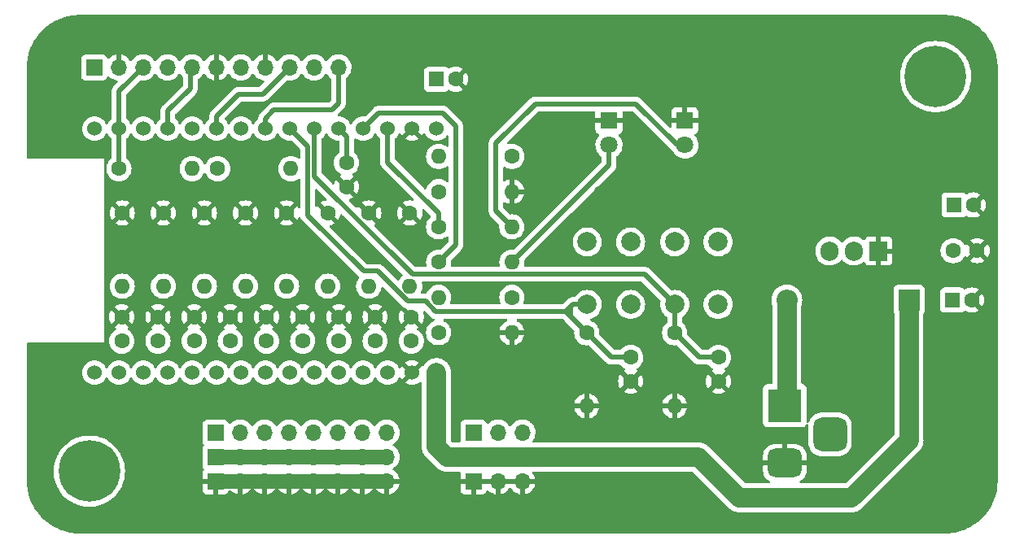
<source format=gbl>
G04 #@! TF.GenerationSoftware,KiCad,Pcbnew,6.0.4-6f826c9f35~116~ubuntu20.04.1*
G04 #@! TF.CreationDate,2022-04-25T20:45:32+02:00*
G04 #@! TF.ProjectId,Open_KIoT,4f70656e-5f4b-4496-9f54-2e6b69636164,rev?*
G04 #@! TF.SameCoordinates,Original*
G04 #@! TF.FileFunction,Copper,L2,Bot*
G04 #@! TF.FilePolarity,Positive*
%FSLAX46Y46*%
G04 Gerber Fmt 4.6, Leading zero omitted, Abs format (unit mm)*
G04 Created by KiCad (PCBNEW 6.0.4-6f826c9f35~116~ubuntu20.04.1) date 2022-04-25 20:45:32*
%MOMM*%
%LPD*%
G01*
G04 APERTURE LIST*
G04 Aperture macros list*
%AMRoundRect*
0 Rectangle with rounded corners*
0 $1 Rounding radius*
0 $2 $3 $4 $5 $6 $7 $8 $9 X,Y pos of 4 corners*
0 Add a 4 corners polygon primitive as box body*
4,1,4,$2,$3,$4,$5,$6,$7,$8,$9,$2,$3,0*
0 Add four circle primitives for the rounded corners*
1,1,$1+$1,$2,$3*
1,1,$1+$1,$4,$5*
1,1,$1+$1,$6,$7*
1,1,$1+$1,$8,$9*
0 Add four rect primitives between the rounded corners*
20,1,$1+$1,$2,$3,$4,$5,0*
20,1,$1+$1,$4,$5,$6,$7,0*
20,1,$1+$1,$6,$7,$8,$9,0*
20,1,$1+$1,$8,$9,$2,$3,0*%
G04 Aperture macros list end*
G04 #@! TA.AperFunction,ComponentPad*
%ADD10R,1.800000X1.800000*%
G04 #@! TD*
G04 #@! TA.AperFunction,ComponentPad*
%ADD11C,1.800000*%
G04 #@! TD*
G04 #@! TA.AperFunction,ComponentPad*
%ADD12C,1.524000*%
G04 #@! TD*
G04 #@! TA.AperFunction,ComponentPad*
%ADD13C,2.000000*%
G04 #@! TD*
G04 #@! TA.AperFunction,ComponentPad*
%ADD14R,3.500000X3.500000*%
G04 #@! TD*
G04 #@! TA.AperFunction,ComponentPad*
%ADD15RoundRect,0.750000X1.000000X-0.750000X1.000000X0.750000X-1.000000X0.750000X-1.000000X-0.750000X0*%
G04 #@! TD*
G04 #@! TA.AperFunction,ComponentPad*
%ADD16RoundRect,0.875000X0.875000X-0.875000X0.875000X0.875000X-0.875000X0.875000X-0.875000X-0.875000X0*%
G04 #@! TD*
G04 #@! TA.AperFunction,ComponentPad*
%ADD17C,6.400000*%
G04 #@! TD*
G04 #@! TA.AperFunction,ComponentPad*
%ADD18C,0.800000*%
G04 #@! TD*
G04 #@! TA.AperFunction,ComponentPad*
%ADD19R,1.700000X1.700000*%
G04 #@! TD*
G04 #@! TA.AperFunction,ComponentPad*
%ADD20O,1.700000X1.700000*%
G04 #@! TD*
G04 #@! TA.AperFunction,ComponentPad*
%ADD21C,1.600000*%
G04 #@! TD*
G04 #@! TA.AperFunction,ComponentPad*
%ADD22O,1.600000X1.600000*%
G04 #@! TD*
G04 #@! TA.AperFunction,ComponentPad*
%ADD23R,1.905000X2.000000*%
G04 #@! TD*
G04 #@! TA.AperFunction,ComponentPad*
%ADD24O,1.905000X2.000000*%
G04 #@! TD*
G04 #@! TA.AperFunction,ComponentPad*
%ADD25R,1.600000X1.600000*%
G04 #@! TD*
G04 #@! TA.AperFunction,ComponentPad*
%ADD26R,2.200000X2.200000*%
G04 #@! TD*
G04 #@! TA.AperFunction,ComponentPad*
%ADD27O,2.200000X2.200000*%
G04 #@! TD*
G04 #@! TA.AperFunction,ViaPad*
%ADD28C,0.800000*%
G04 #@! TD*
G04 #@! TA.AperFunction,Conductor*
%ADD29C,1.500000*%
G04 #@! TD*
G04 #@! TA.AperFunction,Conductor*
%ADD30C,0.500000*%
G04 #@! TD*
G04 #@! TA.AperFunction,Conductor*
%ADD31C,2.000000*%
G04 #@! TD*
G04 APERTURE END LIST*
D10*
X128247500Y-124545000D03*
D11*
X128247500Y-127085000D03*
D10*
X120347500Y-124545000D03*
D11*
X120347500Y-127085000D03*
D12*
X66841100Y-150768100D03*
X69381100Y-150768100D03*
X71921100Y-150768100D03*
X74461100Y-150768100D03*
X77001100Y-150768100D03*
X79541100Y-150768100D03*
X82081100Y-150768100D03*
X84621100Y-150768100D03*
X87161100Y-150768100D03*
X89701100Y-150768100D03*
X92241100Y-150768100D03*
X94781100Y-150768100D03*
X97321100Y-150768100D03*
X99861100Y-150768100D03*
X102401100Y-150768100D03*
X102401100Y-125368100D03*
X99861100Y-125368100D03*
X97321100Y-125368100D03*
X94781100Y-125368100D03*
X92241100Y-125368100D03*
X89701100Y-125368100D03*
X87161100Y-125368100D03*
X84621100Y-125368100D03*
X82081100Y-125368100D03*
X79541100Y-125368100D03*
X77001100Y-125368100D03*
X74461100Y-125368100D03*
X71921100Y-125368100D03*
X69381100Y-125368100D03*
X66841100Y-125368100D03*
D13*
X118097500Y-143670000D03*
X118097500Y-137170000D03*
X122597500Y-137170000D03*
X122597500Y-143670000D03*
X127197500Y-143670000D03*
X127197500Y-137170000D03*
X131697500Y-137170000D03*
X131697500Y-143670000D03*
D14*
X138642500Y-154200000D03*
D15*
X138642500Y-160200000D03*
D16*
X143342500Y-157200000D03*
D17*
X66300000Y-161040000D03*
D18*
X67997056Y-159342944D03*
X63900000Y-161040000D03*
X67997056Y-162737056D03*
X68700000Y-161040000D03*
X66300000Y-163440000D03*
X64602944Y-162737056D03*
X66300000Y-158640000D03*
X64602944Y-159342944D03*
D19*
X106258900Y-162096400D03*
D20*
X108798900Y-162096400D03*
X111338900Y-162096400D03*
D19*
X79433900Y-159556400D03*
D20*
X81973900Y-159556400D03*
X84513900Y-159556400D03*
X87053900Y-159556400D03*
X89593900Y-159556400D03*
X92133900Y-159556400D03*
X94673900Y-159556400D03*
X97213900Y-159556400D03*
D19*
X106258900Y-157016400D03*
D20*
X108798900Y-157016400D03*
X111338900Y-157016400D03*
D19*
X79433900Y-162096400D03*
D20*
X81973900Y-162096400D03*
X84513900Y-162096400D03*
X87053900Y-162096400D03*
X89593900Y-162096400D03*
X92133900Y-162096400D03*
X94673900Y-162096400D03*
X97213900Y-162096400D03*
X92200000Y-119000000D03*
X89660000Y-119000000D03*
X87120000Y-119000000D03*
X84580000Y-119000000D03*
X82040000Y-119000000D03*
X79500000Y-119000000D03*
X76960000Y-119000000D03*
X74420000Y-119000000D03*
X71880000Y-119000000D03*
X69340000Y-119000000D03*
D19*
X66800000Y-119000000D03*
X106258900Y-159556400D03*
D20*
X108798900Y-159556400D03*
X111338900Y-159556400D03*
D17*
X154330000Y-119960000D03*
D18*
X152632944Y-121657056D03*
X156027056Y-118262944D03*
X154330000Y-122360000D03*
X156730000Y-119960000D03*
X156027056Y-121657056D03*
X154330000Y-117560000D03*
X151930000Y-119960000D03*
X152632944Y-118262944D03*
D19*
X79433900Y-157016400D03*
D20*
X81973900Y-157016400D03*
X84513900Y-157016400D03*
X87053900Y-157016400D03*
X89593900Y-157016400D03*
X92133900Y-157016400D03*
X94673900Y-157016400D03*
X97213900Y-157016400D03*
D21*
X99637500Y-134160000D03*
D22*
X99637500Y-141780000D03*
D21*
X74000357Y-134160000D03*
D22*
X74000357Y-141780000D03*
D21*
X84732500Y-147480000D03*
X84732500Y-144980000D03*
X69377500Y-129540000D03*
D22*
X76997500Y-129540000D03*
D21*
X127180832Y-146620000D03*
D22*
X127180832Y-154240000D03*
D21*
X110247500Y-142940000D03*
D22*
X102627500Y-142940000D03*
D21*
X82546071Y-134160000D03*
D22*
X82546071Y-141780000D03*
D21*
X93057500Y-131420000D03*
X93057500Y-128920000D03*
X91091785Y-134160000D03*
D22*
X91091785Y-141780000D03*
D21*
X69677500Y-147480000D03*
X69677500Y-144980000D03*
X102627500Y-131930000D03*
D22*
X110247500Y-131930000D03*
D21*
X77205000Y-147480000D03*
X77205000Y-144980000D03*
X88496250Y-147480000D03*
X88496250Y-144980000D03*
X156147500Y-138070000D03*
X158647500Y-138070000D03*
X92260000Y-147480000D03*
X92260000Y-144980000D03*
X79647500Y-129540000D03*
D22*
X87267500Y-129540000D03*
D21*
X96023750Y-147480000D03*
X96023750Y-144980000D03*
D23*
X148380000Y-138110000D03*
D24*
X145840000Y-138110000D03*
X143300000Y-138110000D03*
D22*
X95364642Y-141780000D03*
D21*
X95364642Y-134160000D03*
D25*
X156247500Y-133320000D03*
D21*
X158247500Y-133320000D03*
X122614166Y-149180000D03*
X122614166Y-151680000D03*
D26*
X151552613Y-143220000D03*
D27*
X138852613Y-143220000D03*
D21*
X131747500Y-149180000D03*
X131747500Y-151680000D03*
X110247500Y-128260000D03*
D22*
X102627500Y-128260000D03*
D21*
X99787500Y-147480000D03*
X99787500Y-144980000D03*
X78273214Y-134160000D03*
D22*
X78273214Y-141780000D03*
D21*
X102627500Y-146610000D03*
D22*
X110247500Y-146610000D03*
D21*
X73441250Y-147480000D03*
X73441250Y-144980000D03*
D25*
X156092388Y-143220000D03*
D21*
X158092388Y-143220000D03*
X118047500Y-146620000D03*
D22*
X118047500Y-154240000D03*
D25*
X102412388Y-120220000D03*
D21*
X104412388Y-120220000D03*
X86818928Y-134160000D03*
D22*
X86818928Y-141780000D03*
D21*
X102627500Y-135600000D03*
D22*
X110247500Y-135600000D03*
D21*
X102627500Y-139270000D03*
D22*
X110247500Y-139270000D03*
D21*
X80968750Y-147480000D03*
X80968750Y-144980000D03*
X69727500Y-134160000D03*
D22*
X69727500Y-141780000D03*
D28*
X121990000Y-165540000D03*
X119190000Y-162670000D03*
X73547500Y-129020000D03*
X128547500Y-139020000D03*
X148547500Y-124020000D03*
X143547500Y-124020000D03*
X133547500Y-129020000D03*
X110717500Y-149150000D03*
X107207500Y-125770000D03*
X148547500Y-119020000D03*
X105817500Y-154010000D03*
X133547500Y-119020000D03*
X74300000Y-121400000D03*
X118547500Y-119020000D03*
X153547500Y-129020000D03*
X63547500Y-119020000D03*
X133547500Y-154020000D03*
X124500000Y-162700000D03*
X100970000Y-130340000D03*
X138547500Y-129020000D03*
X73547500Y-159020000D03*
X113547500Y-129020000D03*
X73547500Y-154020000D03*
X108547500Y-119020000D03*
X63547500Y-154020000D03*
X116987500Y-129050000D03*
X107200000Y-137200000D03*
X133547500Y-139020000D03*
X83547500Y-129020000D03*
X148547500Y-129020000D03*
X123547500Y-129020000D03*
X143547500Y-119020000D03*
X123547500Y-119020000D03*
X63547500Y-124020000D03*
X119200000Y-131800000D03*
X113547500Y-119020000D03*
X70630000Y-122510000D03*
X110667500Y-154060000D03*
X148180000Y-145690000D03*
X138547500Y-139020000D03*
X123547500Y-154020000D03*
X89840000Y-121600000D03*
X63547500Y-149020000D03*
X128547500Y-119020000D03*
X128547500Y-129020000D03*
X105867500Y-149100000D03*
X68547500Y-154020000D03*
X138547500Y-119020000D03*
D29*
X97213900Y-162096400D02*
X79433900Y-162096400D01*
D30*
X89001580Y-134402557D02*
X94819023Y-140220000D01*
X116372500Y-143895000D02*
X116362500Y-143905000D01*
X120607500Y-149180000D02*
X118047500Y-146620000D01*
X94819023Y-140220000D02*
X96310424Y-140220000D01*
X99420913Y-143330489D02*
X101250913Y-143330489D01*
X116362500Y-144935000D02*
X118047500Y-146620000D01*
X116372500Y-143895000D02*
X116597500Y-143670000D01*
X115847500Y-144420000D02*
X116362500Y-144935000D01*
X87161100Y-125368100D02*
X89001580Y-127208580D01*
X116597500Y-143670000D02*
X118097500Y-143670000D01*
X102340424Y-144420000D02*
X115847500Y-144420000D01*
X118097500Y-146570000D02*
X118047500Y-146620000D01*
X89001580Y-127208580D02*
X89001580Y-134402557D01*
X116362500Y-143905000D02*
X116362500Y-144935000D01*
X122614166Y-149180000D02*
X120607500Y-149180000D01*
X96310424Y-140220000D02*
X99420913Y-143330489D01*
X115847500Y-144420000D02*
X116372500Y-143895000D01*
X101250913Y-143330489D02*
X102340424Y-144420000D01*
X131747500Y-149180000D02*
X129740832Y-149180000D01*
X127197500Y-146603332D02*
X127180832Y-146620000D01*
X99897344Y-140530489D02*
X89701100Y-130334245D01*
X127197500Y-143670000D02*
X124057989Y-140530489D01*
X89701100Y-130334245D02*
X89701100Y-125368100D01*
X127197500Y-143670000D02*
X127197500Y-146603332D01*
X124057989Y-140530489D02*
X99897344Y-140530489D01*
X129740832Y-149180000D02*
X127180832Y-146620000D01*
D31*
X106313900Y-159556400D02*
X103463900Y-159556400D01*
X103463900Y-159556400D02*
X102401100Y-158493600D01*
X111393900Y-159556400D02*
X106313900Y-159556400D01*
X129656400Y-159556400D02*
X133900000Y-163800000D01*
X151552613Y-157847387D02*
X151552613Y-148761999D01*
X102401100Y-158493600D02*
X102401100Y-150768100D01*
X133900000Y-163800000D02*
X145600000Y-163800000D01*
X145600000Y-163800000D02*
X151552613Y-157847387D01*
X111338900Y-159556400D02*
X129656400Y-159556400D01*
X151552613Y-148761999D02*
X151552613Y-143220000D01*
D29*
X94673900Y-159556400D02*
X92133900Y-159556400D01*
X92133900Y-159556400D02*
X89593900Y-159556400D01*
X97213900Y-159566400D02*
X97203900Y-159556400D01*
X97203900Y-159556400D02*
X94673900Y-159556400D01*
X79433900Y-159556400D02*
X84513900Y-159556400D01*
X87053900Y-159556400D02*
X89593900Y-159556400D01*
X97213900Y-159556400D02*
X97213900Y-159566400D01*
X87053900Y-159556400D02*
X84513900Y-159556400D01*
D30*
X120347500Y-129170000D02*
X120347500Y-127085000D01*
X110247500Y-139270000D02*
X120347500Y-129170000D01*
X123122989Y-122795489D02*
X127412500Y-127085000D01*
X112704511Y-122795489D02*
X123122989Y-122795489D01*
X110247500Y-135600000D02*
X108597989Y-133950489D01*
X127412500Y-127085000D02*
X128247500Y-127085000D01*
X108597989Y-133950489D02*
X108597989Y-126902011D01*
X108597989Y-126902011D02*
X112704511Y-122795489D01*
D31*
X138852613Y-143220000D02*
X138852613Y-153989887D01*
D29*
X138852613Y-153989887D02*
X138642500Y-154200000D01*
D30*
X85500000Y-123430000D02*
X91530000Y-123430000D01*
X92200000Y-122760000D02*
X92200000Y-119000000D01*
X84621100Y-125368100D02*
X84621100Y-124308900D01*
X91530000Y-123430000D02*
X92200000Y-122760000D01*
X84621100Y-124308900D02*
X85500000Y-123430000D01*
X79541100Y-124058900D02*
X81800000Y-121800000D01*
X84320000Y-121800000D02*
X87120000Y-119000000D01*
X81800000Y-121800000D02*
X84320000Y-121800000D01*
X79541100Y-125368100D02*
X79541100Y-124058900D01*
X69377500Y-125371700D02*
X69381100Y-125368100D01*
X69381100Y-121498900D02*
X71880000Y-119000000D01*
X69381100Y-125368100D02*
X69381100Y-121498900D01*
X69377500Y-129540000D02*
X69377500Y-125371700D01*
X76800489Y-121199511D02*
X76800489Y-119159511D01*
X76800489Y-119159511D02*
X76960000Y-119000000D01*
X74461100Y-123538900D02*
X76800489Y-121199511D01*
X74461100Y-125368100D02*
X74461100Y-123538900D01*
X94781100Y-125368100D02*
X96392611Y-123756589D01*
X104417500Y-125105478D02*
X104417500Y-137480000D01*
X103068611Y-123756589D02*
X104417500Y-125105478D01*
X96392611Y-123756589D02*
X103068611Y-123756589D01*
X104417500Y-137480000D02*
X102627500Y-139270000D01*
X97321100Y-125368100D02*
X97321100Y-128893600D01*
X97321100Y-128893600D02*
X102627500Y-134200000D01*
X102627500Y-135600000D02*
X102627500Y-134200000D01*
X93097500Y-126224500D02*
X93087500Y-126234500D01*
X93097500Y-126224500D02*
X92241100Y-125368100D01*
X93087500Y-126234500D02*
X93087500Y-128930000D01*
G04 #@! TA.AperFunction,Conductor*
G36*
X155260018Y-113540000D02*
G01*
X155274851Y-113542310D01*
X155274855Y-113542310D01*
X155283724Y-113543691D01*
X155304664Y-113540953D01*
X155326202Y-113539997D01*
X155514026Y-113547766D01*
X155738278Y-113557041D01*
X155748656Y-113557901D01*
X156024674Y-113592307D01*
X156188702Y-113612753D01*
X156198967Y-113614465D01*
X156362054Y-113648661D01*
X156632976Y-113705467D01*
X156643072Y-113708023D01*
X157068101Y-113834561D01*
X157077938Y-113837938D01*
X157491081Y-113999147D01*
X157500581Y-114003314D01*
X157898983Y-114198081D01*
X157908141Y-114203037D01*
X158289085Y-114430030D01*
X158297804Y-114435726D01*
X158658705Y-114693405D01*
X158666923Y-114699801D01*
X159005326Y-114986413D01*
X159012987Y-114993467D01*
X159326533Y-115307013D01*
X159333587Y-115314674D01*
X159620199Y-115653077D01*
X159626595Y-115661295D01*
X159884274Y-116022196D01*
X159889970Y-116030915D01*
X160066426Y-116327046D01*
X160116963Y-116411859D01*
X160121918Y-116421015D01*
X160279053Y-116742439D01*
X160316682Y-116819411D01*
X160320853Y-116828919D01*
X160482062Y-117242062D01*
X160485439Y-117251899D01*
X160611977Y-117676928D01*
X160614533Y-117687024D01*
X160680797Y-118003051D01*
X160705534Y-118121030D01*
X160707248Y-118131302D01*
X160762099Y-118571344D01*
X160762959Y-118581722D01*
X160770305Y-118759324D01*
X160779216Y-118974771D01*
X160779694Y-118986335D01*
X160778302Y-119010920D01*
X160776309Y-119023724D01*
X160777473Y-119032626D01*
X160777473Y-119032628D01*
X160780436Y-119055283D01*
X160781500Y-119071621D01*
X160781500Y-161980633D01*
X160780000Y-162000018D01*
X160777690Y-162014851D01*
X160777690Y-162014855D01*
X160776309Y-162023724D01*
X160779047Y-162044659D01*
X160780003Y-162066202D01*
X160774983Y-162187562D01*
X160762959Y-162478278D01*
X160762099Y-162488656D01*
X160710190Y-162905099D01*
X160707248Y-162928698D01*
X160705535Y-162938967D01*
X160688952Y-163018053D01*
X160614533Y-163372976D01*
X160611977Y-163383072D01*
X160485439Y-163808101D01*
X160482062Y-163817938D01*
X160320853Y-164231081D01*
X160316686Y-164240581D01*
X160121919Y-164638983D01*
X160116964Y-164648139D01*
X160015147Y-164819011D01*
X159889970Y-165029085D01*
X159884274Y-165037804D01*
X159626595Y-165398705D01*
X159620199Y-165406923D01*
X159333587Y-165745326D01*
X159326533Y-165752987D01*
X159012987Y-166066533D01*
X159005326Y-166073587D01*
X158666923Y-166360199D01*
X158658705Y-166366595D01*
X158297804Y-166624274D01*
X158289085Y-166629970D01*
X157908141Y-166856963D01*
X157898985Y-166861918D01*
X157500581Y-167056686D01*
X157491081Y-167060853D01*
X157077938Y-167222062D01*
X157068101Y-167225439D01*
X156643072Y-167351977D01*
X156632975Y-167354533D01*
X156198967Y-167445535D01*
X156188702Y-167447247D01*
X156024674Y-167467693D01*
X155748656Y-167502099D01*
X155738278Y-167502959D01*
X155560676Y-167510305D01*
X155333661Y-167519694D01*
X155309080Y-167518302D01*
X155296276Y-167516309D01*
X155287374Y-167517473D01*
X155287372Y-167517473D01*
X155272323Y-167519441D01*
X155264714Y-167520436D01*
X155248379Y-167521500D01*
X65339367Y-167521500D01*
X65319982Y-167520000D01*
X65305149Y-167517690D01*
X65305145Y-167517690D01*
X65296276Y-167516309D01*
X65275336Y-167519047D01*
X65253798Y-167520003D01*
X65065974Y-167512234D01*
X64841722Y-167502959D01*
X64831344Y-167502099D01*
X64555326Y-167467693D01*
X64391298Y-167447247D01*
X64381033Y-167445535D01*
X63947025Y-167354533D01*
X63936928Y-167351977D01*
X63511899Y-167225439D01*
X63502062Y-167222062D01*
X63088919Y-167060853D01*
X63079419Y-167056686D01*
X62681015Y-166861918D01*
X62671859Y-166856963D01*
X62290915Y-166629970D01*
X62282196Y-166624274D01*
X61921295Y-166366595D01*
X61913077Y-166360199D01*
X61574674Y-166073587D01*
X61567013Y-166066533D01*
X61253467Y-165752987D01*
X61246413Y-165745326D01*
X60959801Y-165406923D01*
X60953405Y-165398705D01*
X60695726Y-165037804D01*
X60690030Y-165029085D01*
X60564853Y-164819011D01*
X60463036Y-164648139D01*
X60458081Y-164638983D01*
X60263314Y-164240581D01*
X60259147Y-164231081D01*
X60097938Y-163817938D01*
X60094561Y-163808101D01*
X59968023Y-163383072D01*
X59965467Y-163372976D01*
X59891048Y-163018053D01*
X59874465Y-162938967D01*
X59872752Y-162928698D01*
X59869811Y-162905099D01*
X59817901Y-162488656D01*
X59817041Y-162478278D01*
X59800462Y-162077439D01*
X59802100Y-162051329D01*
X59802769Y-162047351D01*
X59802770Y-162047345D01*
X59803576Y-162042552D01*
X59803729Y-162030000D01*
X59799773Y-162002376D01*
X59798500Y-161984514D01*
X59798500Y-161040000D01*
X62586411Y-161040000D01*
X62606754Y-161428176D01*
X62607267Y-161431416D01*
X62607268Y-161431424D01*
X62630866Y-161580412D01*
X62667562Y-161812099D01*
X62768167Y-162187562D01*
X62907468Y-162550453D01*
X62908966Y-162553393D01*
X62929184Y-162593072D01*
X63083938Y-162896794D01*
X63085734Y-162899560D01*
X63085736Y-162899563D01*
X63280873Y-163200049D01*
X63295643Y-163222793D01*
X63380133Y-163327129D01*
X63483195Y-163454399D01*
X63540266Y-163524876D01*
X63815124Y-163799734D01*
X63817682Y-163801806D01*
X63817686Y-163801809D01*
X63966166Y-163922046D01*
X64117207Y-164044357D01*
X64119970Y-164046152D01*
X64119971Y-164046152D01*
X64419379Y-164240589D01*
X64443205Y-164256062D01*
X64446139Y-164257557D01*
X64446146Y-164257561D01*
X64744317Y-164409486D01*
X64789547Y-164432532D01*
X65152438Y-164571833D01*
X65527901Y-164672438D01*
X65731793Y-164704732D01*
X65908576Y-164732732D01*
X65908584Y-164732733D01*
X65911824Y-164733246D01*
X66300000Y-164753589D01*
X66688176Y-164733246D01*
X66691416Y-164732733D01*
X66691424Y-164732732D01*
X66868207Y-164704732D01*
X67072099Y-164672438D01*
X67447562Y-164571833D01*
X67810453Y-164432532D01*
X67855683Y-164409486D01*
X68153854Y-164257561D01*
X68153861Y-164257557D01*
X68156795Y-164256062D01*
X68180622Y-164240589D01*
X68480029Y-164046152D01*
X68480030Y-164046152D01*
X68482793Y-164044357D01*
X68633835Y-163922045D01*
X68782314Y-163801809D01*
X68782318Y-163801806D01*
X68784876Y-163799734D01*
X69059734Y-163524876D01*
X69116806Y-163454399D01*
X69219867Y-163327129D01*
X69304357Y-163222793D01*
X69319127Y-163200049D01*
X69454840Y-162991069D01*
X78075901Y-162991069D01*
X78076271Y-162997890D01*
X78081795Y-163048752D01*
X78085421Y-163064004D01*
X78130576Y-163184454D01*
X78139114Y-163200049D01*
X78215615Y-163302124D01*
X78228176Y-163314685D01*
X78330251Y-163391186D01*
X78345846Y-163399724D01*
X78466294Y-163444878D01*
X78481549Y-163448505D01*
X78532414Y-163454031D01*
X78539228Y-163454400D01*
X79161785Y-163454400D01*
X79177024Y-163449925D01*
X79178229Y-163448535D01*
X79179900Y-163440852D01*
X79179900Y-163436284D01*
X79687900Y-163436284D01*
X79692375Y-163451523D01*
X79693765Y-163452728D01*
X79701448Y-163454399D01*
X80328569Y-163454399D01*
X80335390Y-163454029D01*
X80386252Y-163448505D01*
X80401504Y-163444879D01*
X80521954Y-163399724D01*
X80537549Y-163391186D01*
X80639624Y-163314685D01*
X80652185Y-163302124D01*
X80728686Y-163200049D01*
X80737225Y-163184452D01*
X80778325Y-163074818D01*
X80820966Y-163018053D01*
X80887528Y-162993353D01*
X80956877Y-163008560D01*
X80991545Y-163036550D01*
X81017119Y-163066074D01*
X81024480Y-163073283D01*
X81188334Y-163209316D01*
X81196781Y-163215231D01*
X81380656Y-163322679D01*
X81389942Y-163327129D01*
X81588901Y-163403103D01*
X81598799Y-163405979D01*
X81702150Y-163427006D01*
X81716199Y-163425810D01*
X81719900Y-163415465D01*
X81719900Y-163414917D01*
X82227900Y-163414917D01*
X82231964Y-163428759D01*
X82245378Y-163430793D01*
X82252084Y-163429934D01*
X82262162Y-163427792D01*
X82466155Y-163366591D01*
X82475742Y-163362833D01*
X82666995Y-163269139D01*
X82675845Y-163263864D01*
X82849228Y-163140192D01*
X82857100Y-163133539D01*
X83007952Y-162983212D01*
X83014630Y-162975365D01*
X83141922Y-162798219D01*
X83143047Y-162799027D01*
X83190569Y-162755276D01*
X83260507Y-162743061D01*
X83325946Y-162770597D01*
X83353770Y-162802428D01*
X83411590Y-162896783D01*
X83417677Y-162905099D01*
X83557113Y-163066067D01*
X83564480Y-163073283D01*
X83728334Y-163209316D01*
X83736781Y-163215231D01*
X83920656Y-163322679D01*
X83929942Y-163327129D01*
X84128901Y-163403103D01*
X84138799Y-163405979D01*
X84242150Y-163427006D01*
X84256199Y-163425810D01*
X84259900Y-163415465D01*
X84259900Y-163414917D01*
X84767900Y-163414917D01*
X84771964Y-163428759D01*
X84785378Y-163430793D01*
X84792084Y-163429934D01*
X84802162Y-163427792D01*
X85006155Y-163366591D01*
X85015742Y-163362833D01*
X85206995Y-163269139D01*
X85215845Y-163263864D01*
X85389228Y-163140192D01*
X85397100Y-163133539D01*
X85547952Y-162983212D01*
X85554630Y-162975365D01*
X85681922Y-162798219D01*
X85683047Y-162799027D01*
X85730569Y-162755276D01*
X85800507Y-162743061D01*
X85865946Y-162770597D01*
X85893770Y-162802428D01*
X85951590Y-162896783D01*
X85957677Y-162905099D01*
X86097113Y-163066067D01*
X86104480Y-163073283D01*
X86268334Y-163209316D01*
X86276781Y-163215231D01*
X86460656Y-163322679D01*
X86469942Y-163327129D01*
X86668901Y-163403103D01*
X86678799Y-163405979D01*
X86782150Y-163427006D01*
X86796199Y-163425810D01*
X86799900Y-163415465D01*
X86799900Y-163414917D01*
X87307900Y-163414917D01*
X87311964Y-163428759D01*
X87325378Y-163430793D01*
X87332084Y-163429934D01*
X87342162Y-163427792D01*
X87546155Y-163366591D01*
X87555742Y-163362833D01*
X87746995Y-163269139D01*
X87755845Y-163263864D01*
X87929228Y-163140192D01*
X87937100Y-163133539D01*
X88087952Y-162983212D01*
X88094630Y-162975365D01*
X88221922Y-162798219D01*
X88223047Y-162799027D01*
X88270569Y-162755276D01*
X88340507Y-162743061D01*
X88405946Y-162770597D01*
X88433770Y-162802428D01*
X88491590Y-162896783D01*
X88497677Y-162905099D01*
X88637113Y-163066067D01*
X88644480Y-163073283D01*
X88808334Y-163209316D01*
X88816781Y-163215231D01*
X89000656Y-163322679D01*
X89009942Y-163327129D01*
X89208901Y-163403103D01*
X89218799Y-163405979D01*
X89322150Y-163427006D01*
X89336199Y-163425810D01*
X89339900Y-163415465D01*
X89339900Y-163414917D01*
X89847900Y-163414917D01*
X89851964Y-163428759D01*
X89865378Y-163430793D01*
X89872084Y-163429934D01*
X89882162Y-163427792D01*
X90086155Y-163366591D01*
X90095742Y-163362833D01*
X90286995Y-163269139D01*
X90295845Y-163263864D01*
X90469228Y-163140192D01*
X90477100Y-163133539D01*
X90627952Y-162983212D01*
X90634630Y-162975365D01*
X90761922Y-162798219D01*
X90763047Y-162799027D01*
X90810569Y-162755276D01*
X90880507Y-162743061D01*
X90945946Y-162770597D01*
X90973770Y-162802428D01*
X91031590Y-162896783D01*
X91037677Y-162905099D01*
X91177113Y-163066067D01*
X91184480Y-163073283D01*
X91348334Y-163209316D01*
X91356781Y-163215231D01*
X91540656Y-163322679D01*
X91549942Y-163327129D01*
X91748901Y-163403103D01*
X91758799Y-163405979D01*
X91862150Y-163427006D01*
X91876199Y-163425810D01*
X91879900Y-163415465D01*
X91879900Y-163414917D01*
X92387900Y-163414917D01*
X92391964Y-163428759D01*
X92405378Y-163430793D01*
X92412084Y-163429934D01*
X92422162Y-163427792D01*
X92626155Y-163366591D01*
X92635742Y-163362833D01*
X92826995Y-163269139D01*
X92835845Y-163263864D01*
X93009228Y-163140192D01*
X93017100Y-163133539D01*
X93167952Y-162983212D01*
X93174630Y-162975365D01*
X93301922Y-162798219D01*
X93303047Y-162799027D01*
X93350569Y-162755276D01*
X93420507Y-162743061D01*
X93485946Y-162770597D01*
X93513770Y-162802428D01*
X93571590Y-162896783D01*
X93577677Y-162905099D01*
X93717113Y-163066067D01*
X93724480Y-163073283D01*
X93888334Y-163209316D01*
X93896781Y-163215231D01*
X94080656Y-163322679D01*
X94089942Y-163327129D01*
X94288901Y-163403103D01*
X94298799Y-163405979D01*
X94402150Y-163427006D01*
X94416199Y-163425810D01*
X94419900Y-163415465D01*
X94419900Y-163414917D01*
X94927900Y-163414917D01*
X94931964Y-163428759D01*
X94945378Y-163430793D01*
X94952084Y-163429934D01*
X94962162Y-163427792D01*
X95166155Y-163366591D01*
X95175742Y-163362833D01*
X95366995Y-163269139D01*
X95375845Y-163263864D01*
X95549228Y-163140192D01*
X95557100Y-163133539D01*
X95707952Y-162983212D01*
X95714630Y-162975365D01*
X95841922Y-162798219D01*
X95843047Y-162799027D01*
X95890569Y-162755276D01*
X95960507Y-162743061D01*
X96025946Y-162770597D01*
X96053770Y-162802428D01*
X96111590Y-162896783D01*
X96117677Y-162905099D01*
X96257113Y-163066067D01*
X96264480Y-163073283D01*
X96428334Y-163209316D01*
X96436781Y-163215231D01*
X96620656Y-163322679D01*
X96629942Y-163327129D01*
X96828901Y-163403103D01*
X96838799Y-163405979D01*
X96942150Y-163427006D01*
X96956199Y-163425810D01*
X96959900Y-163415465D01*
X96959900Y-163414917D01*
X97467900Y-163414917D01*
X97471964Y-163428759D01*
X97485378Y-163430793D01*
X97492084Y-163429934D01*
X97502162Y-163427792D01*
X97706155Y-163366591D01*
X97715742Y-163362833D01*
X97906995Y-163269139D01*
X97915845Y-163263864D01*
X98089228Y-163140192D01*
X98097100Y-163133539D01*
X98240068Y-162991069D01*
X104900901Y-162991069D01*
X104901271Y-162997890D01*
X104906795Y-163048752D01*
X104910421Y-163064004D01*
X104955576Y-163184454D01*
X104964114Y-163200049D01*
X105040615Y-163302124D01*
X105053176Y-163314685D01*
X105155251Y-163391186D01*
X105170846Y-163399724D01*
X105291294Y-163444878D01*
X105306549Y-163448505D01*
X105357414Y-163454031D01*
X105364228Y-163454400D01*
X105986785Y-163454400D01*
X106002024Y-163449925D01*
X106003229Y-163448535D01*
X106004900Y-163440852D01*
X106004900Y-163436284D01*
X106512900Y-163436284D01*
X106517375Y-163451523D01*
X106518765Y-163452728D01*
X106526448Y-163454399D01*
X107153569Y-163454399D01*
X107160390Y-163454029D01*
X107211252Y-163448505D01*
X107226504Y-163444879D01*
X107346954Y-163399724D01*
X107362549Y-163391186D01*
X107464624Y-163314685D01*
X107477185Y-163302124D01*
X107553686Y-163200049D01*
X107562225Y-163184452D01*
X107603325Y-163074818D01*
X107645966Y-163018053D01*
X107712528Y-162993353D01*
X107781877Y-163008560D01*
X107816545Y-163036550D01*
X107842119Y-163066074D01*
X107849480Y-163073283D01*
X108013334Y-163209316D01*
X108021781Y-163215231D01*
X108205656Y-163322679D01*
X108214942Y-163327129D01*
X108413901Y-163403103D01*
X108423799Y-163405979D01*
X108527150Y-163427006D01*
X108541199Y-163425810D01*
X108544900Y-163415465D01*
X108544900Y-163414917D01*
X109052900Y-163414917D01*
X109056964Y-163428759D01*
X109070378Y-163430793D01*
X109077084Y-163429934D01*
X109087162Y-163427792D01*
X109291155Y-163366591D01*
X109300742Y-163362833D01*
X109491995Y-163269139D01*
X109500845Y-163263864D01*
X109674228Y-163140192D01*
X109682100Y-163133539D01*
X109832952Y-162983212D01*
X109839630Y-162975365D01*
X109966922Y-162798219D01*
X109968047Y-162799027D01*
X110015569Y-162755276D01*
X110085507Y-162743061D01*
X110150946Y-162770597D01*
X110178770Y-162802428D01*
X110236590Y-162896783D01*
X110242677Y-162905099D01*
X110382113Y-163066067D01*
X110389480Y-163073283D01*
X110553334Y-163209316D01*
X110561781Y-163215231D01*
X110745656Y-163322679D01*
X110754942Y-163327129D01*
X110953901Y-163403103D01*
X110963799Y-163405979D01*
X111067150Y-163427006D01*
X111081199Y-163425810D01*
X111084900Y-163415465D01*
X111084900Y-163414917D01*
X111592900Y-163414917D01*
X111596964Y-163428759D01*
X111610378Y-163430793D01*
X111617084Y-163429934D01*
X111627162Y-163427792D01*
X111831155Y-163366591D01*
X111840742Y-163362833D01*
X112031995Y-163269139D01*
X112040845Y-163263864D01*
X112214228Y-163140192D01*
X112222100Y-163133539D01*
X112372952Y-162983212D01*
X112379630Y-162975365D01*
X112503903Y-162802420D01*
X112509213Y-162793583D01*
X112603570Y-162602667D01*
X112607369Y-162593072D01*
X112669277Y-162389310D01*
X112671455Y-162379237D01*
X112672886Y-162368362D01*
X112670675Y-162354178D01*
X112657517Y-162350400D01*
X111611015Y-162350400D01*
X111595776Y-162354875D01*
X111594571Y-162356265D01*
X111592900Y-162363948D01*
X111592900Y-163414917D01*
X111084900Y-163414917D01*
X111084900Y-162368515D01*
X111080425Y-162353276D01*
X111079035Y-162352071D01*
X111071352Y-162350400D01*
X109071015Y-162350400D01*
X109055776Y-162354875D01*
X109054571Y-162356265D01*
X109052900Y-162363948D01*
X109052900Y-163414917D01*
X108544900Y-163414917D01*
X108544900Y-162368515D01*
X108540425Y-162353276D01*
X108539035Y-162352071D01*
X108531352Y-162350400D01*
X106531015Y-162350400D01*
X106515776Y-162354875D01*
X106514571Y-162356265D01*
X106512900Y-162363948D01*
X106512900Y-163436284D01*
X106004900Y-163436284D01*
X106004900Y-162368515D01*
X106000425Y-162353276D01*
X105999035Y-162352071D01*
X105991352Y-162350400D01*
X104919016Y-162350400D01*
X104903777Y-162354875D01*
X104902572Y-162356265D01*
X104900901Y-162363948D01*
X104900901Y-162991069D01*
X98240068Y-162991069D01*
X98247952Y-162983212D01*
X98254630Y-162975365D01*
X98378903Y-162802420D01*
X98384213Y-162793583D01*
X98478570Y-162602667D01*
X98482369Y-162593072D01*
X98544277Y-162389310D01*
X98546455Y-162379237D01*
X98547886Y-162368362D01*
X98545675Y-162354178D01*
X98532517Y-162350400D01*
X97486015Y-162350400D01*
X97470776Y-162354875D01*
X97469571Y-162356265D01*
X97467900Y-162363948D01*
X97467900Y-163414917D01*
X96959900Y-163414917D01*
X96959900Y-162368515D01*
X96955425Y-162353276D01*
X96954035Y-162352071D01*
X96946352Y-162350400D01*
X94946015Y-162350400D01*
X94930776Y-162354875D01*
X94929571Y-162356265D01*
X94927900Y-162363948D01*
X94927900Y-163414917D01*
X94419900Y-163414917D01*
X94419900Y-162368515D01*
X94415425Y-162353276D01*
X94414035Y-162352071D01*
X94406352Y-162350400D01*
X92406015Y-162350400D01*
X92390776Y-162354875D01*
X92389571Y-162356265D01*
X92387900Y-162363948D01*
X92387900Y-163414917D01*
X91879900Y-163414917D01*
X91879900Y-162368515D01*
X91875425Y-162353276D01*
X91874035Y-162352071D01*
X91866352Y-162350400D01*
X89866015Y-162350400D01*
X89850776Y-162354875D01*
X89849571Y-162356265D01*
X89847900Y-162363948D01*
X89847900Y-163414917D01*
X89339900Y-163414917D01*
X89339900Y-162368515D01*
X89335425Y-162353276D01*
X89334035Y-162352071D01*
X89326352Y-162350400D01*
X87326015Y-162350400D01*
X87310776Y-162354875D01*
X87309571Y-162356265D01*
X87307900Y-162363948D01*
X87307900Y-163414917D01*
X86799900Y-163414917D01*
X86799900Y-162368515D01*
X86795425Y-162353276D01*
X86794035Y-162352071D01*
X86786352Y-162350400D01*
X84786015Y-162350400D01*
X84770776Y-162354875D01*
X84769571Y-162356265D01*
X84767900Y-162363948D01*
X84767900Y-163414917D01*
X84259900Y-163414917D01*
X84259900Y-162368515D01*
X84255425Y-162353276D01*
X84254035Y-162352071D01*
X84246352Y-162350400D01*
X82246015Y-162350400D01*
X82230776Y-162354875D01*
X82229571Y-162356265D01*
X82227900Y-162363948D01*
X82227900Y-163414917D01*
X81719900Y-163414917D01*
X81719900Y-162368515D01*
X81715425Y-162353276D01*
X81714035Y-162352071D01*
X81706352Y-162350400D01*
X79706015Y-162350400D01*
X79690776Y-162354875D01*
X79689571Y-162356265D01*
X79687900Y-162363948D01*
X79687900Y-163436284D01*
X79179900Y-163436284D01*
X79179900Y-162368515D01*
X79175425Y-162353276D01*
X79174035Y-162352071D01*
X79166352Y-162350400D01*
X78094016Y-162350400D01*
X78078777Y-162354875D01*
X78077572Y-162356265D01*
X78075901Y-162363948D01*
X78075901Y-162991069D01*
X69454840Y-162991069D01*
X69514264Y-162899563D01*
X69514266Y-162899560D01*
X69516062Y-162896794D01*
X69670817Y-162593072D01*
X69691034Y-162553393D01*
X69692532Y-162550453D01*
X69831833Y-162187562D01*
X69932438Y-161812099D01*
X69969134Y-161580412D01*
X69992732Y-161431424D01*
X69992733Y-161431416D01*
X69993246Y-161428176D01*
X70013589Y-161040000D01*
X69993246Y-160651824D01*
X69992118Y-160644697D01*
X69961998Y-160454534D01*
X78075400Y-160454534D01*
X78082155Y-160516716D01*
X78133285Y-160653105D01*
X78183478Y-160720077D01*
X78206842Y-160751252D01*
X78231690Y-160817758D01*
X78216637Y-160887141D01*
X78206842Y-160902382D01*
X78139114Y-160992751D01*
X78130576Y-161008346D01*
X78085422Y-161128794D01*
X78081795Y-161144049D01*
X78076269Y-161194914D01*
X78075900Y-161201728D01*
X78075900Y-161824285D01*
X78080375Y-161839524D01*
X78081765Y-161840729D01*
X78089448Y-161842400D01*
X98532244Y-161842400D01*
X98545775Y-161838427D01*
X98547080Y-161829347D01*
X98505114Y-161662275D01*
X98501794Y-161652524D01*
X98416872Y-161457214D01*
X98412005Y-161448139D01*
X98296326Y-161269326D01*
X98290036Y-161261157D01*
X98146706Y-161103640D01*
X98139173Y-161096615D01*
X97972039Y-160964622D01*
X97963456Y-160958920D01*
X97926502Y-160938520D01*
X97876531Y-160888087D01*
X97861759Y-160818645D01*
X97886875Y-160752239D01*
X97914227Y-160725632D01*
X97937697Y-160708891D01*
X98093760Y-160597573D01*
X98251996Y-160439889D01*
X98382353Y-160258477D01*
X98481330Y-160058211D01*
X98546270Y-159844469D01*
X98575429Y-159622990D01*
X98577056Y-159556400D01*
X98558752Y-159333761D01*
X98504331Y-159117102D01*
X98415254Y-158912240D01*
X98375806Y-158851262D01*
X98296722Y-158729017D01*
X98296720Y-158729014D01*
X98293914Y-158724677D01*
X98143570Y-158559451D01*
X98139519Y-158556252D01*
X98139515Y-158556248D01*
X97972314Y-158424200D01*
X97972310Y-158424198D01*
X97968259Y-158420998D01*
X97926953Y-158398196D01*
X97876984Y-158347764D01*
X97862212Y-158278321D01*
X97887328Y-158211916D01*
X97914680Y-158185309D01*
X97975848Y-158141678D01*
X98093760Y-158057573D01*
X98171012Y-157980591D01*
X98237516Y-157914318D01*
X98251996Y-157899889D01*
X98382353Y-157718477D01*
X98403220Y-157676257D01*
X98479036Y-157522853D01*
X98479037Y-157522851D01*
X98481330Y-157518211D01*
X98539551Y-157326584D01*
X98544765Y-157309423D01*
X98544765Y-157309421D01*
X98546270Y-157304469D01*
X98575429Y-157082990D01*
X98577056Y-157016400D01*
X98558752Y-156793761D01*
X98504331Y-156577102D01*
X98415254Y-156372240D01*
X98305569Y-156202693D01*
X98296722Y-156189017D01*
X98296720Y-156189014D01*
X98293914Y-156184677D01*
X98143570Y-156019451D01*
X98139519Y-156016252D01*
X98139515Y-156016248D01*
X97972314Y-155884200D01*
X97972310Y-155884198D01*
X97968259Y-155880998D01*
X97772689Y-155773038D01*
X97767820Y-155771314D01*
X97767816Y-155771312D01*
X97566987Y-155700195D01*
X97566983Y-155700194D01*
X97562112Y-155698469D01*
X97557019Y-155697562D01*
X97557016Y-155697561D01*
X97347273Y-155660200D01*
X97347267Y-155660199D01*
X97342184Y-155659294D01*
X97268352Y-155658392D01*
X97123981Y-155656628D01*
X97123979Y-155656628D01*
X97118811Y-155656565D01*
X96897991Y-155690355D01*
X96685656Y-155759757D01*
X96487507Y-155862907D01*
X96483374Y-155866010D01*
X96483371Y-155866012D01*
X96313000Y-155993930D01*
X96308865Y-155997035D01*
X96305293Y-156000773D01*
X96197629Y-156113437D01*
X96154529Y-156158538D01*
X96047101Y-156316021D01*
X95992193Y-156361021D01*
X95921668Y-156369192D01*
X95857921Y-156337938D01*
X95837224Y-156313454D01*
X95756722Y-156189017D01*
X95756720Y-156189014D01*
X95753914Y-156184677D01*
X95603570Y-156019451D01*
X95599519Y-156016252D01*
X95599515Y-156016248D01*
X95432314Y-155884200D01*
X95432310Y-155884198D01*
X95428259Y-155880998D01*
X95232689Y-155773038D01*
X95227820Y-155771314D01*
X95227816Y-155771312D01*
X95026987Y-155700195D01*
X95026983Y-155700194D01*
X95022112Y-155698469D01*
X95017019Y-155697562D01*
X95017016Y-155697561D01*
X94807273Y-155660200D01*
X94807267Y-155660199D01*
X94802184Y-155659294D01*
X94728352Y-155658392D01*
X94583981Y-155656628D01*
X94583979Y-155656628D01*
X94578811Y-155656565D01*
X94357991Y-155690355D01*
X94145656Y-155759757D01*
X93947507Y-155862907D01*
X93943374Y-155866010D01*
X93943371Y-155866012D01*
X93773000Y-155993930D01*
X93768865Y-155997035D01*
X93765293Y-156000773D01*
X93657629Y-156113437D01*
X93614529Y-156158538D01*
X93507101Y-156316021D01*
X93452193Y-156361021D01*
X93381668Y-156369192D01*
X93317921Y-156337938D01*
X93297224Y-156313454D01*
X93216722Y-156189017D01*
X93216720Y-156189014D01*
X93213914Y-156184677D01*
X93063570Y-156019451D01*
X93059519Y-156016252D01*
X93059515Y-156016248D01*
X92892314Y-155884200D01*
X92892310Y-155884198D01*
X92888259Y-155880998D01*
X92692689Y-155773038D01*
X92687820Y-155771314D01*
X92687816Y-155771312D01*
X92486987Y-155700195D01*
X92486983Y-155700194D01*
X92482112Y-155698469D01*
X92477019Y-155697562D01*
X92477016Y-155697561D01*
X92267273Y-155660200D01*
X92267267Y-155660199D01*
X92262184Y-155659294D01*
X92188352Y-155658392D01*
X92043981Y-155656628D01*
X92043979Y-155656628D01*
X92038811Y-155656565D01*
X91817991Y-155690355D01*
X91605656Y-155759757D01*
X91407507Y-155862907D01*
X91403374Y-155866010D01*
X91403371Y-155866012D01*
X91233000Y-155993930D01*
X91228865Y-155997035D01*
X91225293Y-156000773D01*
X91117629Y-156113437D01*
X91074529Y-156158538D01*
X90967101Y-156316021D01*
X90912193Y-156361021D01*
X90841668Y-156369192D01*
X90777921Y-156337938D01*
X90757224Y-156313454D01*
X90676722Y-156189017D01*
X90676720Y-156189014D01*
X90673914Y-156184677D01*
X90523570Y-156019451D01*
X90519519Y-156016252D01*
X90519515Y-156016248D01*
X90352314Y-155884200D01*
X90352310Y-155884198D01*
X90348259Y-155880998D01*
X90152689Y-155773038D01*
X90147820Y-155771314D01*
X90147816Y-155771312D01*
X89946987Y-155700195D01*
X89946983Y-155700194D01*
X89942112Y-155698469D01*
X89937019Y-155697562D01*
X89937016Y-155697561D01*
X89727273Y-155660200D01*
X89727267Y-155660199D01*
X89722184Y-155659294D01*
X89648352Y-155658392D01*
X89503981Y-155656628D01*
X89503979Y-155656628D01*
X89498811Y-155656565D01*
X89277991Y-155690355D01*
X89065656Y-155759757D01*
X88867507Y-155862907D01*
X88863374Y-155866010D01*
X88863371Y-155866012D01*
X88693000Y-155993930D01*
X88688865Y-155997035D01*
X88685293Y-156000773D01*
X88577629Y-156113437D01*
X88534529Y-156158538D01*
X88427101Y-156316021D01*
X88372193Y-156361021D01*
X88301668Y-156369192D01*
X88237921Y-156337938D01*
X88217224Y-156313454D01*
X88136722Y-156189017D01*
X88136720Y-156189014D01*
X88133914Y-156184677D01*
X87983570Y-156019451D01*
X87979519Y-156016252D01*
X87979515Y-156016248D01*
X87812314Y-155884200D01*
X87812310Y-155884198D01*
X87808259Y-155880998D01*
X87612689Y-155773038D01*
X87607820Y-155771314D01*
X87607816Y-155771312D01*
X87406987Y-155700195D01*
X87406983Y-155700194D01*
X87402112Y-155698469D01*
X87397019Y-155697562D01*
X87397016Y-155697561D01*
X87187273Y-155660200D01*
X87187267Y-155660199D01*
X87182184Y-155659294D01*
X87108352Y-155658392D01*
X86963981Y-155656628D01*
X86963979Y-155656628D01*
X86958811Y-155656565D01*
X86737991Y-155690355D01*
X86525656Y-155759757D01*
X86327507Y-155862907D01*
X86323374Y-155866010D01*
X86323371Y-155866012D01*
X86153000Y-155993930D01*
X86148865Y-155997035D01*
X86145293Y-156000773D01*
X86037629Y-156113437D01*
X85994529Y-156158538D01*
X85887101Y-156316021D01*
X85832193Y-156361021D01*
X85761668Y-156369192D01*
X85697921Y-156337938D01*
X85677224Y-156313454D01*
X85596722Y-156189017D01*
X85596720Y-156189014D01*
X85593914Y-156184677D01*
X85443570Y-156019451D01*
X85439519Y-156016252D01*
X85439515Y-156016248D01*
X85272314Y-155884200D01*
X85272310Y-155884198D01*
X85268259Y-155880998D01*
X85072689Y-155773038D01*
X85067820Y-155771314D01*
X85067816Y-155771312D01*
X84866987Y-155700195D01*
X84866983Y-155700194D01*
X84862112Y-155698469D01*
X84857019Y-155697562D01*
X84857016Y-155697561D01*
X84647273Y-155660200D01*
X84647267Y-155660199D01*
X84642184Y-155659294D01*
X84568352Y-155658392D01*
X84423981Y-155656628D01*
X84423979Y-155656628D01*
X84418811Y-155656565D01*
X84197991Y-155690355D01*
X83985656Y-155759757D01*
X83787507Y-155862907D01*
X83783374Y-155866010D01*
X83783371Y-155866012D01*
X83613000Y-155993930D01*
X83608865Y-155997035D01*
X83605293Y-156000773D01*
X83497629Y-156113437D01*
X83454529Y-156158538D01*
X83347101Y-156316021D01*
X83292193Y-156361021D01*
X83221668Y-156369192D01*
X83157921Y-156337938D01*
X83137224Y-156313454D01*
X83056722Y-156189017D01*
X83056720Y-156189014D01*
X83053914Y-156184677D01*
X82903570Y-156019451D01*
X82899519Y-156016252D01*
X82899515Y-156016248D01*
X82732314Y-155884200D01*
X82732310Y-155884198D01*
X82728259Y-155880998D01*
X82532689Y-155773038D01*
X82527820Y-155771314D01*
X82527816Y-155771312D01*
X82326987Y-155700195D01*
X82326983Y-155700194D01*
X82322112Y-155698469D01*
X82317019Y-155697562D01*
X82317016Y-155697561D01*
X82107273Y-155660200D01*
X82107267Y-155660199D01*
X82102184Y-155659294D01*
X82028352Y-155658392D01*
X81883981Y-155656628D01*
X81883979Y-155656628D01*
X81878811Y-155656565D01*
X81657991Y-155690355D01*
X81445656Y-155759757D01*
X81247507Y-155862907D01*
X81243374Y-155866010D01*
X81243371Y-155866012D01*
X81073000Y-155993930D01*
X81068865Y-155997035D01*
X81012437Y-156056084D01*
X80988183Y-156081464D01*
X80926659Y-156116894D01*
X80855746Y-156113437D01*
X80797960Y-156072191D01*
X80779107Y-156038643D01*
X80737667Y-155928103D01*
X80734515Y-155919695D01*
X80647161Y-155803139D01*
X80530605Y-155715785D01*
X80394216Y-155664655D01*
X80332034Y-155657900D01*
X78535766Y-155657900D01*
X78473584Y-155664655D01*
X78337195Y-155715785D01*
X78220639Y-155803139D01*
X78133285Y-155919695D01*
X78082155Y-156056084D01*
X78075400Y-156118266D01*
X78075400Y-157914534D01*
X78082155Y-157976716D01*
X78133285Y-158113105D01*
X78202755Y-158205798D01*
X78206530Y-158210835D01*
X78231378Y-158277341D01*
X78216325Y-158346724D01*
X78206532Y-158361962D01*
X78133285Y-158459695D01*
X78082155Y-158596084D01*
X78075400Y-158658266D01*
X78075400Y-160454534D01*
X69961998Y-160454534D01*
X69932954Y-160271162D01*
X69932438Y-160267901D01*
X69831833Y-159892438D01*
X69692532Y-159529547D01*
X69658292Y-159462347D01*
X69517561Y-159186147D01*
X69517557Y-159186140D01*
X69516062Y-159183206D01*
X69476588Y-159122420D01*
X69306152Y-158859971D01*
X69306152Y-158859970D01*
X69304357Y-158857207D01*
X69150502Y-158667213D01*
X69061809Y-158557686D01*
X69061806Y-158557682D01*
X69059734Y-158555124D01*
X68784876Y-158280266D01*
X68766472Y-158265362D01*
X68576335Y-158111392D01*
X68482793Y-158035643D01*
X68464318Y-158023645D01*
X68159564Y-157825736D01*
X68159561Y-157825734D01*
X68156795Y-157823938D01*
X68153861Y-157822443D01*
X68153854Y-157822439D01*
X67813393Y-157648966D01*
X67810453Y-157647468D01*
X67589452Y-157562634D01*
X67450652Y-157509353D01*
X67450650Y-157509352D01*
X67447562Y-157508167D01*
X67072099Y-157407562D01*
X66868207Y-157375268D01*
X66691424Y-157347268D01*
X66691416Y-157347267D01*
X66688176Y-157346754D01*
X66300000Y-157326411D01*
X65911824Y-157346754D01*
X65908584Y-157347267D01*
X65908576Y-157347268D01*
X65731793Y-157375268D01*
X65527901Y-157407562D01*
X65152438Y-157508167D01*
X65149350Y-157509352D01*
X65149348Y-157509353D01*
X65010548Y-157562634D01*
X64789547Y-157647468D01*
X64786607Y-157648966D01*
X64446147Y-157822439D01*
X64446140Y-157822443D01*
X64443206Y-157823938D01*
X64440440Y-157825734D01*
X64440437Y-157825736D01*
X64196441Y-157984188D01*
X64117207Y-158035643D01*
X64023665Y-158111392D01*
X63833529Y-158265362D01*
X63815124Y-158280266D01*
X63540266Y-158555124D01*
X63538194Y-158557682D01*
X63538191Y-158557686D01*
X63449498Y-158667213D01*
X63295643Y-158857207D01*
X63293848Y-158859970D01*
X63293848Y-158859971D01*
X63123413Y-159122420D01*
X63083938Y-159183206D01*
X63082443Y-159186140D01*
X63082439Y-159186147D01*
X62941708Y-159462347D01*
X62907468Y-159529547D01*
X62768167Y-159892438D01*
X62667562Y-160267901D01*
X62667046Y-160271162D01*
X62607883Y-160644697D01*
X62606754Y-160651824D01*
X62586411Y-161040000D01*
X59798500Y-161040000D01*
X59798500Y-150768100D01*
X65565747Y-150768100D01*
X65585122Y-150989563D01*
X65642660Y-151204296D01*
X65644982Y-151209277D01*
X65644983Y-151209278D01*
X65734286Y-151400789D01*
X65734289Y-151400794D01*
X65736612Y-151405776D01*
X65864123Y-151587881D01*
X66021319Y-151745077D01*
X66025827Y-151748234D01*
X66025830Y-151748236D01*
X66101595Y-151801287D01*
X66203423Y-151872588D01*
X66208405Y-151874911D01*
X66208410Y-151874914D01*
X66398910Y-151963745D01*
X66404904Y-151966540D01*
X66410212Y-151967962D01*
X66410214Y-151967963D01*
X66476049Y-151985603D01*
X66619637Y-152024078D01*
X66841100Y-152043453D01*
X67062563Y-152024078D01*
X67206151Y-151985603D01*
X67271986Y-151967963D01*
X67271988Y-151967962D01*
X67277296Y-151966540D01*
X67283290Y-151963745D01*
X67473790Y-151874914D01*
X67473795Y-151874911D01*
X67478777Y-151872588D01*
X67580605Y-151801287D01*
X67656370Y-151748236D01*
X67656373Y-151748234D01*
X67660881Y-151745077D01*
X67818077Y-151587881D01*
X67945588Y-151405776D01*
X67947911Y-151400794D01*
X67947914Y-151400789D01*
X67996905Y-151295727D01*
X68043823Y-151242442D01*
X68112100Y-151222981D01*
X68180060Y-151243523D01*
X68225295Y-151295727D01*
X68274286Y-151400789D01*
X68274289Y-151400794D01*
X68276612Y-151405776D01*
X68404123Y-151587881D01*
X68561319Y-151745077D01*
X68565827Y-151748234D01*
X68565830Y-151748236D01*
X68641595Y-151801287D01*
X68743423Y-151872588D01*
X68748405Y-151874911D01*
X68748410Y-151874914D01*
X68938910Y-151963745D01*
X68944904Y-151966540D01*
X68950212Y-151967962D01*
X68950214Y-151967963D01*
X69016049Y-151985603D01*
X69159637Y-152024078D01*
X69381100Y-152043453D01*
X69602563Y-152024078D01*
X69746151Y-151985603D01*
X69811986Y-151967963D01*
X69811988Y-151967962D01*
X69817296Y-151966540D01*
X69823290Y-151963745D01*
X70013790Y-151874914D01*
X70013795Y-151874911D01*
X70018777Y-151872588D01*
X70120605Y-151801287D01*
X70196370Y-151748236D01*
X70196373Y-151748234D01*
X70200881Y-151745077D01*
X70358077Y-151587881D01*
X70485588Y-151405776D01*
X70487911Y-151400794D01*
X70487914Y-151400789D01*
X70536905Y-151295727D01*
X70583823Y-151242442D01*
X70652100Y-151222981D01*
X70720060Y-151243523D01*
X70765295Y-151295727D01*
X70814286Y-151400789D01*
X70814289Y-151400794D01*
X70816612Y-151405776D01*
X70944123Y-151587881D01*
X71101319Y-151745077D01*
X71105827Y-151748234D01*
X71105830Y-151748236D01*
X71181595Y-151801287D01*
X71283423Y-151872588D01*
X71288405Y-151874911D01*
X71288410Y-151874914D01*
X71478910Y-151963745D01*
X71484904Y-151966540D01*
X71490212Y-151967962D01*
X71490214Y-151967963D01*
X71556049Y-151985603D01*
X71699637Y-152024078D01*
X71921100Y-152043453D01*
X72142563Y-152024078D01*
X72286151Y-151985603D01*
X72351986Y-151967963D01*
X72351988Y-151967962D01*
X72357296Y-151966540D01*
X72363290Y-151963745D01*
X72553790Y-151874914D01*
X72553795Y-151874911D01*
X72558777Y-151872588D01*
X72660605Y-151801287D01*
X72736370Y-151748236D01*
X72736373Y-151748234D01*
X72740881Y-151745077D01*
X72898077Y-151587881D01*
X73025588Y-151405776D01*
X73027911Y-151400794D01*
X73027914Y-151400789D01*
X73076905Y-151295727D01*
X73123823Y-151242442D01*
X73192100Y-151222981D01*
X73260060Y-151243523D01*
X73305295Y-151295727D01*
X73354286Y-151400789D01*
X73354289Y-151400794D01*
X73356612Y-151405776D01*
X73484123Y-151587881D01*
X73641319Y-151745077D01*
X73645827Y-151748234D01*
X73645830Y-151748236D01*
X73721595Y-151801287D01*
X73823423Y-151872588D01*
X73828405Y-151874911D01*
X73828410Y-151874914D01*
X74018910Y-151963745D01*
X74024904Y-151966540D01*
X74030212Y-151967962D01*
X74030214Y-151967963D01*
X74096049Y-151985603D01*
X74239637Y-152024078D01*
X74461100Y-152043453D01*
X74682563Y-152024078D01*
X74826151Y-151985603D01*
X74891986Y-151967963D01*
X74891988Y-151967962D01*
X74897296Y-151966540D01*
X74903290Y-151963745D01*
X75093790Y-151874914D01*
X75093795Y-151874911D01*
X75098777Y-151872588D01*
X75200605Y-151801287D01*
X75276370Y-151748236D01*
X75276373Y-151748234D01*
X75280881Y-151745077D01*
X75438077Y-151587881D01*
X75565588Y-151405776D01*
X75567911Y-151400794D01*
X75567914Y-151400789D01*
X75616905Y-151295727D01*
X75663823Y-151242442D01*
X75732100Y-151222981D01*
X75800060Y-151243523D01*
X75845295Y-151295727D01*
X75894286Y-151400789D01*
X75894289Y-151400794D01*
X75896612Y-151405776D01*
X76024123Y-151587881D01*
X76181319Y-151745077D01*
X76185827Y-151748234D01*
X76185830Y-151748236D01*
X76261595Y-151801287D01*
X76363423Y-151872588D01*
X76368405Y-151874911D01*
X76368410Y-151874914D01*
X76558910Y-151963745D01*
X76564904Y-151966540D01*
X76570212Y-151967962D01*
X76570214Y-151967963D01*
X76636049Y-151985603D01*
X76779637Y-152024078D01*
X77001100Y-152043453D01*
X77222563Y-152024078D01*
X77366151Y-151985603D01*
X77431986Y-151967963D01*
X77431988Y-151967962D01*
X77437296Y-151966540D01*
X77443290Y-151963745D01*
X77633790Y-151874914D01*
X77633795Y-151874911D01*
X77638777Y-151872588D01*
X77740605Y-151801287D01*
X77816370Y-151748236D01*
X77816373Y-151748234D01*
X77820881Y-151745077D01*
X77978077Y-151587881D01*
X78105588Y-151405776D01*
X78107911Y-151400794D01*
X78107914Y-151400789D01*
X78156905Y-151295727D01*
X78203823Y-151242442D01*
X78272100Y-151222981D01*
X78340060Y-151243523D01*
X78385295Y-151295727D01*
X78434286Y-151400789D01*
X78434289Y-151400794D01*
X78436612Y-151405776D01*
X78564123Y-151587881D01*
X78721319Y-151745077D01*
X78725827Y-151748234D01*
X78725830Y-151748236D01*
X78801595Y-151801287D01*
X78903423Y-151872588D01*
X78908405Y-151874911D01*
X78908410Y-151874914D01*
X79098910Y-151963745D01*
X79104904Y-151966540D01*
X79110212Y-151967962D01*
X79110214Y-151967963D01*
X79176049Y-151985603D01*
X79319637Y-152024078D01*
X79541100Y-152043453D01*
X79762563Y-152024078D01*
X79906151Y-151985603D01*
X79971986Y-151967963D01*
X79971988Y-151967962D01*
X79977296Y-151966540D01*
X79983290Y-151963745D01*
X80173790Y-151874914D01*
X80173795Y-151874911D01*
X80178777Y-151872588D01*
X80280605Y-151801287D01*
X80356370Y-151748236D01*
X80356373Y-151748234D01*
X80360881Y-151745077D01*
X80518077Y-151587881D01*
X80645588Y-151405776D01*
X80647911Y-151400794D01*
X80647914Y-151400789D01*
X80696905Y-151295727D01*
X80743823Y-151242442D01*
X80812100Y-151222981D01*
X80880060Y-151243523D01*
X80925295Y-151295727D01*
X80974286Y-151400789D01*
X80974289Y-151400794D01*
X80976612Y-151405776D01*
X81104123Y-151587881D01*
X81261319Y-151745077D01*
X81265827Y-151748234D01*
X81265830Y-151748236D01*
X81341595Y-151801287D01*
X81443423Y-151872588D01*
X81448405Y-151874911D01*
X81448410Y-151874914D01*
X81638910Y-151963745D01*
X81644904Y-151966540D01*
X81650212Y-151967962D01*
X81650214Y-151967963D01*
X81716049Y-151985603D01*
X81859637Y-152024078D01*
X82081100Y-152043453D01*
X82302563Y-152024078D01*
X82446151Y-151985603D01*
X82511986Y-151967963D01*
X82511988Y-151967962D01*
X82517296Y-151966540D01*
X82523290Y-151963745D01*
X82713790Y-151874914D01*
X82713795Y-151874911D01*
X82718777Y-151872588D01*
X82820605Y-151801287D01*
X82896370Y-151748236D01*
X82896373Y-151748234D01*
X82900881Y-151745077D01*
X83058077Y-151587881D01*
X83185588Y-151405776D01*
X83187911Y-151400794D01*
X83187914Y-151400789D01*
X83236905Y-151295727D01*
X83283823Y-151242442D01*
X83352100Y-151222981D01*
X83420060Y-151243523D01*
X83465295Y-151295727D01*
X83514286Y-151400789D01*
X83514289Y-151400794D01*
X83516612Y-151405776D01*
X83644123Y-151587881D01*
X83801319Y-151745077D01*
X83805827Y-151748234D01*
X83805830Y-151748236D01*
X83881595Y-151801287D01*
X83983423Y-151872588D01*
X83988405Y-151874911D01*
X83988410Y-151874914D01*
X84178910Y-151963745D01*
X84184904Y-151966540D01*
X84190212Y-151967962D01*
X84190214Y-151967963D01*
X84256049Y-151985603D01*
X84399637Y-152024078D01*
X84621100Y-152043453D01*
X84842563Y-152024078D01*
X84986151Y-151985603D01*
X85051986Y-151967963D01*
X85051988Y-151967962D01*
X85057296Y-151966540D01*
X85063290Y-151963745D01*
X85253790Y-151874914D01*
X85253795Y-151874911D01*
X85258777Y-151872588D01*
X85360605Y-151801287D01*
X85436370Y-151748236D01*
X85436373Y-151748234D01*
X85440881Y-151745077D01*
X85598077Y-151587881D01*
X85725588Y-151405776D01*
X85727911Y-151400794D01*
X85727914Y-151400789D01*
X85776905Y-151295727D01*
X85823823Y-151242442D01*
X85892100Y-151222981D01*
X85960060Y-151243523D01*
X86005295Y-151295727D01*
X86054286Y-151400789D01*
X86054289Y-151400794D01*
X86056612Y-151405776D01*
X86184123Y-151587881D01*
X86341319Y-151745077D01*
X86345827Y-151748234D01*
X86345830Y-151748236D01*
X86421595Y-151801287D01*
X86523423Y-151872588D01*
X86528405Y-151874911D01*
X86528410Y-151874914D01*
X86718910Y-151963745D01*
X86724904Y-151966540D01*
X86730212Y-151967962D01*
X86730214Y-151967963D01*
X86796049Y-151985603D01*
X86939637Y-152024078D01*
X87161100Y-152043453D01*
X87382563Y-152024078D01*
X87526151Y-151985603D01*
X87591986Y-151967963D01*
X87591988Y-151967962D01*
X87597296Y-151966540D01*
X87603290Y-151963745D01*
X87793790Y-151874914D01*
X87793795Y-151874911D01*
X87798777Y-151872588D01*
X87900605Y-151801287D01*
X87976370Y-151748236D01*
X87976373Y-151748234D01*
X87980881Y-151745077D01*
X88138077Y-151587881D01*
X88265588Y-151405776D01*
X88267911Y-151400794D01*
X88267914Y-151400789D01*
X88316905Y-151295727D01*
X88363823Y-151242442D01*
X88432100Y-151222981D01*
X88500060Y-151243523D01*
X88545295Y-151295727D01*
X88594286Y-151400789D01*
X88594289Y-151400794D01*
X88596612Y-151405776D01*
X88724123Y-151587881D01*
X88881319Y-151745077D01*
X88885827Y-151748234D01*
X88885830Y-151748236D01*
X88961595Y-151801287D01*
X89063423Y-151872588D01*
X89068405Y-151874911D01*
X89068410Y-151874914D01*
X89258910Y-151963745D01*
X89264904Y-151966540D01*
X89270212Y-151967962D01*
X89270214Y-151967963D01*
X89336049Y-151985603D01*
X89479637Y-152024078D01*
X89701100Y-152043453D01*
X89922563Y-152024078D01*
X90066151Y-151985603D01*
X90131986Y-151967963D01*
X90131988Y-151967962D01*
X90137296Y-151966540D01*
X90143290Y-151963745D01*
X90333790Y-151874914D01*
X90333795Y-151874911D01*
X90338777Y-151872588D01*
X90440605Y-151801287D01*
X90516370Y-151748236D01*
X90516373Y-151748234D01*
X90520881Y-151745077D01*
X90678077Y-151587881D01*
X90805588Y-151405776D01*
X90807911Y-151400794D01*
X90807914Y-151400789D01*
X90856905Y-151295727D01*
X90903823Y-151242442D01*
X90972100Y-151222981D01*
X91040060Y-151243523D01*
X91085295Y-151295727D01*
X91134286Y-151400789D01*
X91134289Y-151400794D01*
X91136612Y-151405776D01*
X91264123Y-151587881D01*
X91421319Y-151745077D01*
X91425827Y-151748234D01*
X91425830Y-151748236D01*
X91501595Y-151801287D01*
X91603423Y-151872588D01*
X91608405Y-151874911D01*
X91608410Y-151874914D01*
X91798910Y-151963745D01*
X91804904Y-151966540D01*
X91810212Y-151967962D01*
X91810214Y-151967963D01*
X91876049Y-151985603D01*
X92019637Y-152024078D01*
X92241100Y-152043453D01*
X92462563Y-152024078D01*
X92606151Y-151985603D01*
X92671986Y-151967963D01*
X92671988Y-151967962D01*
X92677296Y-151966540D01*
X92683290Y-151963745D01*
X92873790Y-151874914D01*
X92873795Y-151874911D01*
X92878777Y-151872588D01*
X92980605Y-151801287D01*
X93056370Y-151748236D01*
X93056373Y-151748234D01*
X93060881Y-151745077D01*
X93218077Y-151587881D01*
X93345588Y-151405776D01*
X93347911Y-151400794D01*
X93347914Y-151400789D01*
X93396905Y-151295727D01*
X93443823Y-151242442D01*
X93512100Y-151222981D01*
X93580060Y-151243523D01*
X93625295Y-151295727D01*
X93674286Y-151400789D01*
X93674289Y-151400794D01*
X93676612Y-151405776D01*
X93804123Y-151587881D01*
X93961319Y-151745077D01*
X93965827Y-151748234D01*
X93965830Y-151748236D01*
X94041595Y-151801287D01*
X94143423Y-151872588D01*
X94148405Y-151874911D01*
X94148410Y-151874914D01*
X94338910Y-151963745D01*
X94344904Y-151966540D01*
X94350212Y-151967962D01*
X94350214Y-151967963D01*
X94416049Y-151985603D01*
X94559637Y-152024078D01*
X94781100Y-152043453D01*
X95002563Y-152024078D01*
X95146151Y-151985603D01*
X95211986Y-151967963D01*
X95211988Y-151967962D01*
X95217296Y-151966540D01*
X95223290Y-151963745D01*
X95413790Y-151874914D01*
X95413795Y-151874911D01*
X95418777Y-151872588D01*
X95520605Y-151801287D01*
X95596370Y-151748236D01*
X95596373Y-151748234D01*
X95600881Y-151745077D01*
X95758077Y-151587881D01*
X95885588Y-151405776D01*
X95887911Y-151400794D01*
X95887914Y-151400789D01*
X95936905Y-151295727D01*
X95983823Y-151242442D01*
X96052100Y-151222981D01*
X96120060Y-151243523D01*
X96165295Y-151295727D01*
X96214286Y-151400789D01*
X96214289Y-151400794D01*
X96216612Y-151405776D01*
X96344123Y-151587881D01*
X96501319Y-151745077D01*
X96505827Y-151748234D01*
X96505830Y-151748236D01*
X96581595Y-151801287D01*
X96683423Y-151872588D01*
X96688405Y-151874911D01*
X96688410Y-151874914D01*
X96878910Y-151963745D01*
X96884904Y-151966540D01*
X96890212Y-151967962D01*
X96890214Y-151967963D01*
X96956049Y-151985603D01*
X97099637Y-152024078D01*
X97321100Y-152043453D01*
X97542563Y-152024078D01*
X97686151Y-151985603D01*
X97751986Y-151967963D01*
X97751988Y-151967962D01*
X97757296Y-151966540D01*
X97763290Y-151963745D01*
X97953790Y-151874914D01*
X97953795Y-151874911D01*
X97958777Y-151872588D01*
X98024059Y-151826877D01*
X99166877Y-151826877D01*
X99176174Y-151838893D01*
X99219169Y-151868998D01*
X99228655Y-151874476D01*
X99420093Y-151963745D01*
X99430385Y-151967491D01*
X99634409Y-152022159D01*
X99645204Y-152024062D01*
X99855625Y-152042472D01*
X99866575Y-152042472D01*
X100076996Y-152024062D01*
X100087791Y-152022159D01*
X100291815Y-151967491D01*
X100302107Y-151963745D01*
X100493539Y-151874479D01*
X100503035Y-151868996D01*
X100676053Y-151747847D01*
X100685606Y-151739831D01*
X100750645Y-151711364D01*
X100820750Y-151722580D01*
X100873663Y-151769916D01*
X100892600Y-151836350D01*
X100892600Y-158469584D01*
X100892551Y-158473102D01*
X100891101Y-158525029D01*
X100889766Y-158572805D01*
X100899320Y-158644403D01*
X100900158Y-158650686D01*
X100900858Y-158657239D01*
X100902283Y-158674952D01*
X100905977Y-158720857D01*
X100907160Y-158735565D01*
X100914997Y-158767470D01*
X100917526Y-158780858D01*
X100921871Y-158813420D01*
X100923332Y-158818261D01*
X100923333Y-158818263D01*
X100944578Y-158888629D01*
X100946319Y-158894990D01*
X100965063Y-158971306D01*
X100967041Y-158975966D01*
X100977901Y-159001551D01*
X100982538Y-159014361D01*
X100992033Y-159045808D01*
X100994251Y-159050356D01*
X100994254Y-159050363D01*
X101026471Y-159116418D01*
X101029207Y-159122420D01*
X101059912Y-159194756D01*
X101075223Y-159219068D01*
X101077419Y-159222556D01*
X101084045Y-159234460D01*
X101098446Y-159263988D01*
X101101365Y-159268125D01*
X101101365Y-159268126D01*
X101143741Y-159328197D01*
X101147401Y-159333686D01*
X101179671Y-159384929D01*
X101189267Y-159400167D01*
X101192608Y-159403956D01*
X101192612Y-159403962D01*
X101210998Y-159424817D01*
X101219444Y-159435512D01*
X101238374Y-159462347D01*
X101258009Y-159483850D01*
X101297725Y-159523566D01*
X101303144Y-159529336D01*
X101346450Y-159578458D01*
X101346453Y-159578461D01*
X101349798Y-159582255D01*
X101353706Y-159585465D01*
X101353707Y-159585466D01*
X101382089Y-159608779D01*
X101391208Y-159617049D01*
X102380225Y-160606066D01*
X102382679Y-160608588D01*
X102424777Y-160653105D01*
X102451232Y-160681081D01*
X102509503Y-160725632D01*
X102513657Y-160728808D01*
X102518792Y-160732952D01*
X102561925Y-160769661D01*
X102578620Y-160783870D01*
X102582945Y-160786489D01*
X102582950Y-160786493D01*
X102606724Y-160800891D01*
X102617971Y-160808563D01*
X102644074Y-160828520D01*
X102683258Y-160849530D01*
X102713301Y-160865639D01*
X102719026Y-160868904D01*
X102786258Y-160909621D01*
X102807376Y-160918153D01*
X102816717Y-160921927D01*
X102829058Y-160927707D01*
X102858009Y-160943231D01*
X102862790Y-160944877D01*
X102862794Y-160944879D01*
X102932301Y-160968812D01*
X102938479Y-160971122D01*
X102988692Y-160991409D01*
X103011329Y-161000555D01*
X103016269Y-161001677D01*
X103016268Y-161001677D01*
X103043360Y-161007832D01*
X103056459Y-161011563D01*
X103087531Y-161022262D01*
X103165000Y-161035643D01*
X103171404Y-161036923D01*
X103248044Y-161054335D01*
X103280853Y-161056399D01*
X103294353Y-161057985D01*
X103326736Y-161063579D01*
X103330693Y-161063759D01*
X103330696Y-161063759D01*
X103354406Y-161064836D01*
X103354425Y-161064836D01*
X103355825Y-161064900D01*
X103412007Y-161064900D01*
X103419918Y-161065149D01*
X103490312Y-161069578D01*
X103531891Y-161065501D01*
X103544187Y-161064900D01*
X104775301Y-161064900D01*
X104843422Y-161084902D01*
X104889915Y-161138558D01*
X104901117Y-161197708D01*
X104900900Y-161201718D01*
X104900900Y-161824285D01*
X104905375Y-161839524D01*
X104906765Y-161840729D01*
X104914448Y-161842400D01*
X112657244Y-161842400D01*
X112670775Y-161838427D01*
X112672080Y-161829347D01*
X112630114Y-161662275D01*
X112626794Y-161652524D01*
X112541872Y-161457214D01*
X112537005Y-161448139D01*
X112421329Y-161269330D01*
X112420137Y-161267782D01*
X112419850Y-161267043D01*
X112418517Y-161264983D01*
X112418942Y-161264708D01*
X112394419Y-161201607D01*
X112408560Y-161132033D01*
X112458071Y-161081149D01*
X112519963Y-161064900D01*
X128979369Y-161064900D01*
X129047490Y-161084902D01*
X129068464Y-161101805D01*
X132816325Y-164849666D01*
X132818779Y-164852188D01*
X132862060Y-164897956D01*
X132887332Y-164924681D01*
X132933601Y-164960056D01*
X132949757Y-164972408D01*
X132954892Y-164976552D01*
X133014720Y-165027470D01*
X133019045Y-165030089D01*
X133019050Y-165030093D01*
X133042824Y-165044491D01*
X133054071Y-165052163D01*
X133080174Y-165072120D01*
X133141255Y-165104871D01*
X133149401Y-165109239D01*
X133155126Y-165112504D01*
X133222358Y-165153221D01*
X133227047Y-165155116D01*
X133227054Y-165155119D01*
X133252828Y-165165533D01*
X133265164Y-165171312D01*
X133289649Y-165184440D01*
X133289653Y-165184442D01*
X133294109Y-165186831D01*
X133298891Y-165188478D01*
X133298892Y-165188478D01*
X133368381Y-165212405D01*
X133374551Y-165214711D01*
X133395559Y-165223199D01*
X133442743Y-165242263D01*
X133442746Y-165242264D01*
X133447429Y-165244156D01*
X133474191Y-165250236D01*
X133479471Y-165251436D01*
X133492575Y-165255169D01*
X133523631Y-165265862D01*
X133528611Y-165266722D01*
X133528622Y-165266725D01*
X133601065Y-165279238D01*
X133607533Y-165280530D01*
X133679212Y-165296815D01*
X133679221Y-165296816D01*
X133684145Y-165297935D01*
X133716951Y-165299999D01*
X133730455Y-165301586D01*
X133752683Y-165305425D01*
X133758933Y-165306505D01*
X133758936Y-165306505D01*
X133762836Y-165307179D01*
X133766793Y-165307359D01*
X133766796Y-165307359D01*
X133790506Y-165308436D01*
X133790525Y-165308436D01*
X133791925Y-165308500D01*
X133848108Y-165308500D01*
X133856019Y-165308749D01*
X133926413Y-165313178D01*
X133967993Y-165309101D01*
X133980289Y-165308500D01*
X145575984Y-165308500D01*
X145579502Y-165308549D01*
X145674150Y-165311193D01*
X145674153Y-165311193D01*
X145679205Y-165311334D01*
X145757098Y-165300941D01*
X145763639Y-165300242D01*
X145792332Y-165297933D01*
X145836923Y-165294346D01*
X145836927Y-165294345D01*
X145841965Y-165293940D01*
X145873878Y-165286101D01*
X145887258Y-165283574D01*
X145919820Y-165279229D01*
X145924661Y-165277768D01*
X145924663Y-165277767D01*
X145995029Y-165256522D01*
X146001392Y-165254781D01*
X146015011Y-165251436D01*
X146077706Y-165236037D01*
X146107952Y-165223199D01*
X146120763Y-165218561D01*
X146152208Y-165209067D01*
X146156756Y-165206849D01*
X146156763Y-165206846D01*
X146222818Y-165174629D01*
X146228820Y-165171893D01*
X146278980Y-165150601D01*
X146301156Y-165141188D01*
X146328956Y-165123681D01*
X146340860Y-165117055D01*
X146370388Y-165102654D01*
X146434600Y-165057357D01*
X146440086Y-165053699D01*
X146502286Y-165014529D01*
X146502287Y-165014528D01*
X146506567Y-165011833D01*
X146510356Y-165008492D01*
X146510362Y-165008488D01*
X146531217Y-164990102D01*
X146541912Y-164981656D01*
X146555022Y-164972408D01*
X146568747Y-164962726D01*
X146590250Y-164943091D01*
X146629966Y-164903375D01*
X146635736Y-164897956D01*
X146684858Y-164854650D01*
X146684861Y-164854647D01*
X146688655Y-164851302D01*
X146715179Y-164819011D01*
X146723449Y-164809892D01*
X152602279Y-158931062D01*
X152604801Y-158928608D01*
X152673625Y-158863525D01*
X152673627Y-158863522D01*
X152677294Y-158860055D01*
X152725024Y-158797626D01*
X152729165Y-158792495D01*
X152776804Y-158736520D01*
X152776805Y-158736519D01*
X152780083Y-158732667D01*
X152782702Y-158728342D01*
X152782706Y-158728337D01*
X152797104Y-158704563D01*
X152804776Y-158693316D01*
X152824733Y-158667213D01*
X152861856Y-158597979D01*
X152865120Y-158592255D01*
X152873863Y-158577819D01*
X152905834Y-158525029D01*
X152918141Y-158494568D01*
X152923921Y-158482228D01*
X152937053Y-158457737D01*
X152939444Y-158453278D01*
X152946868Y-158431719D01*
X152965025Y-158378986D01*
X152967335Y-158372808D01*
X152994871Y-158304653D01*
X152996768Y-158299958D01*
X153004045Y-158267926D01*
X153007776Y-158254828D01*
X153018475Y-158223756D01*
X153031856Y-158146287D01*
X153033139Y-158139869D01*
X153034693Y-158133032D01*
X153050548Y-158063243D01*
X153052612Y-158030434D01*
X153054198Y-158016934D01*
X153059792Y-157984551D01*
X153060148Y-157976716D01*
X153061049Y-157956881D01*
X153061049Y-157956862D01*
X153061113Y-157955462D01*
X153061113Y-157899279D01*
X153061362Y-157891367D01*
X153065473Y-157826028D01*
X153065791Y-157820974D01*
X153061714Y-157779395D01*
X153061113Y-157767099D01*
X153061113Y-144664874D01*
X153081115Y-144596753D01*
X153086274Y-144589327D01*
X153103228Y-144566705D01*
X153154358Y-144430316D01*
X153161113Y-144368134D01*
X153161113Y-144068134D01*
X154783888Y-144068134D01*
X154790643Y-144130316D01*
X154841773Y-144266705D01*
X154929127Y-144383261D01*
X155045683Y-144470615D01*
X155182072Y-144521745D01*
X155244254Y-144528500D01*
X156940522Y-144528500D01*
X157002704Y-144521745D01*
X157139093Y-144470615D01*
X157203346Y-144422460D01*
X157248466Y-144388645D01*
X157248469Y-144388642D01*
X157255649Y-144383261D01*
X157261030Y-144376081D01*
X157267381Y-144369730D01*
X157269523Y-144371872D01*
X157314234Y-144338436D01*
X157385052Y-144333406D01*
X157426423Y-144351523D01*
X157426620Y-144351182D01*
X157429686Y-144352952D01*
X157430478Y-144353299D01*
X157431377Y-144353929D01*
X157440877Y-144359414D01*
X157638335Y-144451490D01*
X157648627Y-144455236D01*
X157859076Y-144511625D01*
X157869869Y-144513528D01*
X158086913Y-144532517D01*
X158097863Y-144532517D01*
X158314907Y-144513528D01*
X158325700Y-144511625D01*
X158536149Y-144455236D01*
X158546441Y-144451490D01*
X158743899Y-144359414D01*
X158753394Y-144353931D01*
X158805436Y-144317491D01*
X158813812Y-144307012D01*
X158806744Y-144293566D01*
X157822273Y-143309095D01*
X157788247Y-143246783D01*
X157790082Y-143221132D01*
X158456796Y-143221132D01*
X158456927Y-143222965D01*
X158461178Y-143229580D01*
X159166675Y-143935077D01*
X159178450Y-143941507D01*
X159190465Y-143932211D01*
X159226319Y-143881006D01*
X159231802Y-143871511D01*
X159323878Y-143674053D01*
X159327624Y-143663761D01*
X159384013Y-143453312D01*
X159385916Y-143442519D01*
X159404905Y-143225475D01*
X159404905Y-143214525D01*
X159385916Y-142997481D01*
X159384013Y-142986688D01*
X159327624Y-142776239D01*
X159323878Y-142765947D01*
X159231802Y-142568489D01*
X159226319Y-142558994D01*
X159189879Y-142506952D01*
X159179400Y-142498576D01*
X159165954Y-142505644D01*
X158464410Y-143207188D01*
X158456796Y-143221132D01*
X157790082Y-143221132D01*
X157793312Y-143175968D01*
X157822273Y-143130905D01*
X158807465Y-142145713D01*
X158813895Y-142133938D01*
X158804599Y-142121923D01*
X158753394Y-142086069D01*
X158743899Y-142080586D01*
X158546441Y-141988510D01*
X158536149Y-141984764D01*
X158325700Y-141928375D01*
X158314907Y-141926472D01*
X158097863Y-141907483D01*
X158086913Y-141907483D01*
X157869869Y-141926472D01*
X157859076Y-141928375D01*
X157648627Y-141984764D01*
X157638335Y-141988510D01*
X157440877Y-142080586D01*
X157431377Y-142086071D01*
X157430478Y-142086701D01*
X157430018Y-142086856D01*
X157426620Y-142088818D01*
X157426226Y-142088135D01*
X157363204Y-142109388D01*
X157294344Y-142092102D01*
X157268585Y-142069066D01*
X157267381Y-142070270D01*
X157261030Y-142063919D01*
X157255649Y-142056739D01*
X157248469Y-142051358D01*
X157248466Y-142051355D01*
X157159613Y-141984764D01*
X157139093Y-141969385D01*
X157002704Y-141918255D01*
X156940522Y-141911500D01*
X155244254Y-141911500D01*
X155182072Y-141918255D01*
X155045683Y-141969385D01*
X154929127Y-142056739D01*
X154841773Y-142173295D01*
X154790643Y-142309684D01*
X154783888Y-142371866D01*
X154783888Y-144068134D01*
X153161113Y-144068134D01*
X153161113Y-142071866D01*
X153154358Y-142009684D01*
X153103228Y-141873295D01*
X153015874Y-141756739D01*
X152899318Y-141669385D01*
X152762929Y-141618255D01*
X152700747Y-141611500D01*
X150404479Y-141611500D01*
X150342297Y-141618255D01*
X150205908Y-141669385D01*
X150089352Y-141756739D01*
X150001998Y-141873295D01*
X149950868Y-142009684D01*
X149944113Y-142071866D01*
X149944113Y-144368134D01*
X149950868Y-144430316D01*
X150001998Y-144566705D01*
X150018940Y-144589311D01*
X150043787Y-144655815D01*
X150044113Y-144664874D01*
X150044113Y-157170356D01*
X150024111Y-157238477D01*
X150007208Y-157259451D01*
X145012064Y-162254595D01*
X144949752Y-162288621D01*
X144922969Y-162291500D01*
X140312499Y-162291500D01*
X140244378Y-162271498D01*
X140197885Y-162217842D01*
X140187781Y-162147568D01*
X140217275Y-162082988D01*
X140260045Y-162050937D01*
X140263207Y-162049489D01*
X140272912Y-162043954D01*
X140448097Y-161922197D01*
X140456676Y-161915024D01*
X140607524Y-161764176D01*
X140614697Y-161755597D01*
X140736454Y-161580412D01*
X140741990Y-161570705D01*
X140830799Y-161376731D01*
X140834533Y-161366185D01*
X140887647Y-161159321D01*
X140889418Y-161148766D01*
X140900293Y-161015070D01*
X140900500Y-161009964D01*
X140900500Y-160472115D01*
X140896025Y-160456876D01*
X140894635Y-160455671D01*
X140886952Y-160454000D01*
X136402616Y-160454000D01*
X136387377Y-160458475D01*
X136386172Y-160459865D01*
X136384501Y-160467548D01*
X136384501Y-161009961D01*
X136384709Y-161015071D01*
X136395582Y-161148767D01*
X136397352Y-161159320D01*
X136450467Y-161366185D01*
X136454201Y-161376731D01*
X136543010Y-161570705D01*
X136548546Y-161580412D01*
X136670303Y-161755597D01*
X136677476Y-161764176D01*
X136828324Y-161915024D01*
X136836903Y-161922197D01*
X137012088Y-162043954D01*
X137021793Y-162049489D01*
X137024955Y-162050937D01*
X137026150Y-162051974D01*
X137026670Y-162052271D01*
X137026611Y-162052375D01*
X137078565Y-162097482D01*
X137098501Y-162165622D01*
X137078433Y-162233724D01*
X137024732Y-162280164D01*
X136972501Y-162291500D01*
X134577031Y-162291500D01*
X134508910Y-162271498D01*
X134487936Y-162254595D01*
X132161226Y-159927885D01*
X136384500Y-159927885D01*
X136388975Y-159943124D01*
X136390365Y-159944329D01*
X136398048Y-159946000D01*
X138370385Y-159946000D01*
X138385624Y-159941525D01*
X138386829Y-159940135D01*
X138388500Y-159932452D01*
X138388500Y-159927885D01*
X138896500Y-159927885D01*
X138900975Y-159943124D01*
X138902365Y-159944329D01*
X138910048Y-159946000D01*
X140882384Y-159946000D01*
X140897623Y-159941525D01*
X140898828Y-159940135D01*
X140900499Y-159932452D01*
X140900499Y-159390039D01*
X140900291Y-159384929D01*
X140889418Y-159251233D01*
X140887648Y-159240680D01*
X140834533Y-159033815D01*
X140830799Y-159023269D01*
X140741990Y-158829295D01*
X140736454Y-158819588D01*
X140614697Y-158644403D01*
X140607524Y-158635824D01*
X140456676Y-158484976D01*
X140448097Y-158477803D01*
X140272912Y-158356046D01*
X140263205Y-158350510D01*
X140069231Y-158261701D01*
X140058685Y-158257967D01*
X139851821Y-158204853D01*
X139841266Y-158203082D01*
X139707570Y-158192207D01*
X139702464Y-158192000D01*
X138914615Y-158192000D01*
X138899376Y-158196475D01*
X138898171Y-158197865D01*
X138896500Y-158205548D01*
X138896500Y-159927885D01*
X138388500Y-159927885D01*
X138388500Y-158210116D01*
X138384025Y-158194877D01*
X138382635Y-158193672D01*
X138374952Y-158192001D01*
X137582539Y-158192001D01*
X137577429Y-158192209D01*
X137443733Y-158203082D01*
X137433180Y-158204852D01*
X137226315Y-158257967D01*
X137215769Y-158261701D01*
X137021795Y-158350510D01*
X137012088Y-158356046D01*
X136836903Y-158477803D01*
X136828324Y-158484976D01*
X136677476Y-158635824D01*
X136670303Y-158644403D01*
X136548546Y-158819588D01*
X136543010Y-158829295D01*
X136454201Y-159023269D01*
X136450467Y-159033815D01*
X136397353Y-159240679D01*
X136395582Y-159251234D01*
X136384707Y-159384930D01*
X136384500Y-159390036D01*
X136384500Y-159927885D01*
X132161226Y-159927885D01*
X130740075Y-158506734D01*
X130737621Y-158504212D01*
X130672538Y-158435388D01*
X130672535Y-158435386D01*
X130669068Y-158431719D01*
X130606639Y-158383989D01*
X130601508Y-158379848D01*
X130545533Y-158332209D01*
X130545532Y-158332208D01*
X130541680Y-158328930D01*
X130537355Y-158326311D01*
X130537350Y-158326307D01*
X130513576Y-158311909D01*
X130502329Y-158304237D01*
X130476226Y-158284280D01*
X130406992Y-158247157D01*
X130401268Y-158243893D01*
X130334042Y-158203179D01*
X130303581Y-158190872D01*
X130291241Y-158185092D01*
X130266750Y-158171960D01*
X130266751Y-158171960D01*
X130262291Y-158169569D01*
X130257510Y-158167923D01*
X130257506Y-158167921D01*
X130187999Y-158143988D01*
X130181821Y-158141678D01*
X130113666Y-158114142D01*
X130113667Y-158114142D01*
X130108971Y-158112245D01*
X130076939Y-158104968D01*
X130063841Y-158101237D01*
X130032769Y-158090538D01*
X129955300Y-158077157D01*
X129948896Y-158075877D01*
X129872256Y-158058465D01*
X129839447Y-158056401D01*
X129825947Y-158054815D01*
X129793564Y-158049221D01*
X129789607Y-158049041D01*
X129789604Y-158049041D01*
X129765894Y-158047964D01*
X129765875Y-158047964D01*
X129764475Y-158047900D01*
X129708292Y-158047900D01*
X129700380Y-158047651D01*
X129694786Y-158047299D01*
X129629987Y-158043222D01*
X129590945Y-158047050D01*
X129588408Y-158047299D01*
X129576112Y-158047900D01*
X112516336Y-158047900D01*
X112448215Y-158027898D01*
X112401722Y-157974242D01*
X112391618Y-157903968D01*
X112414013Y-157848374D01*
X112433333Y-157821488D01*
X112507353Y-157718477D01*
X112528220Y-157676257D01*
X112604036Y-157522853D01*
X112604037Y-157522851D01*
X112606330Y-157518211D01*
X112664551Y-157326584D01*
X112669765Y-157309423D01*
X112669765Y-157309421D01*
X112671270Y-157304469D01*
X112700429Y-157082990D01*
X112702056Y-157016400D01*
X112683752Y-156793761D01*
X112629331Y-156577102D01*
X112540254Y-156372240D01*
X112430569Y-156202693D01*
X112421722Y-156189017D01*
X112421720Y-156189014D01*
X112418914Y-156184677D01*
X112268570Y-156019451D01*
X112264519Y-156016252D01*
X112264515Y-156016248D01*
X112241579Y-155998134D01*
X136384000Y-155998134D01*
X136390755Y-156060316D01*
X136441885Y-156196705D01*
X136529239Y-156313261D01*
X136645795Y-156400615D01*
X136782184Y-156451745D01*
X136844366Y-156458500D01*
X140440634Y-156458500D01*
X140502816Y-156451745D01*
X140639205Y-156400615D01*
X140755761Y-156313261D01*
X140843115Y-156196705D01*
X140846264Y-156188304D01*
X140847481Y-156186082D01*
X140897740Y-156135936D01*
X140967131Y-156120923D01*
X141033623Y-156145809D01*
X141076105Y-156202693D01*
X141084000Y-156246592D01*
X141084000Y-158167364D01*
X141084091Y-158169037D01*
X141084091Y-158169052D01*
X141086029Y-158204839D01*
X141087119Y-158224957D01*
X141087956Y-158229243D01*
X141130773Y-158448493D01*
X141132120Y-158455393D01*
X141215304Y-158674952D01*
X141334291Y-158877356D01*
X141485681Y-159056819D01*
X141665144Y-159208209D01*
X141669748Y-159210915D01*
X141669750Y-159210917D01*
X141709809Y-159234466D01*
X141867548Y-159327196D01*
X142087107Y-159410380D01*
X142317543Y-159455381D01*
X142321901Y-159455617D01*
X142373448Y-159458409D01*
X142373463Y-159458409D01*
X142375136Y-159458500D01*
X144309864Y-159458500D01*
X144311537Y-159458409D01*
X144311552Y-159458409D01*
X144363099Y-159455617D01*
X144367457Y-159455381D01*
X144597893Y-159410380D01*
X144817452Y-159327196D01*
X144975191Y-159234466D01*
X145015250Y-159210917D01*
X145015252Y-159210915D01*
X145019856Y-159208209D01*
X145199319Y-159056819D01*
X145350709Y-158877356D01*
X145469696Y-158674952D01*
X145552880Y-158455393D01*
X145554228Y-158448493D01*
X145597044Y-158229243D01*
X145597881Y-158224957D01*
X145598971Y-158204839D01*
X145600909Y-158169052D01*
X145600909Y-158169037D01*
X145601000Y-158167364D01*
X145601000Y-156232636D01*
X145599379Y-156202693D01*
X145598117Y-156179401D01*
X145597881Y-156175043D01*
X145566871Y-156016248D01*
X145553902Y-155949840D01*
X145553902Y-155949839D01*
X145552880Y-155944607D01*
X145469696Y-155725048D01*
X145350709Y-155522644D01*
X145199319Y-155343181D01*
X145019856Y-155191791D01*
X144817452Y-155072804D01*
X144597893Y-154989620D01*
X144367457Y-154944619D01*
X144361727Y-154944309D01*
X144311552Y-154941591D01*
X144311537Y-154941591D01*
X144309864Y-154941500D01*
X142375136Y-154941500D01*
X142373463Y-154941591D01*
X142373448Y-154941591D01*
X142323273Y-154944309D01*
X142317543Y-154944619D01*
X142087107Y-154989620D01*
X141867548Y-155072804D01*
X141665144Y-155191791D01*
X141485681Y-155343181D01*
X141334291Y-155522644D01*
X141215304Y-155725048D01*
X141156220Y-155880998D01*
X141144827Y-155911068D01*
X141101988Y-155967683D01*
X141035340Y-155992151D01*
X140966045Y-155976702D01*
X140916102Y-155926241D01*
X140901000Y-155866427D01*
X140901000Y-152401866D01*
X140894245Y-152339684D01*
X140843115Y-152203295D01*
X140755761Y-152086739D01*
X140639205Y-151999385D01*
X140502816Y-151948255D01*
X140494964Y-151947402D01*
X140494960Y-151947401D01*
X140473506Y-151945071D01*
X140407944Y-151917829D01*
X140367517Y-151859467D01*
X140361113Y-151819808D01*
X140361113Y-143806436D01*
X140370704Y-143758218D01*
X140385224Y-143723164D01*
X140385225Y-143723162D01*
X140387118Y-143718591D01*
X140411447Y-143617254D01*
X140445067Y-143477216D01*
X140445068Y-143477210D01*
X140446222Y-143472403D01*
X140466087Y-143220000D01*
X140446222Y-142967597D01*
X140442755Y-142953152D01*
X140401737Y-142782301D01*
X140387118Y-142721409D01*
X140380983Y-142706598D01*
X140292124Y-142492072D01*
X140292122Y-142492068D01*
X140290229Y-142487498D01*
X140157941Y-142271624D01*
X139993511Y-142079102D01*
X139800989Y-141914672D01*
X139585115Y-141782384D01*
X139580545Y-141780491D01*
X139580541Y-141780489D01*
X139355777Y-141687389D01*
X139355775Y-141687388D01*
X139351204Y-141685495D01*
X139198899Y-141648930D01*
X139109829Y-141627546D01*
X139109823Y-141627545D01*
X139105016Y-141626391D01*
X138852613Y-141606526D01*
X138600210Y-141626391D01*
X138595403Y-141627545D01*
X138595397Y-141627546D01*
X138506327Y-141648930D01*
X138354022Y-141685495D01*
X138349451Y-141687388D01*
X138349449Y-141687389D01*
X138124685Y-141780489D01*
X138124681Y-141780491D01*
X138120111Y-141782384D01*
X137904237Y-141914672D01*
X137711715Y-142079102D01*
X137547285Y-142271624D01*
X137414997Y-142487498D01*
X137413104Y-142492068D01*
X137413102Y-142492072D01*
X137324243Y-142706598D01*
X137318108Y-142721409D01*
X137303489Y-142782301D01*
X137262472Y-142953152D01*
X137259004Y-142967597D01*
X137239139Y-143220000D01*
X137259004Y-143472403D01*
X137260158Y-143477210D01*
X137260159Y-143477216D01*
X137293779Y-143617254D01*
X137318108Y-143718591D01*
X137320001Y-143723162D01*
X137320002Y-143723164D01*
X137334522Y-143758218D01*
X137344113Y-143806436D01*
X137344113Y-151815500D01*
X137324111Y-151883621D01*
X137270455Y-151930114D01*
X137218113Y-151941500D01*
X136844366Y-151941500D01*
X136782184Y-151948255D01*
X136645795Y-151999385D01*
X136529239Y-152086739D01*
X136441885Y-152203295D01*
X136390755Y-152339684D01*
X136384000Y-152401866D01*
X136384000Y-155998134D01*
X112241579Y-155998134D01*
X112097314Y-155884200D01*
X112097310Y-155884198D01*
X112093259Y-155880998D01*
X111897689Y-155773038D01*
X111892820Y-155771314D01*
X111892816Y-155771312D01*
X111691987Y-155700195D01*
X111691983Y-155700194D01*
X111687112Y-155698469D01*
X111682019Y-155697562D01*
X111682016Y-155697561D01*
X111472273Y-155660200D01*
X111472267Y-155660199D01*
X111467184Y-155659294D01*
X111393352Y-155658392D01*
X111248981Y-155656628D01*
X111248979Y-155656628D01*
X111243811Y-155656565D01*
X111022991Y-155690355D01*
X110810656Y-155759757D01*
X110612507Y-155862907D01*
X110608374Y-155866010D01*
X110608371Y-155866012D01*
X110438000Y-155993930D01*
X110433865Y-155997035D01*
X110430293Y-156000773D01*
X110322629Y-156113437D01*
X110279529Y-156158538D01*
X110172101Y-156316021D01*
X110117193Y-156361021D01*
X110046668Y-156369192D01*
X109982921Y-156337938D01*
X109962224Y-156313454D01*
X109881722Y-156189017D01*
X109881720Y-156189014D01*
X109878914Y-156184677D01*
X109728570Y-156019451D01*
X109724519Y-156016252D01*
X109724515Y-156016248D01*
X109557314Y-155884200D01*
X109557310Y-155884198D01*
X109553259Y-155880998D01*
X109357689Y-155773038D01*
X109352820Y-155771314D01*
X109352816Y-155771312D01*
X109151987Y-155700195D01*
X109151983Y-155700194D01*
X109147112Y-155698469D01*
X109142019Y-155697562D01*
X109142016Y-155697561D01*
X108932273Y-155660200D01*
X108932267Y-155660199D01*
X108927184Y-155659294D01*
X108853352Y-155658392D01*
X108708981Y-155656628D01*
X108708979Y-155656628D01*
X108703811Y-155656565D01*
X108482991Y-155690355D01*
X108270656Y-155759757D01*
X108072507Y-155862907D01*
X108068374Y-155866010D01*
X108068371Y-155866012D01*
X107898000Y-155993930D01*
X107893865Y-155997035D01*
X107837437Y-156056084D01*
X107813183Y-156081464D01*
X107751659Y-156116894D01*
X107680746Y-156113437D01*
X107622960Y-156072191D01*
X107604107Y-156038643D01*
X107562667Y-155928103D01*
X107559515Y-155919695D01*
X107472161Y-155803139D01*
X107355605Y-155715785D01*
X107219216Y-155664655D01*
X107157034Y-155657900D01*
X105360766Y-155657900D01*
X105298584Y-155664655D01*
X105162195Y-155715785D01*
X105045639Y-155803139D01*
X104958285Y-155919695D01*
X104907155Y-156056084D01*
X104900400Y-156118266D01*
X104900400Y-157914534D01*
X104900509Y-157915536D01*
X104884326Y-157984188D01*
X104833264Y-158033515D01*
X104774799Y-158047900D01*
X104140931Y-158047900D01*
X104072810Y-158027898D01*
X104051836Y-158010995D01*
X103946505Y-157905664D01*
X103912479Y-157843352D01*
X103909600Y-157816569D01*
X103909600Y-154506522D01*
X116764773Y-154506522D01*
X116812264Y-154683761D01*
X116816010Y-154694053D01*
X116908086Y-154891511D01*
X116913569Y-154901007D01*
X117038528Y-155079467D01*
X117045584Y-155087875D01*
X117199625Y-155241916D01*
X117208033Y-155248972D01*
X117386493Y-155373931D01*
X117395989Y-155379414D01*
X117593447Y-155471490D01*
X117603739Y-155475236D01*
X117776003Y-155521394D01*
X117790099Y-155521058D01*
X117793500Y-155513116D01*
X117793500Y-155507967D01*
X118301500Y-155507967D01*
X118305473Y-155521498D01*
X118314022Y-155522727D01*
X118491261Y-155475236D01*
X118501553Y-155471490D01*
X118699011Y-155379414D01*
X118708507Y-155373931D01*
X118886967Y-155248972D01*
X118895375Y-155241916D01*
X119049416Y-155087875D01*
X119056472Y-155079467D01*
X119181431Y-154901007D01*
X119186914Y-154891511D01*
X119278990Y-154694053D01*
X119282736Y-154683761D01*
X119328894Y-154511497D01*
X119328775Y-154506522D01*
X125898105Y-154506522D01*
X125945596Y-154683761D01*
X125949342Y-154694053D01*
X126041418Y-154891511D01*
X126046901Y-154901007D01*
X126171860Y-155079467D01*
X126178916Y-155087875D01*
X126332957Y-155241916D01*
X126341365Y-155248972D01*
X126519825Y-155373931D01*
X126529321Y-155379414D01*
X126726779Y-155471490D01*
X126737071Y-155475236D01*
X126909335Y-155521394D01*
X126923431Y-155521058D01*
X126926832Y-155513116D01*
X126926832Y-155507967D01*
X127434832Y-155507967D01*
X127438805Y-155521498D01*
X127447354Y-155522727D01*
X127624593Y-155475236D01*
X127634885Y-155471490D01*
X127832343Y-155379414D01*
X127841839Y-155373931D01*
X128020299Y-155248972D01*
X128028707Y-155241916D01*
X128182748Y-155087875D01*
X128189804Y-155079467D01*
X128314763Y-154901007D01*
X128320246Y-154891511D01*
X128412322Y-154694053D01*
X128416068Y-154683761D01*
X128462226Y-154511497D01*
X128461890Y-154497401D01*
X128453948Y-154494000D01*
X127452947Y-154494000D01*
X127437708Y-154498475D01*
X127436503Y-154499865D01*
X127434832Y-154507548D01*
X127434832Y-155507967D01*
X126926832Y-155507967D01*
X126926832Y-154512115D01*
X126922357Y-154496876D01*
X126920967Y-154495671D01*
X126913284Y-154494000D01*
X125912865Y-154494000D01*
X125899334Y-154497973D01*
X125898105Y-154506522D01*
X119328775Y-154506522D01*
X119328558Y-154497401D01*
X119320616Y-154494000D01*
X118319615Y-154494000D01*
X118304376Y-154498475D01*
X118303171Y-154499865D01*
X118301500Y-154507548D01*
X118301500Y-155507967D01*
X117793500Y-155507967D01*
X117793500Y-154512115D01*
X117789025Y-154496876D01*
X117787635Y-154495671D01*
X117779952Y-154494000D01*
X116779533Y-154494000D01*
X116766002Y-154497973D01*
X116764773Y-154506522D01*
X103909600Y-154506522D01*
X103909600Y-153968503D01*
X116766106Y-153968503D01*
X116766442Y-153982599D01*
X116774384Y-153986000D01*
X117775385Y-153986000D01*
X117790624Y-153981525D01*
X117791829Y-153980135D01*
X117793500Y-153972452D01*
X117793500Y-153967885D01*
X118301500Y-153967885D01*
X118305975Y-153983124D01*
X118307365Y-153984329D01*
X118315048Y-153986000D01*
X119315467Y-153986000D01*
X119328998Y-153982027D01*
X119330227Y-153973478D01*
X119328894Y-153968503D01*
X125899438Y-153968503D01*
X125899774Y-153982599D01*
X125907716Y-153986000D01*
X126908717Y-153986000D01*
X126923956Y-153981525D01*
X126925161Y-153980135D01*
X126926832Y-153972452D01*
X126926832Y-153967885D01*
X127434832Y-153967885D01*
X127439307Y-153983124D01*
X127440697Y-153984329D01*
X127448380Y-153986000D01*
X128448799Y-153986000D01*
X128462330Y-153982027D01*
X128463559Y-153973478D01*
X128416068Y-153796239D01*
X128412322Y-153785947D01*
X128320246Y-153588489D01*
X128314763Y-153578993D01*
X128189804Y-153400533D01*
X128182748Y-153392125D01*
X128028707Y-153238084D01*
X128020299Y-153231028D01*
X127841839Y-153106069D01*
X127832343Y-153100586D01*
X127634885Y-153008510D01*
X127624593Y-153004764D01*
X127452329Y-152958606D01*
X127438233Y-152958942D01*
X127434832Y-152966884D01*
X127434832Y-153967885D01*
X126926832Y-153967885D01*
X126926832Y-152972033D01*
X126922859Y-152958502D01*
X126914310Y-152957273D01*
X126737071Y-153004764D01*
X126726779Y-153008510D01*
X126529321Y-153100586D01*
X126519825Y-153106069D01*
X126341365Y-153231028D01*
X126332957Y-153238084D01*
X126178916Y-153392125D01*
X126171860Y-153400533D01*
X126046901Y-153578993D01*
X126041418Y-153588489D01*
X125949342Y-153785947D01*
X125945596Y-153796239D01*
X125899438Y-153968503D01*
X119328894Y-153968503D01*
X119282736Y-153796239D01*
X119278990Y-153785947D01*
X119186914Y-153588489D01*
X119181431Y-153578993D01*
X119056472Y-153400533D01*
X119049416Y-153392125D01*
X118895375Y-153238084D01*
X118886967Y-153231028D01*
X118708507Y-153106069D01*
X118699011Y-153100586D01*
X118501553Y-153008510D01*
X118491261Y-153004764D01*
X118318997Y-152958606D01*
X118304901Y-152958942D01*
X118301500Y-152966884D01*
X118301500Y-153967885D01*
X117793500Y-153967885D01*
X117793500Y-152972033D01*
X117789527Y-152958502D01*
X117780978Y-152957273D01*
X117603739Y-153004764D01*
X117593447Y-153008510D01*
X117395989Y-153100586D01*
X117386493Y-153106069D01*
X117208033Y-153231028D01*
X117199625Y-153238084D01*
X117045584Y-153392125D01*
X117038528Y-153400533D01*
X116913569Y-153578993D01*
X116908086Y-153588489D01*
X116816010Y-153785947D01*
X116812264Y-153796239D01*
X116766106Y-153968503D01*
X103909600Y-153968503D01*
X103909600Y-152766062D01*
X121892659Y-152766062D01*
X121901955Y-152778077D01*
X121953160Y-152813931D01*
X121962655Y-152819414D01*
X122160113Y-152911490D01*
X122170405Y-152915236D01*
X122380854Y-152971625D01*
X122391647Y-152973528D01*
X122608691Y-152992517D01*
X122619641Y-152992517D01*
X122836685Y-152973528D01*
X122847478Y-152971625D01*
X123057927Y-152915236D01*
X123068219Y-152911490D01*
X123265677Y-152819414D01*
X123275172Y-152813931D01*
X123327214Y-152777491D01*
X123335590Y-152767012D01*
X123335091Y-152766062D01*
X131025993Y-152766062D01*
X131035289Y-152778077D01*
X131086494Y-152813931D01*
X131095989Y-152819414D01*
X131293447Y-152911490D01*
X131303739Y-152915236D01*
X131514188Y-152971625D01*
X131524981Y-152973528D01*
X131742025Y-152992517D01*
X131752975Y-152992517D01*
X131970019Y-152973528D01*
X131980812Y-152971625D01*
X132191261Y-152915236D01*
X132201553Y-152911490D01*
X132399011Y-152819414D01*
X132408506Y-152813931D01*
X132460548Y-152777491D01*
X132468924Y-152767012D01*
X132461856Y-152753566D01*
X131760312Y-152052022D01*
X131746368Y-152044408D01*
X131744535Y-152044539D01*
X131737920Y-152048790D01*
X131032423Y-152754287D01*
X131025993Y-152766062D01*
X123335091Y-152766062D01*
X123328522Y-152753566D01*
X122626978Y-152052022D01*
X122613034Y-152044408D01*
X122611201Y-152044539D01*
X122604586Y-152048790D01*
X121899089Y-152754287D01*
X121892659Y-152766062D01*
X103909600Y-152766062D01*
X103909600Y-151685475D01*
X121301649Y-151685475D01*
X121320638Y-151902519D01*
X121322541Y-151913312D01*
X121378930Y-152123761D01*
X121382676Y-152134053D01*
X121474752Y-152331511D01*
X121480235Y-152341006D01*
X121516675Y-152393048D01*
X121527154Y-152401424D01*
X121540600Y-152394356D01*
X122242144Y-151692812D01*
X122248522Y-151681132D01*
X122978574Y-151681132D01*
X122978705Y-151682965D01*
X122982956Y-151689580D01*
X123688453Y-152395077D01*
X123700228Y-152401507D01*
X123712243Y-152392211D01*
X123748097Y-152341006D01*
X123753580Y-152331511D01*
X123845656Y-152134053D01*
X123849402Y-152123761D01*
X123905791Y-151913312D01*
X123907694Y-151902519D01*
X123926683Y-151685475D01*
X130434983Y-151685475D01*
X130453972Y-151902519D01*
X130455875Y-151913312D01*
X130512264Y-152123761D01*
X130516010Y-152134053D01*
X130608086Y-152331511D01*
X130613569Y-152341006D01*
X130650009Y-152393048D01*
X130660488Y-152401424D01*
X130673934Y-152394356D01*
X131375478Y-151692812D01*
X131381856Y-151681132D01*
X132111908Y-151681132D01*
X132112039Y-151682965D01*
X132116290Y-151689580D01*
X132821787Y-152395077D01*
X132833562Y-152401507D01*
X132845577Y-152392211D01*
X132881431Y-152341006D01*
X132886914Y-152331511D01*
X132978990Y-152134053D01*
X132982736Y-152123761D01*
X133039125Y-151913312D01*
X133041028Y-151902519D01*
X133060017Y-151685475D01*
X133060017Y-151674525D01*
X133041028Y-151457481D01*
X133039125Y-151446688D01*
X132982736Y-151236239D01*
X132978990Y-151225947D01*
X132886914Y-151028489D01*
X132881431Y-151018994D01*
X132844991Y-150966952D01*
X132834512Y-150958576D01*
X132821066Y-150965644D01*
X132119522Y-151667188D01*
X132111908Y-151681132D01*
X131381856Y-151681132D01*
X131383092Y-151678868D01*
X131382961Y-151677035D01*
X131378710Y-151670420D01*
X130673213Y-150964923D01*
X130661438Y-150958493D01*
X130649423Y-150967789D01*
X130613569Y-151018994D01*
X130608086Y-151028489D01*
X130516010Y-151225947D01*
X130512264Y-151236239D01*
X130455875Y-151446688D01*
X130453972Y-151457481D01*
X130434983Y-151674525D01*
X130434983Y-151685475D01*
X123926683Y-151685475D01*
X123926683Y-151674525D01*
X123907694Y-151457481D01*
X123905791Y-151446688D01*
X123849402Y-151236239D01*
X123845656Y-151225947D01*
X123753580Y-151028489D01*
X123748097Y-151018994D01*
X123711657Y-150966952D01*
X123701178Y-150958576D01*
X123687732Y-150965644D01*
X122986188Y-151667188D01*
X122978574Y-151681132D01*
X122248522Y-151681132D01*
X122249758Y-151678868D01*
X122249627Y-151677035D01*
X122245376Y-151670420D01*
X121539879Y-150964923D01*
X121528104Y-150958493D01*
X121516089Y-150967789D01*
X121480235Y-151018994D01*
X121474752Y-151028489D01*
X121382676Y-151225947D01*
X121378930Y-151236239D01*
X121322541Y-151446688D01*
X121320638Y-151457481D01*
X121301649Y-151674525D01*
X121301649Y-151685475D01*
X103909600Y-151685475D01*
X103909600Y-150707099D01*
X103901443Y-150605713D01*
X103895446Y-150531176D01*
X103895445Y-150531171D01*
X103895040Y-150526135D01*
X103890630Y-150508178D01*
X103838344Y-150295308D01*
X103837137Y-150290394D01*
X103742288Y-150066944D01*
X103670363Y-149952729D01*
X103615628Y-149865812D01*
X103615626Y-149865809D01*
X103612933Y-149861533D01*
X103548074Y-149787964D01*
X103455750Y-149683242D01*
X103455747Y-149683239D01*
X103452402Y-149679445D01*
X103436970Y-149666769D01*
X103268728Y-149528574D01*
X103268725Y-149528572D01*
X103264822Y-149525366D01*
X103135437Y-149450062D01*
X103059390Y-149405801D01*
X103059388Y-149405800D01*
X103055022Y-149403259D01*
X102920825Y-149351746D01*
X102833122Y-149318080D01*
X102833118Y-149318079D01*
X102828398Y-149316267D01*
X102823448Y-149315233D01*
X102823445Y-149315232D01*
X102595731Y-149267660D01*
X102595727Y-149267660D01*
X102590780Y-149266626D01*
X102348283Y-149255614D01*
X102343263Y-149256195D01*
X102343259Y-149256195D01*
X102112171Y-149282933D01*
X102112167Y-149282934D01*
X102107144Y-149283515D01*
X102102280Y-149284891D01*
X102102277Y-149284892D01*
X101995058Y-149315232D01*
X101873568Y-149349610D01*
X101868992Y-149351744D01*
X101868986Y-149351746D01*
X101658146Y-149450062D01*
X101658142Y-149450064D01*
X101653564Y-149452199D01*
X101452793Y-149588644D01*
X101276419Y-149755432D01*
X101273341Y-149759458D01*
X101273340Y-149759459D01*
X101132053Y-149944254D01*
X101132050Y-149944258D01*
X101128980Y-149948274D01*
X101123496Y-149958502D01*
X101090868Y-150019353D01*
X101041049Y-150069936D01*
X100971792Y-150085555D01*
X100944742Y-150075092D01*
X100922964Y-150072838D01*
X100907382Y-150081028D01*
X99173307Y-151815103D01*
X99166877Y-151826877D01*
X98024059Y-151826877D01*
X98060605Y-151801287D01*
X98136370Y-151748236D01*
X98136373Y-151748234D01*
X98140881Y-151745077D01*
X98298077Y-151587881D01*
X98425588Y-151405776D01*
X98427911Y-151400794D01*
X98427914Y-151400789D01*
X98477181Y-151295135D01*
X98524099Y-151241850D01*
X98592376Y-151222389D01*
X98660336Y-151242931D01*
X98705571Y-151295135D01*
X98754723Y-151400541D01*
X98760203Y-151410032D01*
X98790894Y-151453865D01*
X98801371Y-151462240D01*
X98814818Y-151455172D01*
X99489078Y-150780912D01*
X99496692Y-150766968D01*
X99496561Y-150765135D01*
X99492310Y-150758520D01*
X98814097Y-150080307D01*
X98802323Y-150073877D01*
X98790307Y-150083174D01*
X98760203Y-150126168D01*
X98754723Y-150135659D01*
X98705571Y-150241065D01*
X98658653Y-150294350D01*
X98590376Y-150313811D01*
X98522416Y-150293269D01*
X98477181Y-150241065D01*
X98427914Y-150135411D01*
X98427911Y-150135406D01*
X98425588Y-150130424D01*
X98422431Y-150125915D01*
X98301236Y-149952830D01*
X98301234Y-149952827D01*
X98298077Y-149948319D01*
X98140881Y-149791123D01*
X98136373Y-149787966D01*
X98136370Y-149787964D01*
X98060605Y-149734913D01*
X98022699Y-149708371D01*
X99166960Y-149708371D01*
X99174028Y-149721818D01*
X99848288Y-150396078D01*
X99862232Y-150403692D01*
X99864065Y-150403561D01*
X99870680Y-150399310D01*
X100548893Y-149721097D01*
X100555323Y-149709323D01*
X100546026Y-149697307D01*
X100503031Y-149667202D01*
X100493545Y-149661724D01*
X100302107Y-149572455D01*
X100291815Y-149568709D01*
X100087791Y-149514041D01*
X100076996Y-149512138D01*
X99866575Y-149493728D01*
X99855625Y-149493728D01*
X99645204Y-149512138D01*
X99634409Y-149514041D01*
X99430385Y-149568709D01*
X99420093Y-149572455D01*
X99228659Y-149661723D01*
X99219168Y-149667203D01*
X99175335Y-149697894D01*
X99166960Y-149708371D01*
X98022699Y-149708371D01*
X97958777Y-149663612D01*
X97953795Y-149661289D01*
X97953790Y-149661286D01*
X97762278Y-149571983D01*
X97762277Y-149571982D01*
X97757296Y-149569660D01*
X97751988Y-149568238D01*
X97751986Y-149568237D01*
X97686151Y-149550597D01*
X97542563Y-149512122D01*
X97321100Y-149492747D01*
X97099637Y-149512122D01*
X96956049Y-149550597D01*
X96890214Y-149568237D01*
X96890212Y-149568238D01*
X96884904Y-149569660D01*
X96879923Y-149571982D01*
X96879922Y-149571983D01*
X96688411Y-149661286D01*
X96688406Y-149661289D01*
X96683424Y-149663612D01*
X96678917Y-149666768D01*
X96678915Y-149666769D01*
X96505830Y-149787964D01*
X96505827Y-149787966D01*
X96501319Y-149791123D01*
X96344123Y-149948319D01*
X96340966Y-149952827D01*
X96340964Y-149952830D01*
X96219769Y-150125915D01*
X96216612Y-150130424D01*
X96214289Y-150135406D01*
X96214286Y-150135411D01*
X96165295Y-150240473D01*
X96118377Y-150293758D01*
X96050100Y-150313219D01*
X95982140Y-150292677D01*
X95936905Y-150240473D01*
X95887914Y-150135411D01*
X95887911Y-150135406D01*
X95885588Y-150130424D01*
X95882431Y-150125915D01*
X95761236Y-149952830D01*
X95761234Y-149952827D01*
X95758077Y-149948319D01*
X95600881Y-149791123D01*
X95596373Y-149787966D01*
X95596370Y-149787964D01*
X95520605Y-149734913D01*
X95418777Y-149663612D01*
X95413795Y-149661289D01*
X95413790Y-149661286D01*
X95222278Y-149571983D01*
X95222277Y-149571982D01*
X95217296Y-149569660D01*
X95211988Y-149568238D01*
X95211986Y-149568237D01*
X95146151Y-149550597D01*
X95002563Y-149512122D01*
X94781100Y-149492747D01*
X94559637Y-149512122D01*
X94416049Y-149550597D01*
X94350214Y-149568237D01*
X94350212Y-149568238D01*
X94344904Y-149569660D01*
X94339923Y-149571982D01*
X94339922Y-149571983D01*
X94148411Y-149661286D01*
X94148406Y-149661289D01*
X94143424Y-149663612D01*
X94138917Y-149666768D01*
X94138915Y-149666769D01*
X93965830Y-149787964D01*
X93965827Y-149787966D01*
X93961319Y-149791123D01*
X93804123Y-149948319D01*
X93800966Y-149952827D01*
X93800964Y-149952830D01*
X93679769Y-150125915D01*
X93676612Y-150130424D01*
X93674289Y-150135406D01*
X93674286Y-150135411D01*
X93625295Y-150240473D01*
X93578377Y-150293758D01*
X93510100Y-150313219D01*
X93442140Y-150292677D01*
X93396905Y-150240473D01*
X93347914Y-150135411D01*
X93347911Y-150135406D01*
X93345588Y-150130424D01*
X93342431Y-150125915D01*
X93221236Y-149952830D01*
X93221234Y-149952827D01*
X93218077Y-149948319D01*
X93060881Y-149791123D01*
X93056373Y-149787966D01*
X93056370Y-149787964D01*
X92980605Y-149734913D01*
X92878777Y-149663612D01*
X92873795Y-149661289D01*
X92873790Y-149661286D01*
X92682278Y-149571983D01*
X92682277Y-149571982D01*
X92677296Y-149569660D01*
X92671988Y-149568238D01*
X92671986Y-149568237D01*
X92606151Y-149550597D01*
X92462563Y-149512122D01*
X92241100Y-149492747D01*
X92019637Y-149512122D01*
X91876049Y-149550597D01*
X91810214Y-149568237D01*
X91810212Y-149568238D01*
X91804904Y-149569660D01*
X91799923Y-149571982D01*
X91799922Y-149571983D01*
X91608411Y-149661286D01*
X91608406Y-149661289D01*
X91603424Y-149663612D01*
X91598917Y-149666768D01*
X91598915Y-149666769D01*
X91425830Y-149787964D01*
X91425827Y-149787966D01*
X91421319Y-149791123D01*
X91264123Y-149948319D01*
X91260966Y-149952827D01*
X91260964Y-149952830D01*
X91139769Y-150125915D01*
X91136612Y-150130424D01*
X91134289Y-150135406D01*
X91134286Y-150135411D01*
X91085295Y-150240473D01*
X91038377Y-150293758D01*
X90970100Y-150313219D01*
X90902140Y-150292677D01*
X90856905Y-150240473D01*
X90807914Y-150135411D01*
X90807911Y-150135406D01*
X90805588Y-150130424D01*
X90802431Y-150125915D01*
X90681236Y-149952830D01*
X90681234Y-149952827D01*
X90678077Y-149948319D01*
X90520881Y-149791123D01*
X90516373Y-149787966D01*
X90516370Y-149787964D01*
X90440605Y-149734913D01*
X90338777Y-149663612D01*
X90333795Y-149661289D01*
X90333790Y-149661286D01*
X90142278Y-149571983D01*
X90142277Y-149571982D01*
X90137296Y-149569660D01*
X90131988Y-149568238D01*
X90131986Y-149568237D01*
X90066151Y-149550597D01*
X89922563Y-149512122D01*
X89701100Y-149492747D01*
X89479637Y-149512122D01*
X89336049Y-149550597D01*
X89270214Y-149568237D01*
X89270212Y-149568238D01*
X89264904Y-149569660D01*
X89259923Y-149571982D01*
X89259922Y-149571983D01*
X89068411Y-149661286D01*
X89068406Y-149661289D01*
X89063424Y-149663612D01*
X89058917Y-149666768D01*
X89058915Y-149666769D01*
X88885830Y-149787964D01*
X88885827Y-149787966D01*
X88881319Y-149791123D01*
X88724123Y-149948319D01*
X88720966Y-149952827D01*
X88720964Y-149952830D01*
X88599769Y-150125915D01*
X88596612Y-150130424D01*
X88594289Y-150135406D01*
X88594286Y-150135411D01*
X88545295Y-150240473D01*
X88498377Y-150293758D01*
X88430100Y-150313219D01*
X88362140Y-150292677D01*
X88316905Y-150240473D01*
X88267914Y-150135411D01*
X88267911Y-150135406D01*
X88265588Y-150130424D01*
X88262431Y-150125915D01*
X88141236Y-149952830D01*
X88141234Y-149952827D01*
X88138077Y-149948319D01*
X87980881Y-149791123D01*
X87976373Y-149787966D01*
X87976370Y-149787964D01*
X87900605Y-149734913D01*
X87798777Y-149663612D01*
X87793795Y-149661289D01*
X87793790Y-149661286D01*
X87602278Y-149571983D01*
X87602277Y-149571982D01*
X87597296Y-149569660D01*
X87591988Y-149568238D01*
X87591986Y-149568237D01*
X87526151Y-149550597D01*
X87382563Y-149512122D01*
X87161100Y-149492747D01*
X86939637Y-149512122D01*
X86796049Y-149550597D01*
X86730214Y-149568237D01*
X86730212Y-149568238D01*
X86724904Y-149569660D01*
X86719923Y-149571982D01*
X86719922Y-149571983D01*
X86528411Y-149661286D01*
X86528406Y-149661289D01*
X86523424Y-149663612D01*
X86518917Y-149666768D01*
X86518915Y-149666769D01*
X86345830Y-149787964D01*
X86345827Y-149787966D01*
X86341319Y-149791123D01*
X86184123Y-149948319D01*
X86180966Y-149952827D01*
X86180964Y-149952830D01*
X86059769Y-150125915D01*
X86056612Y-150130424D01*
X86054289Y-150135406D01*
X86054286Y-150135411D01*
X86005295Y-150240473D01*
X85958377Y-150293758D01*
X85890100Y-150313219D01*
X85822140Y-150292677D01*
X85776905Y-150240473D01*
X85727914Y-150135411D01*
X85727911Y-150135406D01*
X85725588Y-150130424D01*
X85722431Y-150125915D01*
X85601236Y-149952830D01*
X85601234Y-149952827D01*
X85598077Y-149948319D01*
X85440881Y-149791123D01*
X85436373Y-149787966D01*
X85436370Y-149787964D01*
X85360605Y-149734913D01*
X85258777Y-149663612D01*
X85253795Y-149661289D01*
X85253790Y-149661286D01*
X85062278Y-149571983D01*
X85062277Y-149571982D01*
X85057296Y-149569660D01*
X85051988Y-149568238D01*
X85051986Y-149568237D01*
X84986151Y-149550597D01*
X84842563Y-149512122D01*
X84621100Y-149492747D01*
X84399637Y-149512122D01*
X84256049Y-149550597D01*
X84190214Y-149568237D01*
X84190212Y-149568238D01*
X84184904Y-149569660D01*
X84179923Y-149571982D01*
X84179922Y-149571983D01*
X83988411Y-149661286D01*
X83988406Y-149661289D01*
X83983424Y-149663612D01*
X83978917Y-149666768D01*
X83978915Y-149666769D01*
X83805830Y-149787964D01*
X83805827Y-149787966D01*
X83801319Y-149791123D01*
X83644123Y-149948319D01*
X83640966Y-149952827D01*
X83640964Y-149952830D01*
X83519769Y-150125915D01*
X83516612Y-150130424D01*
X83514289Y-150135406D01*
X83514286Y-150135411D01*
X83465295Y-150240473D01*
X83418377Y-150293758D01*
X83350100Y-150313219D01*
X83282140Y-150292677D01*
X83236905Y-150240473D01*
X83187914Y-150135411D01*
X83187911Y-150135406D01*
X83185588Y-150130424D01*
X83182431Y-150125915D01*
X83061236Y-149952830D01*
X83061234Y-149952827D01*
X83058077Y-149948319D01*
X82900881Y-149791123D01*
X82896373Y-149787966D01*
X82896370Y-149787964D01*
X82820605Y-149734913D01*
X82718777Y-149663612D01*
X82713795Y-149661289D01*
X82713790Y-149661286D01*
X82522278Y-149571983D01*
X82522277Y-149571982D01*
X82517296Y-149569660D01*
X82511988Y-149568238D01*
X82511986Y-149568237D01*
X82446151Y-149550597D01*
X82302563Y-149512122D01*
X82081100Y-149492747D01*
X81859637Y-149512122D01*
X81716049Y-149550597D01*
X81650214Y-149568237D01*
X81650212Y-149568238D01*
X81644904Y-149569660D01*
X81639923Y-149571982D01*
X81639922Y-149571983D01*
X81448411Y-149661286D01*
X81448406Y-149661289D01*
X81443424Y-149663612D01*
X81438917Y-149666768D01*
X81438915Y-149666769D01*
X81265830Y-149787964D01*
X81265827Y-149787966D01*
X81261319Y-149791123D01*
X81104123Y-149948319D01*
X81100966Y-149952827D01*
X81100964Y-149952830D01*
X80979769Y-150125915D01*
X80976612Y-150130424D01*
X80974289Y-150135406D01*
X80974286Y-150135411D01*
X80925295Y-150240473D01*
X80878377Y-150293758D01*
X80810100Y-150313219D01*
X80742140Y-150292677D01*
X80696905Y-150240473D01*
X80647914Y-150135411D01*
X80647911Y-150135406D01*
X80645588Y-150130424D01*
X80642431Y-150125915D01*
X80521236Y-149952830D01*
X80521234Y-149952827D01*
X80518077Y-149948319D01*
X80360881Y-149791123D01*
X80356373Y-149787966D01*
X80356370Y-149787964D01*
X80280605Y-149734913D01*
X80178777Y-149663612D01*
X80173795Y-149661289D01*
X80173790Y-149661286D01*
X79982278Y-149571983D01*
X79982277Y-149571982D01*
X79977296Y-149569660D01*
X79971988Y-149568238D01*
X79971986Y-149568237D01*
X79906151Y-149550597D01*
X79762563Y-149512122D01*
X79541100Y-149492747D01*
X79319637Y-149512122D01*
X79176049Y-149550597D01*
X79110214Y-149568237D01*
X79110212Y-149568238D01*
X79104904Y-149569660D01*
X79099923Y-149571982D01*
X79099922Y-149571983D01*
X78908411Y-149661286D01*
X78908406Y-149661289D01*
X78903424Y-149663612D01*
X78898917Y-149666768D01*
X78898915Y-149666769D01*
X78725830Y-149787964D01*
X78725827Y-149787966D01*
X78721319Y-149791123D01*
X78564123Y-149948319D01*
X78560966Y-149952827D01*
X78560964Y-149952830D01*
X78439769Y-150125915D01*
X78436612Y-150130424D01*
X78434289Y-150135406D01*
X78434286Y-150135411D01*
X78385295Y-150240473D01*
X78338377Y-150293758D01*
X78270100Y-150313219D01*
X78202140Y-150292677D01*
X78156905Y-150240473D01*
X78107914Y-150135411D01*
X78107911Y-150135406D01*
X78105588Y-150130424D01*
X78102431Y-150125915D01*
X77981236Y-149952830D01*
X77981234Y-149952827D01*
X77978077Y-149948319D01*
X77820881Y-149791123D01*
X77816373Y-149787966D01*
X77816370Y-149787964D01*
X77740605Y-149734913D01*
X77638777Y-149663612D01*
X77633795Y-149661289D01*
X77633790Y-149661286D01*
X77442278Y-149571983D01*
X77442277Y-149571982D01*
X77437296Y-149569660D01*
X77431988Y-149568238D01*
X77431986Y-149568237D01*
X77366151Y-149550597D01*
X77222563Y-149512122D01*
X77001100Y-149492747D01*
X76779637Y-149512122D01*
X76636049Y-149550597D01*
X76570214Y-149568237D01*
X76570212Y-149568238D01*
X76564904Y-149569660D01*
X76559923Y-149571982D01*
X76559922Y-149571983D01*
X76368411Y-149661286D01*
X76368406Y-149661289D01*
X76363424Y-149663612D01*
X76358917Y-149666768D01*
X76358915Y-149666769D01*
X76185830Y-149787964D01*
X76185827Y-149787966D01*
X76181319Y-149791123D01*
X76024123Y-149948319D01*
X76020966Y-149952827D01*
X76020964Y-149952830D01*
X75899769Y-150125915D01*
X75896612Y-150130424D01*
X75894289Y-150135406D01*
X75894286Y-150135411D01*
X75845295Y-150240473D01*
X75798377Y-150293758D01*
X75730100Y-150313219D01*
X75662140Y-150292677D01*
X75616905Y-150240473D01*
X75567914Y-150135411D01*
X75567911Y-150135406D01*
X75565588Y-150130424D01*
X75562431Y-150125915D01*
X75441236Y-149952830D01*
X75441234Y-149952827D01*
X75438077Y-149948319D01*
X75280881Y-149791123D01*
X75276373Y-149787966D01*
X75276370Y-149787964D01*
X75200605Y-149734913D01*
X75098777Y-149663612D01*
X75093795Y-149661289D01*
X75093790Y-149661286D01*
X74902278Y-149571983D01*
X74902277Y-149571982D01*
X74897296Y-149569660D01*
X74891988Y-149568238D01*
X74891986Y-149568237D01*
X74826151Y-149550597D01*
X74682563Y-149512122D01*
X74461100Y-149492747D01*
X74239637Y-149512122D01*
X74096049Y-149550597D01*
X74030214Y-149568237D01*
X74030212Y-149568238D01*
X74024904Y-149569660D01*
X74019923Y-149571982D01*
X74019922Y-149571983D01*
X73828411Y-149661286D01*
X73828406Y-149661289D01*
X73823424Y-149663612D01*
X73818917Y-149666768D01*
X73818915Y-149666769D01*
X73645830Y-149787964D01*
X73645827Y-149787966D01*
X73641319Y-149791123D01*
X73484123Y-149948319D01*
X73480966Y-149952827D01*
X73480964Y-149952830D01*
X73359769Y-150125915D01*
X73356612Y-150130424D01*
X73354289Y-150135406D01*
X73354286Y-150135411D01*
X73305295Y-150240473D01*
X73258377Y-150293758D01*
X73190100Y-150313219D01*
X73122140Y-150292677D01*
X73076905Y-150240473D01*
X73027914Y-150135411D01*
X73027911Y-150135406D01*
X73025588Y-150130424D01*
X73022431Y-150125915D01*
X72901236Y-149952830D01*
X72901234Y-149952827D01*
X72898077Y-149948319D01*
X72740881Y-149791123D01*
X72736373Y-149787966D01*
X72736370Y-149787964D01*
X72660605Y-149734913D01*
X72558777Y-149663612D01*
X72553795Y-149661289D01*
X72553790Y-149661286D01*
X72362278Y-149571983D01*
X72362277Y-149571982D01*
X72357296Y-149569660D01*
X72351988Y-149568238D01*
X72351986Y-149568237D01*
X72286151Y-149550597D01*
X72142563Y-149512122D01*
X71921100Y-149492747D01*
X71699637Y-149512122D01*
X71556049Y-149550597D01*
X71490214Y-149568237D01*
X71490212Y-149568238D01*
X71484904Y-149569660D01*
X71479923Y-149571982D01*
X71479922Y-149571983D01*
X71288411Y-149661286D01*
X71288406Y-149661289D01*
X71283424Y-149663612D01*
X71278917Y-149666768D01*
X71278915Y-149666769D01*
X71105830Y-149787964D01*
X71105827Y-149787966D01*
X71101319Y-149791123D01*
X70944123Y-149948319D01*
X70940966Y-149952827D01*
X70940964Y-149952830D01*
X70819769Y-150125915D01*
X70816612Y-150130424D01*
X70814289Y-150135406D01*
X70814286Y-150135411D01*
X70765295Y-150240473D01*
X70718377Y-150293758D01*
X70650100Y-150313219D01*
X70582140Y-150292677D01*
X70536905Y-150240473D01*
X70487914Y-150135411D01*
X70487911Y-150135406D01*
X70485588Y-150130424D01*
X70482431Y-150125915D01*
X70361236Y-149952830D01*
X70361234Y-149952827D01*
X70358077Y-149948319D01*
X70200881Y-149791123D01*
X70196373Y-149787966D01*
X70196370Y-149787964D01*
X70120605Y-149734913D01*
X70018777Y-149663612D01*
X70013795Y-149661289D01*
X70013790Y-149661286D01*
X69822278Y-149571983D01*
X69822277Y-149571982D01*
X69817296Y-149569660D01*
X69811988Y-149568238D01*
X69811986Y-149568237D01*
X69746151Y-149550597D01*
X69602563Y-149512122D01*
X69381100Y-149492747D01*
X69159637Y-149512122D01*
X69016049Y-149550597D01*
X68950214Y-149568237D01*
X68950212Y-149568238D01*
X68944904Y-149569660D01*
X68939923Y-149571982D01*
X68939922Y-149571983D01*
X68748411Y-149661286D01*
X68748406Y-149661289D01*
X68743424Y-149663612D01*
X68738917Y-149666768D01*
X68738915Y-149666769D01*
X68565830Y-149787964D01*
X68565827Y-149787966D01*
X68561319Y-149791123D01*
X68404123Y-149948319D01*
X68400966Y-149952827D01*
X68400964Y-149952830D01*
X68279769Y-150125915D01*
X68276612Y-150130424D01*
X68274289Y-150135406D01*
X68274286Y-150135411D01*
X68225295Y-150240473D01*
X68178377Y-150293758D01*
X68110100Y-150313219D01*
X68042140Y-150292677D01*
X67996905Y-150240473D01*
X67947914Y-150135411D01*
X67947911Y-150135406D01*
X67945588Y-150130424D01*
X67942431Y-150125915D01*
X67821236Y-149952830D01*
X67821234Y-149952827D01*
X67818077Y-149948319D01*
X67660881Y-149791123D01*
X67656373Y-149787966D01*
X67656370Y-149787964D01*
X67580605Y-149734913D01*
X67478777Y-149663612D01*
X67473795Y-149661289D01*
X67473790Y-149661286D01*
X67282278Y-149571983D01*
X67282277Y-149571982D01*
X67277296Y-149569660D01*
X67271988Y-149568238D01*
X67271986Y-149568237D01*
X67206151Y-149550597D01*
X67062563Y-149512122D01*
X66841100Y-149492747D01*
X66619637Y-149512122D01*
X66476049Y-149550597D01*
X66410214Y-149568237D01*
X66410212Y-149568238D01*
X66404904Y-149569660D01*
X66399923Y-149571982D01*
X66399922Y-149571983D01*
X66208411Y-149661286D01*
X66208406Y-149661289D01*
X66203424Y-149663612D01*
X66198917Y-149666768D01*
X66198915Y-149666769D01*
X66025830Y-149787964D01*
X66025827Y-149787966D01*
X66021319Y-149791123D01*
X65864123Y-149948319D01*
X65860966Y-149952827D01*
X65860964Y-149952830D01*
X65739769Y-150125915D01*
X65736612Y-150130424D01*
X65734289Y-150135406D01*
X65734286Y-150135411D01*
X65662016Y-150290394D01*
X65642660Y-150331904D01*
X65641238Y-150337212D01*
X65641237Y-150337214D01*
X65631768Y-150372553D01*
X65585122Y-150546637D01*
X65565747Y-150768100D01*
X59798500Y-150768100D01*
X59798500Y-147756000D01*
X59818502Y-147687879D01*
X59872158Y-147641386D01*
X59924500Y-147630000D01*
X67807500Y-147630000D01*
X67807500Y-147480000D01*
X68364002Y-147480000D01*
X68383957Y-147708087D01*
X68385381Y-147713400D01*
X68385381Y-147713402D01*
X68441677Y-147923498D01*
X68443216Y-147929243D01*
X68445539Y-147934224D01*
X68445539Y-147934225D01*
X68537651Y-148131762D01*
X68537654Y-148131767D01*
X68539977Y-148136749D01*
X68671302Y-148324300D01*
X68833200Y-148486198D01*
X68837708Y-148489355D01*
X68837711Y-148489357D01*
X68879679Y-148518743D01*
X69020751Y-148617523D01*
X69025733Y-148619846D01*
X69025738Y-148619849D01*
X69223275Y-148711961D01*
X69228257Y-148714284D01*
X69233565Y-148715706D01*
X69233567Y-148715707D01*
X69444098Y-148772119D01*
X69444100Y-148772119D01*
X69449413Y-148773543D01*
X69677500Y-148793498D01*
X69905587Y-148773543D01*
X69910900Y-148772119D01*
X69910902Y-148772119D01*
X70121433Y-148715707D01*
X70121435Y-148715706D01*
X70126743Y-148714284D01*
X70131725Y-148711961D01*
X70329262Y-148619849D01*
X70329267Y-148619846D01*
X70334249Y-148617523D01*
X70475321Y-148518743D01*
X70517289Y-148489357D01*
X70517292Y-148489355D01*
X70521800Y-148486198D01*
X70683698Y-148324300D01*
X70815023Y-148136749D01*
X70817346Y-148131767D01*
X70817349Y-148131762D01*
X70909461Y-147934225D01*
X70909461Y-147934224D01*
X70911784Y-147929243D01*
X70913324Y-147923498D01*
X70969619Y-147713402D01*
X70969619Y-147713400D01*
X70971043Y-147708087D01*
X70990998Y-147480000D01*
X72127752Y-147480000D01*
X72147707Y-147708087D01*
X72149131Y-147713400D01*
X72149131Y-147713402D01*
X72205427Y-147923498D01*
X72206966Y-147929243D01*
X72209289Y-147934224D01*
X72209289Y-147934225D01*
X72301401Y-148131762D01*
X72301404Y-148131767D01*
X72303727Y-148136749D01*
X72435052Y-148324300D01*
X72596950Y-148486198D01*
X72601458Y-148489355D01*
X72601461Y-148489357D01*
X72643429Y-148518743D01*
X72784501Y-148617523D01*
X72789483Y-148619846D01*
X72789488Y-148619849D01*
X72987025Y-148711961D01*
X72992007Y-148714284D01*
X72997315Y-148715706D01*
X72997317Y-148715707D01*
X73207848Y-148772119D01*
X73207850Y-148772119D01*
X73213163Y-148773543D01*
X73441250Y-148793498D01*
X73669337Y-148773543D01*
X73674650Y-148772119D01*
X73674652Y-148772119D01*
X73885183Y-148715707D01*
X73885185Y-148715706D01*
X73890493Y-148714284D01*
X73895475Y-148711961D01*
X74093012Y-148619849D01*
X74093017Y-148619846D01*
X74097999Y-148617523D01*
X74239071Y-148518743D01*
X74281039Y-148489357D01*
X74281042Y-148489355D01*
X74285550Y-148486198D01*
X74447448Y-148324300D01*
X74578773Y-148136749D01*
X74581096Y-148131767D01*
X74581099Y-148131762D01*
X74673211Y-147934225D01*
X74673211Y-147934224D01*
X74675534Y-147929243D01*
X74677074Y-147923498D01*
X74733369Y-147713402D01*
X74733369Y-147713400D01*
X74734793Y-147708087D01*
X74754748Y-147480000D01*
X75891502Y-147480000D01*
X75911457Y-147708087D01*
X75912881Y-147713400D01*
X75912881Y-147713402D01*
X75969177Y-147923498D01*
X75970716Y-147929243D01*
X75973039Y-147934224D01*
X75973039Y-147934225D01*
X76065151Y-148131762D01*
X76065154Y-148131767D01*
X76067477Y-148136749D01*
X76198802Y-148324300D01*
X76360700Y-148486198D01*
X76365208Y-148489355D01*
X76365211Y-148489357D01*
X76407179Y-148518743D01*
X76548251Y-148617523D01*
X76553233Y-148619846D01*
X76553238Y-148619849D01*
X76750775Y-148711961D01*
X76755757Y-148714284D01*
X76761065Y-148715706D01*
X76761067Y-148715707D01*
X76971598Y-148772119D01*
X76971600Y-148772119D01*
X76976913Y-148773543D01*
X77205000Y-148793498D01*
X77433087Y-148773543D01*
X77438400Y-148772119D01*
X77438402Y-148772119D01*
X77648933Y-148715707D01*
X77648935Y-148715706D01*
X77654243Y-148714284D01*
X77659225Y-148711961D01*
X77856762Y-148619849D01*
X77856767Y-148619846D01*
X77861749Y-148617523D01*
X78002821Y-148518743D01*
X78044789Y-148489357D01*
X78044792Y-148489355D01*
X78049300Y-148486198D01*
X78211198Y-148324300D01*
X78342523Y-148136749D01*
X78344846Y-148131767D01*
X78344849Y-148131762D01*
X78436961Y-147934225D01*
X78436961Y-147934224D01*
X78439284Y-147929243D01*
X78440824Y-147923498D01*
X78497119Y-147713402D01*
X78497119Y-147713400D01*
X78498543Y-147708087D01*
X78518498Y-147480000D01*
X79655252Y-147480000D01*
X79675207Y-147708087D01*
X79676631Y-147713400D01*
X79676631Y-147713402D01*
X79732927Y-147923498D01*
X79734466Y-147929243D01*
X79736789Y-147934224D01*
X79736789Y-147934225D01*
X79828901Y-148131762D01*
X79828904Y-148131767D01*
X79831227Y-148136749D01*
X79962552Y-148324300D01*
X80124450Y-148486198D01*
X80128958Y-148489355D01*
X80128961Y-148489357D01*
X80170929Y-148518743D01*
X80312001Y-148617523D01*
X80316983Y-148619846D01*
X80316988Y-148619849D01*
X80514525Y-148711961D01*
X80519507Y-148714284D01*
X80524815Y-148715706D01*
X80524817Y-148715707D01*
X80735348Y-148772119D01*
X80735350Y-148772119D01*
X80740663Y-148773543D01*
X80968750Y-148793498D01*
X81196837Y-148773543D01*
X81202150Y-148772119D01*
X81202152Y-148772119D01*
X81412683Y-148715707D01*
X81412685Y-148715706D01*
X81417993Y-148714284D01*
X81422975Y-148711961D01*
X81620512Y-148619849D01*
X81620517Y-148619846D01*
X81625499Y-148617523D01*
X81766571Y-148518743D01*
X81808539Y-148489357D01*
X81808542Y-148489355D01*
X81813050Y-148486198D01*
X81974948Y-148324300D01*
X82106273Y-148136749D01*
X82108596Y-148131767D01*
X82108599Y-148131762D01*
X82200711Y-147934225D01*
X82200711Y-147934224D01*
X82203034Y-147929243D01*
X82204574Y-147923498D01*
X82260869Y-147713402D01*
X82260869Y-147713400D01*
X82262293Y-147708087D01*
X82282248Y-147480000D01*
X83419002Y-147480000D01*
X83438957Y-147708087D01*
X83440381Y-147713400D01*
X83440381Y-147713402D01*
X83496677Y-147923498D01*
X83498216Y-147929243D01*
X83500539Y-147934224D01*
X83500539Y-147934225D01*
X83592651Y-148131762D01*
X83592654Y-148131767D01*
X83594977Y-148136749D01*
X83726302Y-148324300D01*
X83888200Y-148486198D01*
X83892708Y-148489355D01*
X83892711Y-148489357D01*
X83934679Y-148518743D01*
X84075751Y-148617523D01*
X84080733Y-148619846D01*
X84080738Y-148619849D01*
X84278275Y-148711961D01*
X84283257Y-148714284D01*
X84288565Y-148715706D01*
X84288567Y-148715707D01*
X84499098Y-148772119D01*
X84499100Y-148772119D01*
X84504413Y-148773543D01*
X84732500Y-148793498D01*
X84960587Y-148773543D01*
X84965900Y-148772119D01*
X84965902Y-148772119D01*
X85176433Y-148715707D01*
X85176435Y-148715706D01*
X85181743Y-148714284D01*
X85186725Y-148711961D01*
X85384262Y-148619849D01*
X85384267Y-148619846D01*
X85389249Y-148617523D01*
X85530321Y-148518743D01*
X85572289Y-148489357D01*
X85572292Y-148489355D01*
X85576800Y-148486198D01*
X85738698Y-148324300D01*
X85870023Y-148136749D01*
X85872346Y-148131767D01*
X85872349Y-148131762D01*
X85964461Y-147934225D01*
X85964461Y-147934224D01*
X85966784Y-147929243D01*
X85968324Y-147923498D01*
X86024619Y-147713402D01*
X86024619Y-147713400D01*
X86026043Y-147708087D01*
X86045998Y-147480000D01*
X87182752Y-147480000D01*
X87202707Y-147708087D01*
X87204131Y-147713400D01*
X87204131Y-147713402D01*
X87260427Y-147923498D01*
X87261966Y-147929243D01*
X87264289Y-147934224D01*
X87264289Y-147934225D01*
X87356401Y-148131762D01*
X87356404Y-148131767D01*
X87358727Y-148136749D01*
X87490052Y-148324300D01*
X87651950Y-148486198D01*
X87656458Y-148489355D01*
X87656461Y-148489357D01*
X87698429Y-148518743D01*
X87839501Y-148617523D01*
X87844483Y-148619846D01*
X87844488Y-148619849D01*
X88042025Y-148711961D01*
X88047007Y-148714284D01*
X88052315Y-148715706D01*
X88052317Y-148715707D01*
X88262848Y-148772119D01*
X88262850Y-148772119D01*
X88268163Y-148773543D01*
X88496250Y-148793498D01*
X88724337Y-148773543D01*
X88729650Y-148772119D01*
X88729652Y-148772119D01*
X88940183Y-148715707D01*
X88940185Y-148715706D01*
X88945493Y-148714284D01*
X88950475Y-148711961D01*
X89148012Y-148619849D01*
X89148017Y-148619846D01*
X89152999Y-148617523D01*
X89294071Y-148518743D01*
X89336039Y-148489357D01*
X89336042Y-148489355D01*
X89340550Y-148486198D01*
X89502448Y-148324300D01*
X89633773Y-148136749D01*
X89636096Y-148131767D01*
X89636099Y-148131762D01*
X89728211Y-147934225D01*
X89728211Y-147934224D01*
X89730534Y-147929243D01*
X89732074Y-147923498D01*
X89788369Y-147713402D01*
X89788369Y-147713400D01*
X89789793Y-147708087D01*
X89809748Y-147480000D01*
X90946502Y-147480000D01*
X90966457Y-147708087D01*
X90967881Y-147713400D01*
X90967881Y-147713402D01*
X91024177Y-147923498D01*
X91025716Y-147929243D01*
X91028039Y-147934224D01*
X91028039Y-147934225D01*
X91120151Y-148131762D01*
X91120154Y-148131767D01*
X91122477Y-148136749D01*
X91253802Y-148324300D01*
X91415700Y-148486198D01*
X91420208Y-148489355D01*
X91420211Y-148489357D01*
X91462179Y-148518743D01*
X91603251Y-148617523D01*
X91608233Y-148619846D01*
X91608238Y-148619849D01*
X91805775Y-148711961D01*
X91810757Y-148714284D01*
X91816065Y-148715706D01*
X91816067Y-148715707D01*
X92026598Y-148772119D01*
X92026600Y-148772119D01*
X92031913Y-148773543D01*
X92260000Y-148793498D01*
X92488087Y-148773543D01*
X92493400Y-148772119D01*
X92493402Y-148772119D01*
X92703933Y-148715707D01*
X92703935Y-148715706D01*
X92709243Y-148714284D01*
X92714225Y-148711961D01*
X92911762Y-148619849D01*
X92911767Y-148619846D01*
X92916749Y-148617523D01*
X93057821Y-148518743D01*
X93099789Y-148489357D01*
X93099792Y-148489355D01*
X93104300Y-148486198D01*
X93266198Y-148324300D01*
X93397523Y-148136749D01*
X93399846Y-148131767D01*
X93399849Y-148131762D01*
X93491961Y-147934225D01*
X93491961Y-147934224D01*
X93494284Y-147929243D01*
X93495824Y-147923498D01*
X93552119Y-147713402D01*
X93552119Y-147713400D01*
X93553543Y-147708087D01*
X93573498Y-147480000D01*
X94710252Y-147480000D01*
X94730207Y-147708087D01*
X94731631Y-147713400D01*
X94731631Y-147713402D01*
X94787927Y-147923498D01*
X94789466Y-147929243D01*
X94791789Y-147934224D01*
X94791789Y-147934225D01*
X94883901Y-148131762D01*
X94883904Y-148131767D01*
X94886227Y-148136749D01*
X95017552Y-148324300D01*
X95179450Y-148486198D01*
X95183958Y-148489355D01*
X95183961Y-148489357D01*
X95225929Y-148518743D01*
X95367001Y-148617523D01*
X95371983Y-148619846D01*
X95371988Y-148619849D01*
X95569525Y-148711961D01*
X95574507Y-148714284D01*
X95579815Y-148715706D01*
X95579817Y-148715707D01*
X95790348Y-148772119D01*
X95790350Y-148772119D01*
X95795663Y-148773543D01*
X96023750Y-148793498D01*
X96251837Y-148773543D01*
X96257150Y-148772119D01*
X96257152Y-148772119D01*
X96467683Y-148715707D01*
X96467685Y-148715706D01*
X96472993Y-148714284D01*
X96477975Y-148711961D01*
X96675512Y-148619849D01*
X96675517Y-148619846D01*
X96680499Y-148617523D01*
X96821571Y-148518743D01*
X96863539Y-148489357D01*
X96863542Y-148489355D01*
X96868050Y-148486198D01*
X97029948Y-148324300D01*
X97161273Y-148136749D01*
X97163596Y-148131767D01*
X97163599Y-148131762D01*
X97255711Y-147934225D01*
X97255711Y-147934224D01*
X97258034Y-147929243D01*
X97259574Y-147923498D01*
X97315869Y-147713402D01*
X97315869Y-147713400D01*
X97317293Y-147708087D01*
X97337248Y-147480000D01*
X98474002Y-147480000D01*
X98493957Y-147708087D01*
X98495381Y-147713400D01*
X98495381Y-147713402D01*
X98551677Y-147923498D01*
X98553216Y-147929243D01*
X98555539Y-147934224D01*
X98555539Y-147934225D01*
X98647651Y-148131762D01*
X98647654Y-148131767D01*
X98649977Y-148136749D01*
X98781302Y-148324300D01*
X98943200Y-148486198D01*
X98947708Y-148489355D01*
X98947711Y-148489357D01*
X98989679Y-148518743D01*
X99130751Y-148617523D01*
X99135733Y-148619846D01*
X99135738Y-148619849D01*
X99333275Y-148711961D01*
X99338257Y-148714284D01*
X99343565Y-148715706D01*
X99343567Y-148715707D01*
X99554098Y-148772119D01*
X99554100Y-148772119D01*
X99559413Y-148773543D01*
X99787500Y-148793498D01*
X100015587Y-148773543D01*
X100020900Y-148772119D01*
X100020902Y-148772119D01*
X100231433Y-148715707D01*
X100231435Y-148715706D01*
X100236743Y-148714284D01*
X100241725Y-148711961D01*
X100439262Y-148619849D01*
X100439267Y-148619846D01*
X100444249Y-148617523D01*
X100585321Y-148518743D01*
X100627289Y-148489357D01*
X100627292Y-148489355D01*
X100631800Y-148486198D01*
X100793698Y-148324300D01*
X100925023Y-148136749D01*
X100927346Y-148131767D01*
X100927349Y-148131762D01*
X101019461Y-147934225D01*
X101019461Y-147934224D01*
X101021784Y-147929243D01*
X101023324Y-147923498D01*
X101079619Y-147713402D01*
X101079619Y-147713400D01*
X101081043Y-147708087D01*
X101100998Y-147480000D01*
X101081043Y-147251913D01*
X101033431Y-147074225D01*
X101023207Y-147036067D01*
X101023206Y-147036065D01*
X101021784Y-147030757D01*
X100952472Y-146882115D01*
X100927349Y-146828238D01*
X100927346Y-146828233D01*
X100925023Y-146823251D01*
X100793698Y-146635700D01*
X100631800Y-146473802D01*
X100627292Y-146470645D01*
X100627289Y-146470643D01*
X100514851Y-146391913D01*
X100444249Y-146342477D01*
X100439265Y-146340153D01*
X100436972Y-146338829D01*
X100387979Y-146287447D01*
X100374543Y-146217733D01*
X100400929Y-146151822D01*
X100436972Y-146120591D01*
X100448502Y-146113934D01*
X100500548Y-146077491D01*
X100508924Y-146067012D01*
X100501856Y-146053566D01*
X99800312Y-145352022D01*
X99786368Y-145344408D01*
X99784535Y-145344539D01*
X99777920Y-145348790D01*
X99072423Y-146054287D01*
X99065993Y-146066062D01*
X99075289Y-146078077D01*
X99126498Y-146113934D01*
X99138028Y-146120591D01*
X99187021Y-146171973D01*
X99200458Y-146241687D01*
X99174071Y-146307598D01*
X99138028Y-146338829D01*
X99135735Y-146340153D01*
X99130751Y-146342477D01*
X99060149Y-146391913D01*
X98947711Y-146470643D01*
X98947708Y-146470645D01*
X98943200Y-146473802D01*
X98781302Y-146635700D01*
X98649977Y-146823251D01*
X98647654Y-146828233D01*
X98647651Y-146828238D01*
X98622528Y-146882115D01*
X98553216Y-147030757D01*
X98551794Y-147036065D01*
X98551793Y-147036067D01*
X98541569Y-147074225D01*
X98493957Y-147251913D01*
X98474002Y-147480000D01*
X97337248Y-147480000D01*
X97317293Y-147251913D01*
X97269681Y-147074225D01*
X97259457Y-147036067D01*
X97259456Y-147036065D01*
X97258034Y-147030757D01*
X97188722Y-146882115D01*
X97163599Y-146828238D01*
X97163596Y-146828233D01*
X97161273Y-146823251D01*
X97029948Y-146635700D01*
X96868050Y-146473802D01*
X96863542Y-146470645D01*
X96863539Y-146470643D01*
X96751101Y-146391913D01*
X96680499Y-146342477D01*
X96675515Y-146340153D01*
X96673222Y-146338829D01*
X96624229Y-146287447D01*
X96610793Y-146217733D01*
X96637179Y-146151822D01*
X96673222Y-146120591D01*
X96684752Y-146113934D01*
X96736798Y-146077491D01*
X96745174Y-146067012D01*
X96738106Y-146053566D01*
X96036562Y-145352022D01*
X96022618Y-145344408D01*
X96020785Y-145344539D01*
X96014170Y-145348790D01*
X95308673Y-146054287D01*
X95302243Y-146066062D01*
X95311539Y-146078077D01*
X95362748Y-146113934D01*
X95374278Y-146120591D01*
X95423271Y-146171973D01*
X95436708Y-146241687D01*
X95410321Y-146307598D01*
X95374278Y-146338829D01*
X95371985Y-146340153D01*
X95367001Y-146342477D01*
X95296399Y-146391913D01*
X95183961Y-146470643D01*
X95183958Y-146470645D01*
X95179450Y-146473802D01*
X95017552Y-146635700D01*
X94886227Y-146823251D01*
X94883904Y-146828233D01*
X94883901Y-146828238D01*
X94858778Y-146882115D01*
X94789466Y-147030757D01*
X94788044Y-147036065D01*
X94788043Y-147036067D01*
X94777819Y-147074225D01*
X94730207Y-147251913D01*
X94710252Y-147480000D01*
X93573498Y-147480000D01*
X93553543Y-147251913D01*
X93505931Y-147074225D01*
X93495707Y-147036067D01*
X93495706Y-147036065D01*
X93494284Y-147030757D01*
X93424972Y-146882115D01*
X93399849Y-146828238D01*
X93399846Y-146828233D01*
X93397523Y-146823251D01*
X93266198Y-146635700D01*
X93104300Y-146473802D01*
X93099792Y-146470645D01*
X93099789Y-146470643D01*
X92987351Y-146391913D01*
X92916749Y-146342477D01*
X92911765Y-146340153D01*
X92909472Y-146338829D01*
X92860479Y-146287447D01*
X92847043Y-146217733D01*
X92873429Y-146151822D01*
X92909472Y-146120591D01*
X92921002Y-146113934D01*
X92973048Y-146077491D01*
X92981424Y-146067012D01*
X92974356Y-146053566D01*
X92272812Y-145352022D01*
X92258868Y-145344408D01*
X92257035Y-145344539D01*
X92250420Y-145348790D01*
X91544923Y-146054287D01*
X91538493Y-146066062D01*
X91547789Y-146078077D01*
X91598998Y-146113934D01*
X91610528Y-146120591D01*
X91659521Y-146171973D01*
X91672958Y-146241687D01*
X91646571Y-146307598D01*
X91610528Y-146338829D01*
X91608235Y-146340153D01*
X91603251Y-146342477D01*
X91532649Y-146391913D01*
X91420211Y-146470643D01*
X91420208Y-146470645D01*
X91415700Y-146473802D01*
X91253802Y-146635700D01*
X91122477Y-146823251D01*
X91120154Y-146828233D01*
X91120151Y-146828238D01*
X91095028Y-146882115D01*
X91025716Y-147030757D01*
X91024294Y-147036065D01*
X91024293Y-147036067D01*
X91014069Y-147074225D01*
X90966457Y-147251913D01*
X90946502Y-147480000D01*
X89809748Y-147480000D01*
X89789793Y-147251913D01*
X89742181Y-147074225D01*
X89731957Y-147036067D01*
X89731956Y-147036065D01*
X89730534Y-147030757D01*
X89661222Y-146882115D01*
X89636099Y-146828238D01*
X89636096Y-146828233D01*
X89633773Y-146823251D01*
X89502448Y-146635700D01*
X89340550Y-146473802D01*
X89336042Y-146470645D01*
X89336039Y-146470643D01*
X89223601Y-146391913D01*
X89152999Y-146342477D01*
X89148015Y-146340153D01*
X89145722Y-146338829D01*
X89096729Y-146287447D01*
X89083293Y-146217733D01*
X89109679Y-146151822D01*
X89145722Y-146120591D01*
X89157252Y-146113934D01*
X89209298Y-146077491D01*
X89217674Y-146067012D01*
X89210606Y-146053566D01*
X88509062Y-145352022D01*
X88495118Y-145344408D01*
X88493285Y-145344539D01*
X88486670Y-145348790D01*
X87781173Y-146054287D01*
X87774743Y-146066062D01*
X87784039Y-146078077D01*
X87835248Y-146113934D01*
X87846778Y-146120591D01*
X87895771Y-146171973D01*
X87909208Y-146241687D01*
X87882821Y-146307598D01*
X87846778Y-146338829D01*
X87844485Y-146340153D01*
X87839501Y-146342477D01*
X87768899Y-146391913D01*
X87656461Y-146470643D01*
X87656458Y-146470645D01*
X87651950Y-146473802D01*
X87490052Y-146635700D01*
X87358727Y-146823251D01*
X87356404Y-146828233D01*
X87356401Y-146828238D01*
X87331278Y-146882115D01*
X87261966Y-147030757D01*
X87260544Y-147036065D01*
X87260543Y-147036067D01*
X87250319Y-147074225D01*
X87202707Y-147251913D01*
X87182752Y-147480000D01*
X86045998Y-147480000D01*
X86026043Y-147251913D01*
X85978431Y-147074225D01*
X85968207Y-147036067D01*
X85968206Y-147036065D01*
X85966784Y-147030757D01*
X85897472Y-146882115D01*
X85872349Y-146828238D01*
X85872346Y-146828233D01*
X85870023Y-146823251D01*
X85738698Y-146635700D01*
X85576800Y-146473802D01*
X85572292Y-146470645D01*
X85572289Y-146470643D01*
X85459851Y-146391913D01*
X85389249Y-146342477D01*
X85384265Y-146340153D01*
X85381972Y-146338829D01*
X85332979Y-146287447D01*
X85319543Y-146217733D01*
X85345929Y-146151822D01*
X85381972Y-146120591D01*
X85393502Y-146113934D01*
X85445548Y-146077491D01*
X85453924Y-146067012D01*
X85446856Y-146053566D01*
X84745312Y-145352022D01*
X84731368Y-145344408D01*
X84729535Y-145344539D01*
X84722920Y-145348790D01*
X84017423Y-146054287D01*
X84010993Y-146066062D01*
X84020289Y-146078077D01*
X84071498Y-146113934D01*
X84083028Y-146120591D01*
X84132021Y-146171973D01*
X84145458Y-146241687D01*
X84119071Y-146307598D01*
X84083028Y-146338829D01*
X84080735Y-146340153D01*
X84075751Y-146342477D01*
X84005149Y-146391913D01*
X83892711Y-146470643D01*
X83892708Y-146470645D01*
X83888200Y-146473802D01*
X83726302Y-146635700D01*
X83594977Y-146823251D01*
X83592654Y-146828233D01*
X83592651Y-146828238D01*
X83567528Y-146882115D01*
X83498216Y-147030757D01*
X83496794Y-147036065D01*
X83496793Y-147036067D01*
X83486569Y-147074225D01*
X83438957Y-147251913D01*
X83419002Y-147480000D01*
X82282248Y-147480000D01*
X82262293Y-147251913D01*
X82214681Y-147074225D01*
X82204457Y-147036067D01*
X82204456Y-147036065D01*
X82203034Y-147030757D01*
X82133722Y-146882115D01*
X82108599Y-146828238D01*
X82108596Y-146828233D01*
X82106273Y-146823251D01*
X81974948Y-146635700D01*
X81813050Y-146473802D01*
X81808542Y-146470645D01*
X81808539Y-146470643D01*
X81696101Y-146391913D01*
X81625499Y-146342477D01*
X81620515Y-146340153D01*
X81618222Y-146338829D01*
X81569229Y-146287447D01*
X81555793Y-146217733D01*
X81582179Y-146151822D01*
X81618222Y-146120591D01*
X81629752Y-146113934D01*
X81681798Y-146077491D01*
X81690174Y-146067012D01*
X81683106Y-146053566D01*
X80981562Y-145352022D01*
X80967618Y-145344408D01*
X80965785Y-145344539D01*
X80959170Y-145348790D01*
X80253673Y-146054287D01*
X80247243Y-146066062D01*
X80256539Y-146078077D01*
X80307748Y-146113934D01*
X80319278Y-146120591D01*
X80368271Y-146171973D01*
X80381708Y-146241687D01*
X80355321Y-146307598D01*
X80319278Y-146338829D01*
X80316985Y-146340153D01*
X80312001Y-146342477D01*
X80241399Y-146391913D01*
X80128961Y-146470643D01*
X80128958Y-146470645D01*
X80124450Y-146473802D01*
X79962552Y-146635700D01*
X79831227Y-146823251D01*
X79828904Y-146828233D01*
X79828901Y-146828238D01*
X79803778Y-146882115D01*
X79734466Y-147030757D01*
X79733044Y-147036065D01*
X79733043Y-147036067D01*
X79722819Y-147074225D01*
X79675207Y-147251913D01*
X79655252Y-147480000D01*
X78518498Y-147480000D01*
X78498543Y-147251913D01*
X78450931Y-147074225D01*
X78440707Y-147036067D01*
X78440706Y-147036065D01*
X78439284Y-147030757D01*
X78369972Y-146882115D01*
X78344849Y-146828238D01*
X78344846Y-146828233D01*
X78342523Y-146823251D01*
X78211198Y-146635700D01*
X78049300Y-146473802D01*
X78044792Y-146470645D01*
X78044789Y-146470643D01*
X77932351Y-146391913D01*
X77861749Y-146342477D01*
X77856765Y-146340153D01*
X77854472Y-146338829D01*
X77805479Y-146287447D01*
X77792043Y-146217733D01*
X77818429Y-146151822D01*
X77854472Y-146120591D01*
X77866002Y-146113934D01*
X77918048Y-146077491D01*
X77926424Y-146067012D01*
X77919356Y-146053566D01*
X77217812Y-145352022D01*
X77203868Y-145344408D01*
X77202035Y-145344539D01*
X77195420Y-145348790D01*
X76489923Y-146054287D01*
X76483493Y-146066062D01*
X76492789Y-146078077D01*
X76543998Y-146113934D01*
X76555528Y-146120591D01*
X76604521Y-146171973D01*
X76617958Y-146241687D01*
X76591571Y-146307598D01*
X76555528Y-146338829D01*
X76553235Y-146340153D01*
X76548251Y-146342477D01*
X76477649Y-146391913D01*
X76365211Y-146470643D01*
X76365208Y-146470645D01*
X76360700Y-146473802D01*
X76198802Y-146635700D01*
X76067477Y-146823251D01*
X76065154Y-146828233D01*
X76065151Y-146828238D01*
X76040028Y-146882115D01*
X75970716Y-147030757D01*
X75969294Y-147036065D01*
X75969293Y-147036067D01*
X75959069Y-147074225D01*
X75911457Y-147251913D01*
X75891502Y-147480000D01*
X74754748Y-147480000D01*
X74734793Y-147251913D01*
X74687181Y-147074225D01*
X74676957Y-147036067D01*
X74676956Y-147036065D01*
X74675534Y-147030757D01*
X74606222Y-146882115D01*
X74581099Y-146828238D01*
X74581096Y-146828233D01*
X74578773Y-146823251D01*
X74447448Y-146635700D01*
X74285550Y-146473802D01*
X74281042Y-146470645D01*
X74281039Y-146470643D01*
X74168601Y-146391913D01*
X74097999Y-146342477D01*
X74093015Y-146340153D01*
X74090722Y-146338829D01*
X74041729Y-146287447D01*
X74028293Y-146217733D01*
X74054679Y-146151822D01*
X74090722Y-146120591D01*
X74102252Y-146113934D01*
X74154298Y-146077491D01*
X74162674Y-146067012D01*
X74155606Y-146053566D01*
X73454062Y-145352022D01*
X73440118Y-145344408D01*
X73438285Y-145344539D01*
X73431670Y-145348790D01*
X72726173Y-146054287D01*
X72719743Y-146066062D01*
X72729039Y-146078077D01*
X72780248Y-146113934D01*
X72791778Y-146120591D01*
X72840771Y-146171973D01*
X72854208Y-146241687D01*
X72827821Y-146307598D01*
X72791778Y-146338829D01*
X72789485Y-146340153D01*
X72784501Y-146342477D01*
X72713899Y-146391913D01*
X72601461Y-146470643D01*
X72601458Y-146470645D01*
X72596950Y-146473802D01*
X72435052Y-146635700D01*
X72303727Y-146823251D01*
X72301404Y-146828233D01*
X72301401Y-146828238D01*
X72276278Y-146882115D01*
X72206966Y-147030757D01*
X72205544Y-147036065D01*
X72205543Y-147036067D01*
X72195319Y-147074225D01*
X72147707Y-147251913D01*
X72127752Y-147480000D01*
X70990998Y-147480000D01*
X70971043Y-147251913D01*
X70923431Y-147074225D01*
X70913207Y-147036067D01*
X70913206Y-147036065D01*
X70911784Y-147030757D01*
X70842472Y-146882115D01*
X70817349Y-146828238D01*
X70817346Y-146828233D01*
X70815023Y-146823251D01*
X70683698Y-146635700D01*
X70521800Y-146473802D01*
X70517292Y-146470645D01*
X70517289Y-146470643D01*
X70404851Y-146391913D01*
X70334249Y-146342477D01*
X70329265Y-146340153D01*
X70326972Y-146338829D01*
X70277979Y-146287447D01*
X70264543Y-146217733D01*
X70290929Y-146151822D01*
X70326972Y-146120591D01*
X70338502Y-146113934D01*
X70390548Y-146077491D01*
X70398924Y-146067012D01*
X70391856Y-146053566D01*
X69690312Y-145352022D01*
X69676368Y-145344408D01*
X69674535Y-145344539D01*
X69667920Y-145348790D01*
X68962423Y-146054287D01*
X68955993Y-146066062D01*
X68965289Y-146078077D01*
X69016498Y-146113934D01*
X69028028Y-146120591D01*
X69077021Y-146171973D01*
X69090458Y-146241687D01*
X69064071Y-146307598D01*
X69028028Y-146338829D01*
X69025735Y-146340153D01*
X69020751Y-146342477D01*
X68950149Y-146391913D01*
X68837711Y-146470643D01*
X68837708Y-146470645D01*
X68833200Y-146473802D01*
X68671302Y-146635700D01*
X68539977Y-146823251D01*
X68537654Y-146828233D01*
X68537651Y-146828238D01*
X68512528Y-146882115D01*
X68443216Y-147030757D01*
X68441794Y-147036065D01*
X68441793Y-147036067D01*
X68431569Y-147074225D01*
X68383957Y-147251913D01*
X68364002Y-147480000D01*
X67807500Y-147480000D01*
X67807500Y-144985475D01*
X68364983Y-144985475D01*
X68383972Y-145202519D01*
X68385875Y-145213312D01*
X68442264Y-145423761D01*
X68446010Y-145434053D01*
X68538086Y-145631511D01*
X68543569Y-145641006D01*
X68580009Y-145693048D01*
X68590488Y-145701424D01*
X68603934Y-145694356D01*
X69305478Y-144992812D01*
X69311856Y-144981132D01*
X70041908Y-144981132D01*
X70042039Y-144982965D01*
X70046290Y-144989580D01*
X70751787Y-145695077D01*
X70763562Y-145701507D01*
X70775577Y-145692211D01*
X70811431Y-145641006D01*
X70816914Y-145631511D01*
X70908990Y-145434053D01*
X70912736Y-145423761D01*
X70969125Y-145213312D01*
X70971028Y-145202519D01*
X70990017Y-144985475D01*
X72128733Y-144985475D01*
X72147722Y-145202519D01*
X72149625Y-145213312D01*
X72206014Y-145423761D01*
X72209760Y-145434053D01*
X72301836Y-145631511D01*
X72307319Y-145641006D01*
X72343759Y-145693048D01*
X72354238Y-145701424D01*
X72367684Y-145694356D01*
X73069228Y-144992812D01*
X73075606Y-144981132D01*
X73805658Y-144981132D01*
X73805789Y-144982965D01*
X73810040Y-144989580D01*
X74515537Y-145695077D01*
X74527312Y-145701507D01*
X74539327Y-145692211D01*
X74575181Y-145641006D01*
X74580664Y-145631511D01*
X74672740Y-145434053D01*
X74676486Y-145423761D01*
X74732875Y-145213312D01*
X74734778Y-145202519D01*
X74753767Y-144985475D01*
X75892483Y-144985475D01*
X75911472Y-145202519D01*
X75913375Y-145213312D01*
X75969764Y-145423761D01*
X75973510Y-145434053D01*
X76065586Y-145631511D01*
X76071069Y-145641006D01*
X76107509Y-145693048D01*
X76117988Y-145701424D01*
X76131434Y-145694356D01*
X76832978Y-144992812D01*
X76839356Y-144981132D01*
X77569408Y-144981132D01*
X77569539Y-144982965D01*
X77573790Y-144989580D01*
X78279287Y-145695077D01*
X78291062Y-145701507D01*
X78303077Y-145692211D01*
X78338931Y-145641006D01*
X78344414Y-145631511D01*
X78436490Y-145434053D01*
X78440236Y-145423761D01*
X78496625Y-145213312D01*
X78498528Y-145202519D01*
X78517517Y-144985475D01*
X79656233Y-144985475D01*
X79675222Y-145202519D01*
X79677125Y-145213312D01*
X79733514Y-145423761D01*
X79737260Y-145434053D01*
X79829336Y-145631511D01*
X79834819Y-145641006D01*
X79871259Y-145693048D01*
X79881738Y-145701424D01*
X79895184Y-145694356D01*
X80596728Y-144992812D01*
X80603106Y-144981132D01*
X81333158Y-144981132D01*
X81333289Y-144982965D01*
X81337540Y-144989580D01*
X82043037Y-145695077D01*
X82054812Y-145701507D01*
X82066827Y-145692211D01*
X82102681Y-145641006D01*
X82108164Y-145631511D01*
X82200240Y-145434053D01*
X82203986Y-145423761D01*
X82260375Y-145213312D01*
X82262278Y-145202519D01*
X82281267Y-144985475D01*
X83419983Y-144985475D01*
X83438972Y-145202519D01*
X83440875Y-145213312D01*
X83497264Y-145423761D01*
X83501010Y-145434053D01*
X83593086Y-145631511D01*
X83598569Y-145641006D01*
X83635009Y-145693048D01*
X83645488Y-145701424D01*
X83658934Y-145694356D01*
X84360478Y-144992812D01*
X84366856Y-144981132D01*
X85096908Y-144981132D01*
X85097039Y-144982965D01*
X85101290Y-144989580D01*
X85806787Y-145695077D01*
X85818562Y-145701507D01*
X85830577Y-145692211D01*
X85866431Y-145641006D01*
X85871914Y-145631511D01*
X85963990Y-145434053D01*
X85967736Y-145423761D01*
X86024125Y-145213312D01*
X86026028Y-145202519D01*
X86045017Y-144985475D01*
X87183733Y-144985475D01*
X87202722Y-145202519D01*
X87204625Y-145213312D01*
X87261014Y-145423761D01*
X87264760Y-145434053D01*
X87356836Y-145631511D01*
X87362319Y-145641006D01*
X87398759Y-145693048D01*
X87409238Y-145701424D01*
X87422684Y-145694356D01*
X88124228Y-144992812D01*
X88130606Y-144981132D01*
X88860658Y-144981132D01*
X88860789Y-144982965D01*
X88865040Y-144989580D01*
X89570537Y-145695077D01*
X89582312Y-145701507D01*
X89594327Y-145692211D01*
X89630181Y-145641006D01*
X89635664Y-145631511D01*
X89727740Y-145434053D01*
X89731486Y-145423761D01*
X89787875Y-145213312D01*
X89789778Y-145202519D01*
X89808767Y-144985475D01*
X90947483Y-144985475D01*
X90966472Y-145202519D01*
X90968375Y-145213312D01*
X91024764Y-145423761D01*
X91028510Y-145434053D01*
X91120586Y-145631511D01*
X91126069Y-145641006D01*
X91162509Y-145693048D01*
X91172988Y-145701424D01*
X91186434Y-145694356D01*
X91887978Y-144992812D01*
X91894356Y-144981132D01*
X92624408Y-144981132D01*
X92624539Y-144982965D01*
X92628790Y-144989580D01*
X93334287Y-145695077D01*
X93346062Y-145701507D01*
X93358077Y-145692211D01*
X93393931Y-145641006D01*
X93399414Y-145631511D01*
X93491490Y-145434053D01*
X93495236Y-145423761D01*
X93551625Y-145213312D01*
X93553528Y-145202519D01*
X93572517Y-144985475D01*
X94711233Y-144985475D01*
X94730222Y-145202519D01*
X94732125Y-145213312D01*
X94788514Y-145423761D01*
X94792260Y-145434053D01*
X94884336Y-145631511D01*
X94889819Y-145641006D01*
X94926259Y-145693048D01*
X94936738Y-145701424D01*
X94950184Y-145694356D01*
X95651728Y-144992812D01*
X95658106Y-144981132D01*
X96388158Y-144981132D01*
X96388289Y-144982965D01*
X96392540Y-144989580D01*
X97098037Y-145695077D01*
X97109812Y-145701507D01*
X97121827Y-145692211D01*
X97157681Y-145641006D01*
X97163164Y-145631511D01*
X97255240Y-145434053D01*
X97258986Y-145423761D01*
X97315375Y-145213312D01*
X97317278Y-145202519D01*
X97336267Y-144985475D01*
X98474983Y-144985475D01*
X98493972Y-145202519D01*
X98495875Y-145213312D01*
X98552264Y-145423761D01*
X98556010Y-145434053D01*
X98648086Y-145631511D01*
X98653569Y-145641006D01*
X98690009Y-145693048D01*
X98700488Y-145701424D01*
X98713934Y-145694356D01*
X99415478Y-144992812D01*
X99423092Y-144978868D01*
X99422961Y-144977035D01*
X99418710Y-144970420D01*
X98713213Y-144264923D01*
X98701438Y-144258493D01*
X98689423Y-144267789D01*
X98653569Y-144318994D01*
X98648086Y-144328489D01*
X98556010Y-144525947D01*
X98552264Y-144536239D01*
X98495875Y-144746685D01*
X98493972Y-144757481D01*
X98474983Y-144974525D01*
X98474983Y-144985475D01*
X97336267Y-144985475D01*
X97336267Y-144974525D01*
X97317278Y-144757481D01*
X97315375Y-144746685D01*
X97258986Y-144536239D01*
X97255240Y-144525947D01*
X97163164Y-144328489D01*
X97157681Y-144318994D01*
X97121241Y-144266952D01*
X97110762Y-144258576D01*
X97097316Y-144265644D01*
X96395772Y-144967188D01*
X96388158Y-144981132D01*
X95658106Y-144981132D01*
X95659342Y-144978868D01*
X95659211Y-144977035D01*
X95654960Y-144970420D01*
X94949463Y-144264923D01*
X94937688Y-144258493D01*
X94925673Y-144267789D01*
X94889819Y-144318994D01*
X94884336Y-144328489D01*
X94792260Y-144525947D01*
X94788514Y-144536239D01*
X94732125Y-144746685D01*
X94730222Y-144757481D01*
X94711233Y-144974525D01*
X94711233Y-144985475D01*
X93572517Y-144985475D01*
X93572517Y-144974525D01*
X93553528Y-144757481D01*
X93551625Y-144746685D01*
X93495236Y-144536239D01*
X93491490Y-144525947D01*
X93399414Y-144328489D01*
X93393931Y-144318994D01*
X93357491Y-144266952D01*
X93347012Y-144258576D01*
X93333566Y-144265644D01*
X92632022Y-144967188D01*
X92624408Y-144981132D01*
X91894356Y-144981132D01*
X91895592Y-144978868D01*
X91895461Y-144977035D01*
X91891210Y-144970420D01*
X91185713Y-144264923D01*
X91173938Y-144258493D01*
X91161923Y-144267789D01*
X91126069Y-144318994D01*
X91120586Y-144328489D01*
X91028510Y-144525947D01*
X91024764Y-144536239D01*
X90968375Y-144746685D01*
X90966472Y-144757481D01*
X90947483Y-144974525D01*
X90947483Y-144985475D01*
X89808767Y-144985475D01*
X89808767Y-144974525D01*
X89789778Y-144757481D01*
X89787875Y-144746685D01*
X89731486Y-144536239D01*
X89727740Y-144525947D01*
X89635664Y-144328489D01*
X89630181Y-144318994D01*
X89593741Y-144266952D01*
X89583262Y-144258576D01*
X89569816Y-144265644D01*
X88868272Y-144967188D01*
X88860658Y-144981132D01*
X88130606Y-144981132D01*
X88131842Y-144978868D01*
X88131711Y-144977035D01*
X88127460Y-144970420D01*
X87421963Y-144264923D01*
X87410188Y-144258493D01*
X87398173Y-144267789D01*
X87362319Y-144318994D01*
X87356836Y-144328489D01*
X87264760Y-144525947D01*
X87261014Y-144536239D01*
X87204625Y-144746685D01*
X87202722Y-144757481D01*
X87183733Y-144974525D01*
X87183733Y-144985475D01*
X86045017Y-144985475D01*
X86045017Y-144974525D01*
X86026028Y-144757481D01*
X86024125Y-144746685D01*
X85967736Y-144536239D01*
X85963990Y-144525947D01*
X85871914Y-144328489D01*
X85866431Y-144318994D01*
X85829991Y-144266952D01*
X85819512Y-144258576D01*
X85806066Y-144265644D01*
X85104522Y-144967188D01*
X85096908Y-144981132D01*
X84366856Y-144981132D01*
X84368092Y-144978868D01*
X84367961Y-144977035D01*
X84363710Y-144970420D01*
X83658213Y-144264923D01*
X83646438Y-144258493D01*
X83634423Y-144267789D01*
X83598569Y-144318994D01*
X83593086Y-144328489D01*
X83501010Y-144525947D01*
X83497264Y-144536239D01*
X83440875Y-144746685D01*
X83438972Y-144757481D01*
X83419983Y-144974525D01*
X83419983Y-144985475D01*
X82281267Y-144985475D01*
X82281267Y-144974525D01*
X82262278Y-144757481D01*
X82260375Y-144746685D01*
X82203986Y-144536239D01*
X82200240Y-144525947D01*
X82108164Y-144328489D01*
X82102681Y-144318994D01*
X82066241Y-144266952D01*
X82055762Y-144258576D01*
X82042316Y-144265644D01*
X81340772Y-144967188D01*
X81333158Y-144981132D01*
X80603106Y-144981132D01*
X80604342Y-144978868D01*
X80604211Y-144977035D01*
X80599960Y-144970420D01*
X79894463Y-144264923D01*
X79882688Y-144258493D01*
X79870673Y-144267789D01*
X79834819Y-144318994D01*
X79829336Y-144328489D01*
X79737260Y-144525947D01*
X79733514Y-144536239D01*
X79677125Y-144746685D01*
X79675222Y-144757481D01*
X79656233Y-144974525D01*
X79656233Y-144985475D01*
X78517517Y-144985475D01*
X78517517Y-144974525D01*
X78498528Y-144757481D01*
X78496625Y-144746685D01*
X78440236Y-144536239D01*
X78436490Y-144525947D01*
X78344414Y-144328489D01*
X78338931Y-144318994D01*
X78302491Y-144266952D01*
X78292012Y-144258576D01*
X78278566Y-144265644D01*
X77577022Y-144967188D01*
X77569408Y-144981132D01*
X76839356Y-144981132D01*
X76840592Y-144978868D01*
X76840461Y-144977035D01*
X76836210Y-144970420D01*
X76130713Y-144264923D01*
X76118938Y-144258493D01*
X76106923Y-144267789D01*
X76071069Y-144318994D01*
X76065586Y-144328489D01*
X75973510Y-144525947D01*
X75969764Y-144536239D01*
X75913375Y-144746685D01*
X75911472Y-144757481D01*
X75892483Y-144974525D01*
X75892483Y-144985475D01*
X74753767Y-144985475D01*
X74753767Y-144974525D01*
X74734778Y-144757481D01*
X74732875Y-144746685D01*
X74676486Y-144536239D01*
X74672740Y-144525947D01*
X74580664Y-144328489D01*
X74575181Y-144318994D01*
X74538741Y-144266952D01*
X74528262Y-144258576D01*
X74514816Y-144265644D01*
X73813272Y-144967188D01*
X73805658Y-144981132D01*
X73075606Y-144981132D01*
X73076842Y-144978868D01*
X73076711Y-144977035D01*
X73072460Y-144970420D01*
X72366963Y-144264923D01*
X72355188Y-144258493D01*
X72343173Y-144267789D01*
X72307319Y-144318994D01*
X72301836Y-144328489D01*
X72209760Y-144525947D01*
X72206014Y-144536239D01*
X72149625Y-144746685D01*
X72147722Y-144757481D01*
X72128733Y-144974525D01*
X72128733Y-144985475D01*
X70990017Y-144985475D01*
X70990017Y-144974525D01*
X70971028Y-144757481D01*
X70969125Y-144746685D01*
X70912736Y-144536239D01*
X70908990Y-144525947D01*
X70816914Y-144328489D01*
X70811431Y-144318994D01*
X70774991Y-144266952D01*
X70764512Y-144258576D01*
X70751066Y-144265644D01*
X70049522Y-144967188D01*
X70041908Y-144981132D01*
X69311856Y-144981132D01*
X69313092Y-144978868D01*
X69312961Y-144977035D01*
X69308710Y-144970420D01*
X68603213Y-144264923D01*
X68591438Y-144258493D01*
X68579423Y-144267789D01*
X68543569Y-144318994D01*
X68538086Y-144328489D01*
X68446010Y-144525947D01*
X68442264Y-144536239D01*
X68385875Y-144746685D01*
X68383972Y-144757481D01*
X68364983Y-144974525D01*
X68364983Y-144985475D01*
X67807500Y-144985475D01*
X67807500Y-143892988D01*
X68956076Y-143892988D01*
X68963144Y-143906434D01*
X69664688Y-144607978D01*
X69678632Y-144615592D01*
X69680465Y-144615461D01*
X69687080Y-144611210D01*
X70392577Y-143905713D01*
X70399007Y-143893938D01*
X70398272Y-143892988D01*
X72719826Y-143892988D01*
X72726894Y-143906434D01*
X73428438Y-144607978D01*
X73442382Y-144615592D01*
X73444215Y-144615461D01*
X73450830Y-144611210D01*
X74156327Y-143905713D01*
X74162757Y-143893938D01*
X74162022Y-143892988D01*
X76483576Y-143892988D01*
X76490644Y-143906434D01*
X77192188Y-144607978D01*
X77206132Y-144615592D01*
X77207965Y-144615461D01*
X77214580Y-144611210D01*
X77920077Y-143905713D01*
X77926507Y-143893938D01*
X77925772Y-143892988D01*
X80247326Y-143892988D01*
X80254394Y-143906434D01*
X80955938Y-144607978D01*
X80969882Y-144615592D01*
X80971715Y-144615461D01*
X80978330Y-144611210D01*
X81683827Y-143905713D01*
X81690257Y-143893938D01*
X81689522Y-143892988D01*
X84011076Y-143892988D01*
X84018144Y-143906434D01*
X84719688Y-144607978D01*
X84733632Y-144615592D01*
X84735465Y-144615461D01*
X84742080Y-144611210D01*
X85447577Y-143905713D01*
X85454007Y-143893938D01*
X85453272Y-143892988D01*
X87774826Y-143892988D01*
X87781894Y-143906434D01*
X88483438Y-144607978D01*
X88497382Y-144615592D01*
X88499215Y-144615461D01*
X88505830Y-144611210D01*
X89211327Y-143905713D01*
X89217757Y-143893938D01*
X89217022Y-143892988D01*
X91538576Y-143892988D01*
X91545644Y-143906434D01*
X92247188Y-144607978D01*
X92261132Y-144615592D01*
X92262965Y-144615461D01*
X92269580Y-144611210D01*
X92975077Y-143905713D01*
X92981507Y-143893938D01*
X92980772Y-143892988D01*
X95302326Y-143892988D01*
X95309394Y-143906434D01*
X96010938Y-144607978D01*
X96024882Y-144615592D01*
X96026715Y-144615461D01*
X96033330Y-144611210D01*
X96738827Y-143905713D01*
X96745257Y-143893938D01*
X96735961Y-143881923D01*
X96684756Y-143846069D01*
X96675261Y-143840586D01*
X96477803Y-143748510D01*
X96467511Y-143744764D01*
X96257062Y-143688375D01*
X96246269Y-143686472D01*
X96029225Y-143667483D01*
X96018275Y-143667483D01*
X95801231Y-143686472D01*
X95790438Y-143688375D01*
X95579989Y-143744764D01*
X95569697Y-143748510D01*
X95372239Y-143840586D01*
X95362744Y-143846069D01*
X95310702Y-143882509D01*
X95302326Y-143892988D01*
X92980772Y-143892988D01*
X92972211Y-143881923D01*
X92921006Y-143846069D01*
X92911511Y-143840586D01*
X92714053Y-143748510D01*
X92703761Y-143744764D01*
X92493312Y-143688375D01*
X92482519Y-143686472D01*
X92265475Y-143667483D01*
X92254525Y-143667483D01*
X92037481Y-143686472D01*
X92026688Y-143688375D01*
X91816239Y-143744764D01*
X91805947Y-143748510D01*
X91608489Y-143840586D01*
X91598994Y-143846069D01*
X91546952Y-143882509D01*
X91538576Y-143892988D01*
X89217022Y-143892988D01*
X89208461Y-143881923D01*
X89157256Y-143846069D01*
X89147761Y-143840586D01*
X88950303Y-143748510D01*
X88940011Y-143744764D01*
X88729562Y-143688375D01*
X88718769Y-143686472D01*
X88501725Y-143667483D01*
X88490775Y-143667483D01*
X88273731Y-143686472D01*
X88262938Y-143688375D01*
X88052489Y-143744764D01*
X88042197Y-143748510D01*
X87844739Y-143840586D01*
X87835244Y-143846069D01*
X87783202Y-143882509D01*
X87774826Y-143892988D01*
X85453272Y-143892988D01*
X85444711Y-143881923D01*
X85393506Y-143846069D01*
X85384011Y-143840586D01*
X85186553Y-143748510D01*
X85176261Y-143744764D01*
X84965812Y-143688375D01*
X84955019Y-143686472D01*
X84737975Y-143667483D01*
X84727025Y-143667483D01*
X84509981Y-143686472D01*
X84499188Y-143688375D01*
X84288739Y-143744764D01*
X84278447Y-143748510D01*
X84080989Y-143840586D01*
X84071494Y-143846069D01*
X84019452Y-143882509D01*
X84011076Y-143892988D01*
X81689522Y-143892988D01*
X81680961Y-143881923D01*
X81629756Y-143846069D01*
X81620261Y-143840586D01*
X81422803Y-143748510D01*
X81412511Y-143744764D01*
X81202062Y-143688375D01*
X81191269Y-143686472D01*
X80974225Y-143667483D01*
X80963275Y-143667483D01*
X80746231Y-143686472D01*
X80735438Y-143688375D01*
X80524989Y-143744764D01*
X80514697Y-143748510D01*
X80317239Y-143840586D01*
X80307744Y-143846069D01*
X80255702Y-143882509D01*
X80247326Y-143892988D01*
X77925772Y-143892988D01*
X77917211Y-143881923D01*
X77866006Y-143846069D01*
X77856511Y-143840586D01*
X77659053Y-143748510D01*
X77648761Y-143744764D01*
X77438312Y-143688375D01*
X77427519Y-143686472D01*
X77210475Y-143667483D01*
X77199525Y-143667483D01*
X76982481Y-143686472D01*
X76971688Y-143688375D01*
X76761239Y-143744764D01*
X76750947Y-143748510D01*
X76553489Y-143840586D01*
X76543994Y-143846069D01*
X76491952Y-143882509D01*
X76483576Y-143892988D01*
X74162022Y-143892988D01*
X74153461Y-143881923D01*
X74102256Y-143846069D01*
X74092761Y-143840586D01*
X73895303Y-143748510D01*
X73885011Y-143744764D01*
X73674562Y-143688375D01*
X73663769Y-143686472D01*
X73446725Y-143667483D01*
X73435775Y-143667483D01*
X73218731Y-143686472D01*
X73207938Y-143688375D01*
X72997489Y-143744764D01*
X72987197Y-143748510D01*
X72789739Y-143840586D01*
X72780244Y-143846069D01*
X72728202Y-143882509D01*
X72719826Y-143892988D01*
X70398272Y-143892988D01*
X70389711Y-143881923D01*
X70338506Y-143846069D01*
X70329011Y-143840586D01*
X70131553Y-143748510D01*
X70121261Y-143744764D01*
X69910812Y-143688375D01*
X69900019Y-143686472D01*
X69682975Y-143667483D01*
X69672025Y-143667483D01*
X69454981Y-143686472D01*
X69444188Y-143688375D01*
X69233739Y-143744764D01*
X69223447Y-143748510D01*
X69025989Y-143840586D01*
X69016494Y-143846069D01*
X68964452Y-143882509D01*
X68956076Y-143892988D01*
X67807500Y-143892988D01*
X67807500Y-141780000D01*
X68414002Y-141780000D01*
X68433957Y-142008087D01*
X68435381Y-142013400D01*
X68435381Y-142013402D01*
X68488411Y-142211309D01*
X68493216Y-142229243D01*
X68495539Y-142234224D01*
X68495539Y-142234225D01*
X68587651Y-142431762D01*
X68587654Y-142431767D01*
X68589977Y-142436749D01*
X68633269Y-142498576D01*
X68706939Y-142603787D01*
X68721302Y-142624300D01*
X68883200Y-142786198D01*
X68887708Y-142789355D01*
X68887711Y-142789357D01*
X68965889Y-142844098D01*
X69070751Y-142917523D01*
X69075733Y-142919846D01*
X69075738Y-142919849D01*
X69273275Y-143011961D01*
X69278257Y-143014284D01*
X69283565Y-143015706D01*
X69283567Y-143015707D01*
X69494098Y-143072119D01*
X69494100Y-143072119D01*
X69499413Y-143073543D01*
X69727500Y-143093498D01*
X69955587Y-143073543D01*
X69960900Y-143072119D01*
X69960902Y-143072119D01*
X70171433Y-143015707D01*
X70171435Y-143015706D01*
X70176743Y-143014284D01*
X70181725Y-143011961D01*
X70379262Y-142919849D01*
X70379267Y-142919846D01*
X70384249Y-142917523D01*
X70489111Y-142844098D01*
X70567289Y-142789357D01*
X70567292Y-142789355D01*
X70571800Y-142786198D01*
X70733698Y-142624300D01*
X70748062Y-142603787D01*
X70821731Y-142498576D01*
X70865023Y-142436749D01*
X70867346Y-142431767D01*
X70867349Y-142431762D01*
X70959461Y-142234225D01*
X70959461Y-142234224D01*
X70961784Y-142229243D01*
X70966590Y-142211309D01*
X71019619Y-142013402D01*
X71019619Y-142013400D01*
X71021043Y-142008087D01*
X71040998Y-141780000D01*
X72686859Y-141780000D01*
X72706814Y-142008087D01*
X72708238Y-142013400D01*
X72708238Y-142013402D01*
X72761268Y-142211309D01*
X72766073Y-142229243D01*
X72768396Y-142234224D01*
X72768396Y-142234225D01*
X72860508Y-142431762D01*
X72860511Y-142431767D01*
X72862834Y-142436749D01*
X72906126Y-142498576D01*
X72979796Y-142603787D01*
X72994159Y-142624300D01*
X73156057Y-142786198D01*
X73160565Y-142789355D01*
X73160568Y-142789357D01*
X73238746Y-142844098D01*
X73343608Y-142917523D01*
X73348590Y-142919846D01*
X73348595Y-142919849D01*
X73546132Y-143011961D01*
X73551114Y-143014284D01*
X73556422Y-143015706D01*
X73556424Y-143015707D01*
X73766955Y-143072119D01*
X73766957Y-143072119D01*
X73772270Y-143073543D01*
X74000357Y-143093498D01*
X74228444Y-143073543D01*
X74233757Y-143072119D01*
X74233759Y-143072119D01*
X74444290Y-143015707D01*
X74444292Y-143015706D01*
X74449600Y-143014284D01*
X74454582Y-143011961D01*
X74652119Y-142919849D01*
X74652124Y-142919846D01*
X74657106Y-142917523D01*
X74761968Y-142844098D01*
X74840146Y-142789357D01*
X74840149Y-142789355D01*
X74844657Y-142786198D01*
X75006555Y-142624300D01*
X75020919Y-142603787D01*
X75094588Y-142498576D01*
X75137880Y-142436749D01*
X75140203Y-142431767D01*
X75140206Y-142431762D01*
X75232318Y-142234225D01*
X75232318Y-142234224D01*
X75234641Y-142229243D01*
X75239447Y-142211309D01*
X75292476Y-142013402D01*
X75292476Y-142013400D01*
X75293900Y-142008087D01*
X75313855Y-141780000D01*
X76959716Y-141780000D01*
X76979671Y-142008087D01*
X76981095Y-142013400D01*
X76981095Y-142013402D01*
X77034125Y-142211309D01*
X77038930Y-142229243D01*
X77041253Y-142234224D01*
X77041253Y-142234225D01*
X77133365Y-142431762D01*
X77133368Y-142431767D01*
X77135691Y-142436749D01*
X77178983Y-142498576D01*
X77252653Y-142603787D01*
X77267016Y-142624300D01*
X77428914Y-142786198D01*
X77433422Y-142789355D01*
X77433425Y-142789357D01*
X77511603Y-142844098D01*
X77616465Y-142917523D01*
X77621447Y-142919846D01*
X77621452Y-142919849D01*
X77818989Y-143011961D01*
X77823971Y-143014284D01*
X77829279Y-143015706D01*
X77829281Y-143015707D01*
X78039812Y-143072119D01*
X78039814Y-143072119D01*
X78045127Y-143073543D01*
X78273214Y-143093498D01*
X78501301Y-143073543D01*
X78506614Y-143072119D01*
X78506616Y-143072119D01*
X78717147Y-143015707D01*
X78717149Y-143015706D01*
X78722457Y-143014284D01*
X78727439Y-143011961D01*
X78924976Y-142919849D01*
X78924981Y-142919846D01*
X78929963Y-142917523D01*
X79034825Y-142844098D01*
X79113003Y-142789357D01*
X79113006Y-142789355D01*
X79117514Y-142786198D01*
X79279412Y-142624300D01*
X79293776Y-142603787D01*
X79367445Y-142498576D01*
X79410737Y-142436749D01*
X79413060Y-142431767D01*
X79413063Y-142431762D01*
X79505175Y-142234225D01*
X79505175Y-142234224D01*
X79507498Y-142229243D01*
X79512304Y-142211309D01*
X79565333Y-142013402D01*
X79565333Y-142013400D01*
X79566757Y-142008087D01*
X79586712Y-141780000D01*
X81232573Y-141780000D01*
X81252528Y-142008087D01*
X81253952Y-142013400D01*
X81253952Y-142013402D01*
X81306982Y-142211309D01*
X81311787Y-142229243D01*
X81314110Y-142234224D01*
X81314110Y-142234225D01*
X81406222Y-142431762D01*
X81406225Y-142431767D01*
X81408548Y-142436749D01*
X81451840Y-142498576D01*
X81525510Y-142603787D01*
X81539873Y-142624300D01*
X81701771Y-142786198D01*
X81706279Y-142789355D01*
X81706282Y-142789357D01*
X81784460Y-142844098D01*
X81889322Y-142917523D01*
X81894304Y-142919846D01*
X81894309Y-142919849D01*
X82091846Y-143011961D01*
X82096828Y-143014284D01*
X82102136Y-143015706D01*
X82102138Y-143015707D01*
X82312669Y-143072119D01*
X82312671Y-143072119D01*
X82317984Y-143073543D01*
X82546071Y-143093498D01*
X82774158Y-143073543D01*
X82779471Y-143072119D01*
X82779473Y-143072119D01*
X82990004Y-143015707D01*
X82990006Y-143015706D01*
X82995314Y-143014284D01*
X83000296Y-143011961D01*
X83197833Y-142919849D01*
X83197838Y-142919846D01*
X83202820Y-142917523D01*
X83307682Y-142844098D01*
X83385860Y-142789357D01*
X83385863Y-142789355D01*
X83390371Y-142786198D01*
X83552269Y-142624300D01*
X83566633Y-142603787D01*
X83640302Y-142498576D01*
X83683594Y-142436749D01*
X83685917Y-142431767D01*
X83685920Y-142431762D01*
X83778032Y-142234225D01*
X83778032Y-142234224D01*
X83780355Y-142229243D01*
X83785161Y-142211309D01*
X83838190Y-142013402D01*
X83838190Y-142013400D01*
X83839614Y-142008087D01*
X83859569Y-141780000D01*
X85505430Y-141780000D01*
X85525385Y-142008087D01*
X85526809Y-142013400D01*
X85526809Y-142013402D01*
X85579839Y-142211309D01*
X85584644Y-142229243D01*
X85586967Y-142234224D01*
X85586967Y-142234225D01*
X85679079Y-142431762D01*
X85679082Y-142431767D01*
X85681405Y-142436749D01*
X85724697Y-142498576D01*
X85798367Y-142603787D01*
X85812730Y-142624300D01*
X85974628Y-142786198D01*
X85979136Y-142789355D01*
X85979139Y-142789357D01*
X86057317Y-142844098D01*
X86162179Y-142917523D01*
X86167161Y-142919846D01*
X86167166Y-142919849D01*
X86364703Y-143011961D01*
X86369685Y-143014284D01*
X86374993Y-143015706D01*
X86374995Y-143015707D01*
X86585526Y-143072119D01*
X86585528Y-143072119D01*
X86590841Y-143073543D01*
X86818928Y-143093498D01*
X87047015Y-143073543D01*
X87052328Y-143072119D01*
X87052330Y-143072119D01*
X87262861Y-143015707D01*
X87262863Y-143015706D01*
X87268171Y-143014284D01*
X87273153Y-143011961D01*
X87470690Y-142919849D01*
X87470695Y-142919846D01*
X87475677Y-142917523D01*
X87580539Y-142844098D01*
X87658717Y-142789357D01*
X87658720Y-142789355D01*
X87663228Y-142786198D01*
X87825126Y-142624300D01*
X87839490Y-142603787D01*
X87913159Y-142498576D01*
X87956451Y-142436749D01*
X87958774Y-142431767D01*
X87958777Y-142431762D01*
X88050889Y-142234225D01*
X88050889Y-142234224D01*
X88053212Y-142229243D01*
X88058018Y-142211309D01*
X88111047Y-142013402D01*
X88111047Y-142013400D01*
X88112471Y-142008087D01*
X88132426Y-141780000D01*
X89778287Y-141780000D01*
X89798242Y-142008087D01*
X89799666Y-142013400D01*
X89799666Y-142013402D01*
X89852696Y-142211309D01*
X89857501Y-142229243D01*
X89859824Y-142234224D01*
X89859824Y-142234225D01*
X89951936Y-142431762D01*
X89951939Y-142431767D01*
X89954262Y-142436749D01*
X89997554Y-142498576D01*
X90071224Y-142603787D01*
X90085587Y-142624300D01*
X90247485Y-142786198D01*
X90251993Y-142789355D01*
X90251996Y-142789357D01*
X90330174Y-142844098D01*
X90435036Y-142917523D01*
X90440018Y-142919846D01*
X90440023Y-142919849D01*
X90637560Y-143011961D01*
X90642542Y-143014284D01*
X90647850Y-143015706D01*
X90647852Y-143015707D01*
X90858383Y-143072119D01*
X90858385Y-143072119D01*
X90863698Y-143073543D01*
X91091785Y-143093498D01*
X91319872Y-143073543D01*
X91325185Y-143072119D01*
X91325187Y-143072119D01*
X91535718Y-143015707D01*
X91535720Y-143015706D01*
X91541028Y-143014284D01*
X91546010Y-143011961D01*
X91743547Y-142919849D01*
X91743552Y-142919846D01*
X91748534Y-142917523D01*
X91853396Y-142844098D01*
X91931574Y-142789357D01*
X91931577Y-142789355D01*
X91936085Y-142786198D01*
X92097983Y-142624300D01*
X92112347Y-142603787D01*
X92186016Y-142498576D01*
X92229308Y-142436749D01*
X92231631Y-142431767D01*
X92231634Y-142431762D01*
X92323746Y-142234225D01*
X92323746Y-142234224D01*
X92326069Y-142229243D01*
X92330875Y-142211309D01*
X92383904Y-142013402D01*
X92383904Y-142013400D01*
X92385328Y-142008087D01*
X92405283Y-141780000D01*
X92385328Y-141551913D01*
X92383904Y-141546598D01*
X92327492Y-141336067D01*
X92327491Y-141336065D01*
X92326069Y-141330757D01*
X92320040Y-141317828D01*
X92231634Y-141128238D01*
X92231631Y-141128233D01*
X92229308Y-141123251D01*
X92097983Y-140935700D01*
X91936085Y-140773802D01*
X91931577Y-140770645D01*
X91931574Y-140770643D01*
X91812956Y-140687586D01*
X91748534Y-140642477D01*
X91743552Y-140640154D01*
X91743547Y-140640151D01*
X91546010Y-140548039D01*
X91546009Y-140548039D01*
X91541028Y-140545716D01*
X91535720Y-140544294D01*
X91535718Y-140544293D01*
X91325187Y-140487881D01*
X91325185Y-140487881D01*
X91319872Y-140486457D01*
X91091785Y-140466502D01*
X90863698Y-140486457D01*
X90858385Y-140487881D01*
X90858383Y-140487881D01*
X90647852Y-140544293D01*
X90647850Y-140544294D01*
X90642542Y-140545716D01*
X90637561Y-140548039D01*
X90637560Y-140548039D01*
X90440023Y-140640151D01*
X90440018Y-140640154D01*
X90435036Y-140642477D01*
X90370614Y-140687586D01*
X90251996Y-140770643D01*
X90251993Y-140770645D01*
X90247485Y-140773802D01*
X90085587Y-140935700D01*
X89954262Y-141123251D01*
X89951939Y-141128233D01*
X89951936Y-141128238D01*
X89863530Y-141317828D01*
X89857501Y-141330757D01*
X89856079Y-141336065D01*
X89856078Y-141336067D01*
X89799666Y-141546598D01*
X89798242Y-141551913D01*
X89778287Y-141780000D01*
X88132426Y-141780000D01*
X88112471Y-141551913D01*
X88111047Y-141546598D01*
X88054635Y-141336067D01*
X88054634Y-141336065D01*
X88053212Y-141330757D01*
X88047183Y-141317828D01*
X87958777Y-141128238D01*
X87958774Y-141128233D01*
X87956451Y-141123251D01*
X87825126Y-140935700D01*
X87663228Y-140773802D01*
X87658720Y-140770645D01*
X87658717Y-140770643D01*
X87540099Y-140687586D01*
X87475677Y-140642477D01*
X87470695Y-140640154D01*
X87470690Y-140640151D01*
X87273153Y-140548039D01*
X87273152Y-140548039D01*
X87268171Y-140545716D01*
X87262863Y-140544294D01*
X87262861Y-140544293D01*
X87052330Y-140487881D01*
X87052328Y-140487881D01*
X87047015Y-140486457D01*
X86818928Y-140466502D01*
X86590841Y-140486457D01*
X86585528Y-140487881D01*
X86585526Y-140487881D01*
X86374995Y-140544293D01*
X86374993Y-140544294D01*
X86369685Y-140545716D01*
X86364704Y-140548039D01*
X86364703Y-140548039D01*
X86167166Y-140640151D01*
X86167161Y-140640154D01*
X86162179Y-140642477D01*
X86097757Y-140687586D01*
X85979139Y-140770643D01*
X85979136Y-140770645D01*
X85974628Y-140773802D01*
X85812730Y-140935700D01*
X85681405Y-141123251D01*
X85679082Y-141128233D01*
X85679079Y-141128238D01*
X85590673Y-141317828D01*
X85584644Y-141330757D01*
X85583222Y-141336065D01*
X85583221Y-141336067D01*
X85526809Y-141546598D01*
X85525385Y-141551913D01*
X85505430Y-141780000D01*
X83859569Y-141780000D01*
X83839614Y-141551913D01*
X83838190Y-141546598D01*
X83781778Y-141336067D01*
X83781777Y-141336065D01*
X83780355Y-141330757D01*
X83774326Y-141317828D01*
X83685920Y-141128238D01*
X83685917Y-141128233D01*
X83683594Y-141123251D01*
X83552269Y-140935700D01*
X83390371Y-140773802D01*
X83385863Y-140770645D01*
X83385860Y-140770643D01*
X83267242Y-140687586D01*
X83202820Y-140642477D01*
X83197838Y-140640154D01*
X83197833Y-140640151D01*
X83000296Y-140548039D01*
X83000295Y-140548039D01*
X82995314Y-140545716D01*
X82990006Y-140544294D01*
X82990004Y-140544293D01*
X82779473Y-140487881D01*
X82779471Y-140487881D01*
X82774158Y-140486457D01*
X82546071Y-140466502D01*
X82317984Y-140486457D01*
X82312671Y-140487881D01*
X82312669Y-140487881D01*
X82102138Y-140544293D01*
X82102136Y-140544294D01*
X82096828Y-140545716D01*
X82091847Y-140548039D01*
X82091846Y-140548039D01*
X81894309Y-140640151D01*
X81894304Y-140640154D01*
X81889322Y-140642477D01*
X81824900Y-140687586D01*
X81706282Y-140770643D01*
X81706279Y-140770645D01*
X81701771Y-140773802D01*
X81539873Y-140935700D01*
X81408548Y-141123251D01*
X81406225Y-141128233D01*
X81406222Y-141128238D01*
X81317816Y-141317828D01*
X81311787Y-141330757D01*
X81310365Y-141336065D01*
X81310364Y-141336067D01*
X81253952Y-141546598D01*
X81252528Y-141551913D01*
X81232573Y-141780000D01*
X79586712Y-141780000D01*
X79566757Y-141551913D01*
X79565333Y-141546598D01*
X79508921Y-141336067D01*
X79508920Y-141336065D01*
X79507498Y-141330757D01*
X79501469Y-141317828D01*
X79413063Y-141128238D01*
X79413060Y-141128233D01*
X79410737Y-141123251D01*
X79279412Y-140935700D01*
X79117514Y-140773802D01*
X79113006Y-140770645D01*
X79113003Y-140770643D01*
X78994385Y-140687586D01*
X78929963Y-140642477D01*
X78924981Y-140640154D01*
X78924976Y-140640151D01*
X78727439Y-140548039D01*
X78727438Y-140548039D01*
X78722457Y-140545716D01*
X78717149Y-140544294D01*
X78717147Y-140544293D01*
X78506616Y-140487881D01*
X78506614Y-140487881D01*
X78501301Y-140486457D01*
X78273214Y-140466502D01*
X78045127Y-140486457D01*
X78039814Y-140487881D01*
X78039812Y-140487881D01*
X77829281Y-140544293D01*
X77829279Y-140544294D01*
X77823971Y-140545716D01*
X77818990Y-140548039D01*
X77818989Y-140548039D01*
X77621452Y-140640151D01*
X77621447Y-140640154D01*
X77616465Y-140642477D01*
X77552043Y-140687586D01*
X77433425Y-140770643D01*
X77433422Y-140770645D01*
X77428914Y-140773802D01*
X77267016Y-140935700D01*
X77135691Y-141123251D01*
X77133368Y-141128233D01*
X77133365Y-141128238D01*
X77044959Y-141317828D01*
X77038930Y-141330757D01*
X77037508Y-141336065D01*
X77037507Y-141336067D01*
X76981095Y-141546598D01*
X76979671Y-141551913D01*
X76959716Y-141780000D01*
X75313855Y-141780000D01*
X75293900Y-141551913D01*
X75292476Y-141546598D01*
X75236064Y-141336067D01*
X75236063Y-141336065D01*
X75234641Y-141330757D01*
X75228612Y-141317828D01*
X75140206Y-141128238D01*
X75140203Y-141128233D01*
X75137880Y-141123251D01*
X75006555Y-140935700D01*
X74844657Y-140773802D01*
X74840149Y-140770645D01*
X74840146Y-140770643D01*
X74721528Y-140687586D01*
X74657106Y-140642477D01*
X74652124Y-140640154D01*
X74652119Y-140640151D01*
X74454582Y-140548039D01*
X74454581Y-140548039D01*
X74449600Y-140545716D01*
X74444292Y-140544294D01*
X74444290Y-140544293D01*
X74233759Y-140487881D01*
X74233757Y-140487881D01*
X74228444Y-140486457D01*
X74000357Y-140466502D01*
X73772270Y-140486457D01*
X73766957Y-140487881D01*
X73766955Y-140487881D01*
X73556424Y-140544293D01*
X73556422Y-140544294D01*
X73551114Y-140545716D01*
X73546133Y-140548039D01*
X73546132Y-140548039D01*
X73348595Y-140640151D01*
X73348590Y-140640154D01*
X73343608Y-140642477D01*
X73279186Y-140687586D01*
X73160568Y-140770643D01*
X73160565Y-140770645D01*
X73156057Y-140773802D01*
X72994159Y-140935700D01*
X72862834Y-141123251D01*
X72860511Y-141128233D01*
X72860508Y-141128238D01*
X72772102Y-141317828D01*
X72766073Y-141330757D01*
X72764651Y-141336065D01*
X72764650Y-141336067D01*
X72708238Y-141546598D01*
X72706814Y-141551913D01*
X72686859Y-141780000D01*
X71040998Y-141780000D01*
X71021043Y-141551913D01*
X71019619Y-141546598D01*
X70963207Y-141336067D01*
X70963206Y-141336065D01*
X70961784Y-141330757D01*
X70955755Y-141317828D01*
X70867349Y-141128238D01*
X70867346Y-141128233D01*
X70865023Y-141123251D01*
X70733698Y-140935700D01*
X70571800Y-140773802D01*
X70567292Y-140770645D01*
X70567289Y-140770643D01*
X70448671Y-140687586D01*
X70384249Y-140642477D01*
X70379267Y-140640154D01*
X70379262Y-140640151D01*
X70181725Y-140548039D01*
X70181724Y-140548039D01*
X70176743Y-140545716D01*
X70171435Y-140544294D01*
X70171433Y-140544293D01*
X69960902Y-140487881D01*
X69960900Y-140487881D01*
X69955587Y-140486457D01*
X69727500Y-140466502D01*
X69499413Y-140486457D01*
X69494100Y-140487881D01*
X69494098Y-140487881D01*
X69283567Y-140544293D01*
X69283565Y-140544294D01*
X69278257Y-140545716D01*
X69273276Y-140548039D01*
X69273275Y-140548039D01*
X69075738Y-140640151D01*
X69075733Y-140640154D01*
X69070751Y-140642477D01*
X69006329Y-140687586D01*
X68887711Y-140770643D01*
X68887708Y-140770645D01*
X68883200Y-140773802D01*
X68721302Y-140935700D01*
X68589977Y-141123251D01*
X68587654Y-141128233D01*
X68587651Y-141128238D01*
X68499245Y-141317828D01*
X68493216Y-141330757D01*
X68491794Y-141336065D01*
X68491793Y-141336067D01*
X68435381Y-141546598D01*
X68433957Y-141551913D01*
X68414002Y-141780000D01*
X67807500Y-141780000D01*
X67807500Y-135246062D01*
X69005993Y-135246062D01*
X69015289Y-135258077D01*
X69066494Y-135293931D01*
X69075989Y-135299414D01*
X69273447Y-135391490D01*
X69283739Y-135395236D01*
X69494188Y-135451625D01*
X69504981Y-135453528D01*
X69722025Y-135472517D01*
X69732975Y-135472517D01*
X69950019Y-135453528D01*
X69960812Y-135451625D01*
X70171261Y-135395236D01*
X70181553Y-135391490D01*
X70379011Y-135299414D01*
X70388506Y-135293931D01*
X70440548Y-135257491D01*
X70448924Y-135247012D01*
X70448425Y-135246062D01*
X73278850Y-135246062D01*
X73288146Y-135258077D01*
X73339351Y-135293931D01*
X73348846Y-135299414D01*
X73546304Y-135391490D01*
X73556596Y-135395236D01*
X73767045Y-135451625D01*
X73777838Y-135453528D01*
X73994882Y-135472517D01*
X74005832Y-135472517D01*
X74222876Y-135453528D01*
X74233669Y-135451625D01*
X74444118Y-135395236D01*
X74454410Y-135391490D01*
X74651868Y-135299414D01*
X74661363Y-135293931D01*
X74713405Y-135257491D01*
X74721781Y-135247012D01*
X74721282Y-135246062D01*
X77551707Y-135246062D01*
X77561003Y-135258077D01*
X77612208Y-135293931D01*
X77621703Y-135299414D01*
X77819161Y-135391490D01*
X77829453Y-135395236D01*
X78039902Y-135451625D01*
X78050695Y-135453528D01*
X78267739Y-135472517D01*
X78278689Y-135472517D01*
X78495733Y-135453528D01*
X78506526Y-135451625D01*
X78716975Y-135395236D01*
X78727267Y-135391490D01*
X78924725Y-135299414D01*
X78934220Y-135293931D01*
X78986262Y-135257491D01*
X78994638Y-135247012D01*
X78994139Y-135246062D01*
X81824564Y-135246062D01*
X81833860Y-135258077D01*
X81885065Y-135293931D01*
X81894560Y-135299414D01*
X82092018Y-135391490D01*
X82102310Y-135395236D01*
X82312759Y-135451625D01*
X82323552Y-135453528D01*
X82540596Y-135472517D01*
X82551546Y-135472517D01*
X82768590Y-135453528D01*
X82779383Y-135451625D01*
X82989832Y-135395236D01*
X83000124Y-135391490D01*
X83197582Y-135299414D01*
X83207077Y-135293931D01*
X83259119Y-135257491D01*
X83267495Y-135247012D01*
X83266996Y-135246062D01*
X86097421Y-135246062D01*
X86106717Y-135258077D01*
X86157922Y-135293931D01*
X86167417Y-135299414D01*
X86364875Y-135391490D01*
X86375167Y-135395236D01*
X86585616Y-135451625D01*
X86596409Y-135453528D01*
X86813453Y-135472517D01*
X86824403Y-135472517D01*
X87041447Y-135453528D01*
X87052240Y-135451625D01*
X87262689Y-135395236D01*
X87272981Y-135391490D01*
X87470439Y-135299414D01*
X87479934Y-135293931D01*
X87531976Y-135257491D01*
X87540352Y-135247012D01*
X87533284Y-135233566D01*
X86831740Y-134532022D01*
X86817796Y-134524408D01*
X86815963Y-134524539D01*
X86809348Y-134528790D01*
X86103851Y-135234287D01*
X86097421Y-135246062D01*
X83266996Y-135246062D01*
X83260427Y-135233566D01*
X82558883Y-134532022D01*
X82544939Y-134524408D01*
X82543106Y-134524539D01*
X82536491Y-134528790D01*
X81830994Y-135234287D01*
X81824564Y-135246062D01*
X78994139Y-135246062D01*
X78987570Y-135233566D01*
X78286026Y-134532022D01*
X78272082Y-134524408D01*
X78270249Y-134524539D01*
X78263634Y-134528790D01*
X77558137Y-135234287D01*
X77551707Y-135246062D01*
X74721282Y-135246062D01*
X74714713Y-135233566D01*
X74013169Y-134532022D01*
X73999225Y-134524408D01*
X73997392Y-134524539D01*
X73990777Y-134528790D01*
X73285280Y-135234287D01*
X73278850Y-135246062D01*
X70448425Y-135246062D01*
X70441856Y-135233566D01*
X69740312Y-134532022D01*
X69726368Y-134524408D01*
X69724535Y-134524539D01*
X69717920Y-134528790D01*
X69012423Y-135234287D01*
X69005993Y-135246062D01*
X67807500Y-135246062D01*
X67807500Y-134165475D01*
X68414983Y-134165475D01*
X68433972Y-134382519D01*
X68435875Y-134393312D01*
X68492264Y-134603761D01*
X68496010Y-134614053D01*
X68588086Y-134811511D01*
X68593569Y-134821006D01*
X68630009Y-134873048D01*
X68640488Y-134881424D01*
X68653934Y-134874356D01*
X69355478Y-134172812D01*
X69361856Y-134161132D01*
X70091908Y-134161132D01*
X70092039Y-134162965D01*
X70096290Y-134169580D01*
X70801787Y-134875077D01*
X70813562Y-134881507D01*
X70825577Y-134872211D01*
X70861431Y-134821006D01*
X70866914Y-134811511D01*
X70958990Y-134614053D01*
X70962736Y-134603761D01*
X71019125Y-134393312D01*
X71021028Y-134382519D01*
X71040017Y-134165475D01*
X72687840Y-134165475D01*
X72706829Y-134382519D01*
X72708732Y-134393312D01*
X72765121Y-134603761D01*
X72768867Y-134614053D01*
X72860943Y-134811511D01*
X72866426Y-134821006D01*
X72902866Y-134873048D01*
X72913345Y-134881424D01*
X72926791Y-134874356D01*
X73628335Y-134172812D01*
X73634713Y-134161132D01*
X74364765Y-134161132D01*
X74364896Y-134162965D01*
X74369147Y-134169580D01*
X75074644Y-134875077D01*
X75086419Y-134881507D01*
X75098434Y-134872211D01*
X75134288Y-134821006D01*
X75139771Y-134811511D01*
X75231847Y-134614053D01*
X75235593Y-134603761D01*
X75291982Y-134393312D01*
X75293885Y-134382519D01*
X75312874Y-134165475D01*
X76960697Y-134165475D01*
X76979686Y-134382519D01*
X76981589Y-134393312D01*
X77037978Y-134603761D01*
X77041724Y-134614053D01*
X77133800Y-134811511D01*
X77139283Y-134821006D01*
X77175723Y-134873048D01*
X77186202Y-134881424D01*
X77199648Y-134874356D01*
X77901192Y-134172812D01*
X77907570Y-134161132D01*
X78637622Y-134161132D01*
X78637753Y-134162965D01*
X78642004Y-134169580D01*
X79347501Y-134875077D01*
X79359276Y-134881507D01*
X79371291Y-134872211D01*
X79407145Y-134821006D01*
X79412628Y-134811511D01*
X79504704Y-134614053D01*
X79508450Y-134603761D01*
X79564839Y-134393312D01*
X79566742Y-134382519D01*
X79585731Y-134165475D01*
X81233554Y-134165475D01*
X81252543Y-134382519D01*
X81254446Y-134393312D01*
X81310835Y-134603761D01*
X81314581Y-134614053D01*
X81406657Y-134811511D01*
X81412140Y-134821006D01*
X81448580Y-134873048D01*
X81459059Y-134881424D01*
X81472505Y-134874356D01*
X82174049Y-134172812D01*
X82180427Y-134161132D01*
X82910479Y-134161132D01*
X82910610Y-134162965D01*
X82914861Y-134169580D01*
X83620358Y-134875077D01*
X83632133Y-134881507D01*
X83644148Y-134872211D01*
X83680002Y-134821006D01*
X83685485Y-134811511D01*
X83777561Y-134614053D01*
X83781307Y-134603761D01*
X83837696Y-134393312D01*
X83839599Y-134382519D01*
X83858588Y-134165475D01*
X85506411Y-134165475D01*
X85525400Y-134382519D01*
X85527303Y-134393312D01*
X85583692Y-134603761D01*
X85587438Y-134614053D01*
X85679514Y-134811511D01*
X85684997Y-134821006D01*
X85721437Y-134873048D01*
X85731916Y-134881424D01*
X85745362Y-134874356D01*
X86446906Y-134172812D01*
X86454520Y-134158868D01*
X86454389Y-134157035D01*
X86450138Y-134150420D01*
X85744641Y-133444923D01*
X85732866Y-133438493D01*
X85720851Y-133447789D01*
X85684997Y-133498994D01*
X85679514Y-133508489D01*
X85587438Y-133705947D01*
X85583692Y-133716239D01*
X85527303Y-133926688D01*
X85525400Y-133937481D01*
X85506411Y-134154525D01*
X85506411Y-134165475D01*
X83858588Y-134165475D01*
X83858588Y-134154525D01*
X83839599Y-133937481D01*
X83837696Y-133926688D01*
X83781307Y-133716239D01*
X83777561Y-133705947D01*
X83685485Y-133508489D01*
X83680002Y-133498994D01*
X83643562Y-133446952D01*
X83633083Y-133438576D01*
X83619637Y-133445644D01*
X82918093Y-134147188D01*
X82910479Y-134161132D01*
X82180427Y-134161132D01*
X82181663Y-134158868D01*
X82181532Y-134157035D01*
X82177281Y-134150420D01*
X81471784Y-133444923D01*
X81460009Y-133438493D01*
X81447994Y-133447789D01*
X81412140Y-133498994D01*
X81406657Y-133508489D01*
X81314581Y-133705947D01*
X81310835Y-133716239D01*
X81254446Y-133926688D01*
X81252543Y-133937481D01*
X81233554Y-134154525D01*
X81233554Y-134165475D01*
X79585731Y-134165475D01*
X79585731Y-134154525D01*
X79566742Y-133937481D01*
X79564839Y-133926688D01*
X79508450Y-133716239D01*
X79504704Y-133705947D01*
X79412628Y-133508489D01*
X79407145Y-133498994D01*
X79370705Y-133446952D01*
X79360226Y-133438576D01*
X79346780Y-133445644D01*
X78645236Y-134147188D01*
X78637622Y-134161132D01*
X77907570Y-134161132D01*
X77908806Y-134158868D01*
X77908675Y-134157035D01*
X77904424Y-134150420D01*
X77198927Y-133444923D01*
X77187152Y-133438493D01*
X77175137Y-133447789D01*
X77139283Y-133498994D01*
X77133800Y-133508489D01*
X77041724Y-133705947D01*
X77037978Y-133716239D01*
X76981589Y-133926688D01*
X76979686Y-133937481D01*
X76960697Y-134154525D01*
X76960697Y-134165475D01*
X75312874Y-134165475D01*
X75312874Y-134154525D01*
X75293885Y-133937481D01*
X75291982Y-133926688D01*
X75235593Y-133716239D01*
X75231847Y-133705947D01*
X75139771Y-133508489D01*
X75134288Y-133498994D01*
X75097848Y-133446952D01*
X75087369Y-133438576D01*
X75073923Y-133445644D01*
X74372379Y-134147188D01*
X74364765Y-134161132D01*
X73634713Y-134161132D01*
X73635949Y-134158868D01*
X73635818Y-134157035D01*
X73631567Y-134150420D01*
X72926070Y-133444923D01*
X72914295Y-133438493D01*
X72902280Y-133447789D01*
X72866426Y-133498994D01*
X72860943Y-133508489D01*
X72768867Y-133705947D01*
X72765121Y-133716239D01*
X72708732Y-133926688D01*
X72706829Y-133937481D01*
X72687840Y-134154525D01*
X72687840Y-134165475D01*
X71040017Y-134165475D01*
X71040017Y-134154525D01*
X71021028Y-133937481D01*
X71019125Y-133926688D01*
X70962736Y-133716239D01*
X70958990Y-133705947D01*
X70866914Y-133508489D01*
X70861431Y-133498994D01*
X70824991Y-133446952D01*
X70814512Y-133438576D01*
X70801066Y-133445644D01*
X70099522Y-134147188D01*
X70091908Y-134161132D01*
X69361856Y-134161132D01*
X69363092Y-134158868D01*
X69362961Y-134157035D01*
X69358710Y-134150420D01*
X68653213Y-133444923D01*
X68641438Y-133438493D01*
X68629423Y-133447789D01*
X68593569Y-133498994D01*
X68588086Y-133508489D01*
X68496010Y-133705947D01*
X68492264Y-133716239D01*
X68435875Y-133926688D01*
X68433972Y-133937481D01*
X68414983Y-134154525D01*
X68414983Y-134165475D01*
X67807500Y-134165475D01*
X67807500Y-133072988D01*
X69006076Y-133072988D01*
X69013144Y-133086434D01*
X69714688Y-133787978D01*
X69728632Y-133795592D01*
X69730465Y-133795461D01*
X69737080Y-133791210D01*
X70442577Y-133085713D01*
X70449007Y-133073938D01*
X70448272Y-133072988D01*
X73278933Y-133072988D01*
X73286001Y-133086434D01*
X73987545Y-133787978D01*
X74001489Y-133795592D01*
X74003322Y-133795461D01*
X74009937Y-133791210D01*
X74715434Y-133085713D01*
X74721864Y-133073938D01*
X74721129Y-133072988D01*
X77551790Y-133072988D01*
X77558858Y-133086434D01*
X78260402Y-133787978D01*
X78274346Y-133795592D01*
X78276179Y-133795461D01*
X78282794Y-133791210D01*
X78988291Y-133085713D01*
X78994721Y-133073938D01*
X78993986Y-133072988D01*
X81824647Y-133072988D01*
X81831715Y-133086434D01*
X82533259Y-133787978D01*
X82547203Y-133795592D01*
X82549036Y-133795461D01*
X82555651Y-133791210D01*
X83261148Y-133085713D01*
X83267578Y-133073938D01*
X83266843Y-133072988D01*
X86097504Y-133072988D01*
X86104572Y-133086434D01*
X86806116Y-133787978D01*
X86820060Y-133795592D01*
X86821893Y-133795461D01*
X86828508Y-133791210D01*
X87534005Y-133085713D01*
X87540435Y-133073938D01*
X87531139Y-133061923D01*
X87479934Y-133026069D01*
X87470439Y-133020586D01*
X87272981Y-132928510D01*
X87262689Y-132924764D01*
X87052240Y-132868375D01*
X87041447Y-132866472D01*
X86824403Y-132847483D01*
X86813453Y-132847483D01*
X86596409Y-132866472D01*
X86585616Y-132868375D01*
X86375167Y-132924764D01*
X86364875Y-132928510D01*
X86167417Y-133020586D01*
X86157922Y-133026069D01*
X86105880Y-133062509D01*
X86097504Y-133072988D01*
X83266843Y-133072988D01*
X83258282Y-133061923D01*
X83207077Y-133026069D01*
X83197582Y-133020586D01*
X83000124Y-132928510D01*
X82989832Y-132924764D01*
X82779383Y-132868375D01*
X82768590Y-132866472D01*
X82551546Y-132847483D01*
X82540596Y-132847483D01*
X82323552Y-132866472D01*
X82312759Y-132868375D01*
X82102310Y-132924764D01*
X82092018Y-132928510D01*
X81894560Y-133020586D01*
X81885065Y-133026069D01*
X81833023Y-133062509D01*
X81824647Y-133072988D01*
X78993986Y-133072988D01*
X78985425Y-133061923D01*
X78934220Y-133026069D01*
X78924725Y-133020586D01*
X78727267Y-132928510D01*
X78716975Y-132924764D01*
X78506526Y-132868375D01*
X78495733Y-132866472D01*
X78278689Y-132847483D01*
X78267739Y-132847483D01*
X78050695Y-132866472D01*
X78039902Y-132868375D01*
X77829453Y-132924764D01*
X77819161Y-132928510D01*
X77621703Y-133020586D01*
X77612208Y-133026069D01*
X77560166Y-133062509D01*
X77551790Y-133072988D01*
X74721129Y-133072988D01*
X74712568Y-133061923D01*
X74661363Y-133026069D01*
X74651868Y-133020586D01*
X74454410Y-132928510D01*
X74444118Y-132924764D01*
X74233669Y-132868375D01*
X74222876Y-132866472D01*
X74005832Y-132847483D01*
X73994882Y-132847483D01*
X73777838Y-132866472D01*
X73767045Y-132868375D01*
X73556596Y-132924764D01*
X73546304Y-132928510D01*
X73348846Y-133020586D01*
X73339351Y-133026069D01*
X73287309Y-133062509D01*
X73278933Y-133072988D01*
X70448272Y-133072988D01*
X70439711Y-133061923D01*
X70388506Y-133026069D01*
X70379011Y-133020586D01*
X70181553Y-132928510D01*
X70171261Y-132924764D01*
X69960812Y-132868375D01*
X69950019Y-132866472D01*
X69732975Y-132847483D01*
X69722025Y-132847483D01*
X69504981Y-132866472D01*
X69494188Y-132868375D01*
X69283739Y-132924764D01*
X69273447Y-132928510D01*
X69075989Y-133020586D01*
X69066494Y-133026069D01*
X69014452Y-133062509D01*
X69006076Y-133072988D01*
X67807500Y-133072988D01*
X67807500Y-128530000D01*
X59924500Y-128530000D01*
X59856379Y-128509998D01*
X59809886Y-128456342D01*
X59798500Y-128404000D01*
X59798500Y-119898134D01*
X65441500Y-119898134D01*
X65448255Y-119960316D01*
X65499385Y-120096705D01*
X65586739Y-120213261D01*
X65703295Y-120300615D01*
X65839684Y-120351745D01*
X65901866Y-120358500D01*
X67698134Y-120358500D01*
X67760316Y-120351745D01*
X67896705Y-120300615D01*
X68013261Y-120213261D01*
X68100615Y-120096705D01*
X68135515Y-120003609D01*
X68144798Y-119978848D01*
X68187440Y-119922084D01*
X68254001Y-119897384D01*
X68323350Y-119912592D01*
X68358017Y-119940580D01*
X68383218Y-119969673D01*
X68390580Y-119976883D01*
X68554434Y-120112916D01*
X68562881Y-120118831D01*
X68746756Y-120226279D01*
X68756042Y-120230729D01*
X68955001Y-120306703D01*
X68964899Y-120309579D01*
X69177870Y-120352908D01*
X69240636Y-120386090D01*
X69275498Y-120447938D01*
X69271389Y-120518815D01*
X69241845Y-120565474D01*
X68892189Y-120915130D01*
X68877777Y-120927516D01*
X68866182Y-120936049D01*
X68866177Y-120936054D01*
X68860282Y-120940392D01*
X68855543Y-120945970D01*
X68855540Y-120945973D01*
X68826065Y-120980668D01*
X68819135Y-120988184D01*
X68813440Y-120993879D01*
X68811160Y-120996761D01*
X68795819Y-121016151D01*
X68793028Y-121019555D01*
X68761371Y-121056818D01*
X68745767Y-121075185D01*
X68742439Y-121081701D01*
X68739072Y-121086750D01*
X68735905Y-121091879D01*
X68731366Y-121097616D01*
X68700445Y-121163775D01*
X68698542Y-121167669D01*
X68665331Y-121232708D01*
X68663592Y-121239816D01*
X68661493Y-121245459D01*
X68659576Y-121251222D01*
X68656478Y-121257850D01*
X68654988Y-121265012D01*
X68654988Y-121265013D01*
X68641614Y-121329312D01*
X68640644Y-121333596D01*
X68623292Y-121404510D01*
X68622600Y-121415664D01*
X68622564Y-121415662D01*
X68622325Y-121419655D01*
X68621951Y-121423847D01*
X68620460Y-121431015D01*
X68620658Y-121438332D01*
X68622554Y-121508421D01*
X68622600Y-121511828D01*
X68622600Y-124282623D01*
X68602598Y-124350744D01*
X68568871Y-124385835D01*
X68561319Y-124391123D01*
X68404123Y-124548319D01*
X68400966Y-124552827D01*
X68400964Y-124552830D01*
X68288560Y-124713360D01*
X68276612Y-124730424D01*
X68274289Y-124735406D01*
X68274286Y-124735411D01*
X68225295Y-124840473D01*
X68178377Y-124893758D01*
X68110100Y-124913219D01*
X68042140Y-124892677D01*
X67996905Y-124840473D01*
X67947914Y-124735411D01*
X67947911Y-124735406D01*
X67945588Y-124730424D01*
X67933640Y-124713360D01*
X67821236Y-124552830D01*
X67821234Y-124552827D01*
X67818077Y-124548319D01*
X67660881Y-124391123D01*
X67656373Y-124387966D01*
X67656370Y-124387964D01*
X67517891Y-124291000D01*
X67478777Y-124263612D01*
X67473795Y-124261289D01*
X67473790Y-124261286D01*
X67282278Y-124171983D01*
X67282277Y-124171982D01*
X67277296Y-124169660D01*
X67271988Y-124168238D01*
X67271986Y-124168237D01*
X67172019Y-124141451D01*
X67062563Y-124112122D01*
X66841100Y-124092747D01*
X66619637Y-124112122D01*
X66510181Y-124141451D01*
X66410214Y-124168237D01*
X66410212Y-124168238D01*
X66404904Y-124169660D01*
X66399923Y-124171982D01*
X66399922Y-124171983D01*
X66208411Y-124261286D01*
X66208406Y-124261289D01*
X66203424Y-124263612D01*
X66198917Y-124266768D01*
X66198915Y-124266769D01*
X66025830Y-124387964D01*
X66025827Y-124387966D01*
X66021319Y-124391123D01*
X65864123Y-124548319D01*
X65860966Y-124552827D01*
X65860964Y-124552830D01*
X65748560Y-124713360D01*
X65736612Y-124730424D01*
X65734289Y-124735406D01*
X65734286Y-124735411D01*
X65675637Y-124861184D01*
X65642660Y-124931904D01*
X65641238Y-124937212D01*
X65641237Y-124937214D01*
X65623597Y-125003049D01*
X65585122Y-125146637D01*
X65565747Y-125368100D01*
X65585122Y-125589563D01*
X65642660Y-125804296D01*
X65644982Y-125809277D01*
X65644983Y-125809278D01*
X65734286Y-126000789D01*
X65734289Y-126000794D01*
X65736612Y-126005776D01*
X65739768Y-126010283D01*
X65739769Y-126010285D01*
X65860961Y-126183365D01*
X65864123Y-126187881D01*
X66021319Y-126345077D01*
X66025825Y-126348232D01*
X66025830Y-126348236D01*
X66087325Y-126391295D01*
X66203423Y-126472588D01*
X66208405Y-126474911D01*
X66208410Y-126474914D01*
X66398910Y-126563745D01*
X66404904Y-126566540D01*
X66410212Y-126567962D01*
X66410214Y-126567963D01*
X66413506Y-126568845D01*
X66619637Y-126624078D01*
X66841100Y-126643453D01*
X67062563Y-126624078D01*
X67268694Y-126568845D01*
X67271986Y-126567963D01*
X67271988Y-126567962D01*
X67277296Y-126566540D01*
X67283290Y-126563745D01*
X67473790Y-126474914D01*
X67473795Y-126474911D01*
X67478777Y-126472588D01*
X67594875Y-126391295D01*
X67656370Y-126348236D01*
X67656375Y-126348232D01*
X67660881Y-126345077D01*
X67818077Y-126187881D01*
X67821240Y-126183365D01*
X67942431Y-126010285D01*
X67942432Y-126010283D01*
X67945588Y-126005776D01*
X67947911Y-126000794D01*
X67947914Y-126000789D01*
X67996905Y-125895727D01*
X68043823Y-125842442D01*
X68112100Y-125822981D01*
X68180060Y-125843523D01*
X68225295Y-125895727D01*
X68274286Y-126000789D01*
X68274289Y-126000794D01*
X68276612Y-126005776D01*
X68279768Y-126010283D01*
X68279769Y-126010285D01*
X68400961Y-126183365D01*
X68404123Y-126187881D01*
X68561319Y-126345077D01*
X68565830Y-126348236D01*
X68570043Y-126351771D01*
X68569206Y-126352769D01*
X68609597Y-126403297D01*
X68619000Y-126451057D01*
X68619000Y-128408133D01*
X68598998Y-128476254D01*
X68565272Y-128511345D01*
X68533200Y-128533802D01*
X68371302Y-128695700D01*
X68368145Y-128700208D01*
X68368143Y-128700211D01*
X68313402Y-128778389D01*
X68239977Y-128883251D01*
X68237654Y-128888233D01*
X68237651Y-128888238D01*
X68159349Y-129056160D01*
X68143216Y-129090757D01*
X68141794Y-129096065D01*
X68141793Y-129096067D01*
X68087070Y-129300295D01*
X68083957Y-129311913D01*
X68064002Y-129540000D01*
X68083957Y-129768087D01*
X68143216Y-129989243D01*
X68145539Y-129994224D01*
X68145539Y-129994225D01*
X68237651Y-130191762D01*
X68237654Y-130191767D01*
X68239977Y-130196749D01*
X68371302Y-130384300D01*
X68533200Y-130546198D01*
X68537708Y-130549355D01*
X68537711Y-130549357D01*
X68592475Y-130587703D01*
X68720751Y-130677523D01*
X68725733Y-130679846D01*
X68725738Y-130679849D01*
X68923275Y-130771961D01*
X68928257Y-130774284D01*
X68933565Y-130775706D01*
X68933567Y-130775707D01*
X69144098Y-130832119D01*
X69144100Y-130832119D01*
X69149413Y-130833543D01*
X69377500Y-130853498D01*
X69605587Y-130833543D01*
X69610900Y-130832119D01*
X69610902Y-130832119D01*
X69821433Y-130775707D01*
X69821435Y-130775706D01*
X69826743Y-130774284D01*
X69831725Y-130771961D01*
X70029262Y-130679849D01*
X70029267Y-130679846D01*
X70034249Y-130677523D01*
X70162525Y-130587703D01*
X70217289Y-130549357D01*
X70217292Y-130549355D01*
X70221800Y-130546198D01*
X70383698Y-130384300D01*
X70515023Y-130196749D01*
X70517346Y-130191767D01*
X70517349Y-130191762D01*
X70609461Y-129994225D01*
X70609461Y-129994224D01*
X70611784Y-129989243D01*
X70671043Y-129768087D01*
X70690998Y-129540000D01*
X75684002Y-129540000D01*
X75703957Y-129768087D01*
X75763216Y-129989243D01*
X75765539Y-129994224D01*
X75765539Y-129994225D01*
X75857651Y-130191762D01*
X75857654Y-130191767D01*
X75859977Y-130196749D01*
X75991302Y-130384300D01*
X76153200Y-130546198D01*
X76157708Y-130549355D01*
X76157711Y-130549357D01*
X76212475Y-130587703D01*
X76340751Y-130677523D01*
X76345733Y-130679846D01*
X76345738Y-130679849D01*
X76543275Y-130771961D01*
X76548257Y-130774284D01*
X76553565Y-130775706D01*
X76553567Y-130775707D01*
X76764098Y-130832119D01*
X76764100Y-130832119D01*
X76769413Y-130833543D01*
X76997500Y-130853498D01*
X77225587Y-130833543D01*
X77230900Y-130832119D01*
X77230902Y-130832119D01*
X77441433Y-130775707D01*
X77441435Y-130775706D01*
X77446743Y-130774284D01*
X77451725Y-130771961D01*
X77649262Y-130679849D01*
X77649267Y-130679846D01*
X77654249Y-130677523D01*
X77782525Y-130587703D01*
X77837289Y-130549357D01*
X77837292Y-130549355D01*
X77841800Y-130546198D01*
X78003698Y-130384300D01*
X78135023Y-130196749D01*
X78208305Y-130039594D01*
X78255222Y-129986309D01*
X78323499Y-129966848D01*
X78391459Y-129987390D01*
X78436695Y-130039594D01*
X78509977Y-130196749D01*
X78641302Y-130384300D01*
X78803200Y-130546198D01*
X78807708Y-130549355D01*
X78807711Y-130549357D01*
X78862475Y-130587703D01*
X78990751Y-130677523D01*
X78995733Y-130679846D01*
X78995738Y-130679849D01*
X79193275Y-130771961D01*
X79198257Y-130774284D01*
X79203565Y-130775706D01*
X79203567Y-130775707D01*
X79414098Y-130832119D01*
X79414100Y-130832119D01*
X79419413Y-130833543D01*
X79647500Y-130853498D01*
X79875587Y-130833543D01*
X79880900Y-130832119D01*
X79880902Y-130832119D01*
X80091433Y-130775707D01*
X80091435Y-130775706D01*
X80096743Y-130774284D01*
X80101725Y-130771961D01*
X80299262Y-130679849D01*
X80299267Y-130679846D01*
X80304249Y-130677523D01*
X80432525Y-130587703D01*
X80487289Y-130549357D01*
X80487292Y-130549355D01*
X80491800Y-130546198D01*
X80653698Y-130384300D01*
X80785023Y-130196749D01*
X80787346Y-130191767D01*
X80787349Y-130191762D01*
X80879461Y-129994225D01*
X80879461Y-129994224D01*
X80881784Y-129989243D01*
X80941043Y-129768087D01*
X80960998Y-129540000D01*
X80941043Y-129311913D01*
X80937930Y-129300295D01*
X80883207Y-129096067D01*
X80883206Y-129096065D01*
X80881784Y-129090757D01*
X80865651Y-129056160D01*
X80787349Y-128888238D01*
X80787346Y-128888233D01*
X80785023Y-128883251D01*
X80711598Y-128778389D01*
X80656857Y-128700211D01*
X80656855Y-128700208D01*
X80653698Y-128695700D01*
X80491800Y-128533802D01*
X80487292Y-128530645D01*
X80487289Y-128530643D01*
X80358357Y-128440364D01*
X80304249Y-128402477D01*
X80299267Y-128400154D01*
X80299262Y-128400151D01*
X80101725Y-128308039D01*
X80101724Y-128308039D01*
X80096743Y-128305716D01*
X80091435Y-128304294D01*
X80091433Y-128304293D01*
X79880902Y-128247881D01*
X79880900Y-128247881D01*
X79875587Y-128246457D01*
X79647500Y-128226502D01*
X79419413Y-128246457D01*
X79414100Y-128247881D01*
X79414098Y-128247881D01*
X79203567Y-128304293D01*
X79203565Y-128304294D01*
X79198257Y-128305716D01*
X79193276Y-128308039D01*
X79193275Y-128308039D01*
X78995738Y-128400151D01*
X78995733Y-128400154D01*
X78990751Y-128402477D01*
X78936643Y-128440364D01*
X78807711Y-128530643D01*
X78807708Y-128530645D01*
X78803200Y-128533802D01*
X78641302Y-128695700D01*
X78638145Y-128700208D01*
X78638143Y-128700211D01*
X78583402Y-128778389D01*
X78509977Y-128883251D01*
X78482798Y-128941537D01*
X78436695Y-129040406D01*
X78389778Y-129093691D01*
X78321501Y-129113152D01*
X78253541Y-129092610D01*
X78208305Y-129040406D01*
X78162202Y-128941537D01*
X78135023Y-128883251D01*
X78061598Y-128778389D01*
X78006857Y-128700211D01*
X78006855Y-128700208D01*
X78003698Y-128695700D01*
X77841800Y-128533802D01*
X77837292Y-128530645D01*
X77837289Y-128530643D01*
X77708357Y-128440364D01*
X77654249Y-128402477D01*
X77649267Y-128400154D01*
X77649262Y-128400151D01*
X77451725Y-128308039D01*
X77451724Y-128308039D01*
X77446743Y-128305716D01*
X77441435Y-128304294D01*
X77441433Y-128304293D01*
X77230902Y-128247881D01*
X77230900Y-128247881D01*
X77225587Y-128246457D01*
X76997500Y-128226502D01*
X76769413Y-128246457D01*
X76764100Y-128247881D01*
X76764098Y-128247881D01*
X76553567Y-128304293D01*
X76553565Y-128304294D01*
X76548257Y-128305716D01*
X76543276Y-128308039D01*
X76543275Y-128308039D01*
X76345738Y-128400151D01*
X76345733Y-128400154D01*
X76340751Y-128402477D01*
X76286643Y-128440364D01*
X76157711Y-128530643D01*
X76157708Y-128530645D01*
X76153200Y-128533802D01*
X75991302Y-128695700D01*
X75988145Y-128700208D01*
X75988143Y-128700211D01*
X75933402Y-128778389D01*
X75859977Y-128883251D01*
X75857654Y-128888233D01*
X75857651Y-128888238D01*
X75779349Y-129056160D01*
X75763216Y-129090757D01*
X75761794Y-129096065D01*
X75761793Y-129096067D01*
X75707070Y-129300295D01*
X75703957Y-129311913D01*
X75684002Y-129540000D01*
X70690998Y-129540000D01*
X70671043Y-129311913D01*
X70667930Y-129300295D01*
X70613207Y-129096067D01*
X70613206Y-129096065D01*
X70611784Y-129090757D01*
X70595651Y-129056160D01*
X70517349Y-128888238D01*
X70517346Y-128888233D01*
X70515023Y-128883251D01*
X70441598Y-128778389D01*
X70386857Y-128700211D01*
X70386855Y-128700208D01*
X70383698Y-128695700D01*
X70221800Y-128533802D01*
X70189729Y-128511345D01*
X70145401Y-128455890D01*
X70136000Y-128408133D01*
X70136000Y-126456098D01*
X70156002Y-126387977D01*
X70189727Y-126352887D01*
X70200881Y-126345077D01*
X70358077Y-126187881D01*
X70361240Y-126183365D01*
X70482431Y-126010285D01*
X70482432Y-126010283D01*
X70485588Y-126005776D01*
X70487911Y-126000794D01*
X70487914Y-126000789D01*
X70536905Y-125895727D01*
X70583823Y-125842442D01*
X70652100Y-125822981D01*
X70720060Y-125843523D01*
X70765295Y-125895727D01*
X70814286Y-126000789D01*
X70814289Y-126000794D01*
X70816612Y-126005776D01*
X70819768Y-126010283D01*
X70819769Y-126010285D01*
X70940961Y-126183365D01*
X70944123Y-126187881D01*
X71101319Y-126345077D01*
X71105825Y-126348232D01*
X71105830Y-126348236D01*
X71167325Y-126391295D01*
X71283423Y-126472588D01*
X71288405Y-126474911D01*
X71288410Y-126474914D01*
X71478910Y-126563745D01*
X71484904Y-126566540D01*
X71490212Y-126567962D01*
X71490214Y-126567963D01*
X71493506Y-126568845D01*
X71699637Y-126624078D01*
X71921100Y-126643453D01*
X72142563Y-126624078D01*
X72348694Y-126568845D01*
X72351986Y-126567963D01*
X72351988Y-126567962D01*
X72357296Y-126566540D01*
X72363290Y-126563745D01*
X72553790Y-126474914D01*
X72553795Y-126474911D01*
X72558777Y-126472588D01*
X72674875Y-126391295D01*
X72736370Y-126348236D01*
X72736375Y-126348232D01*
X72740881Y-126345077D01*
X72898077Y-126187881D01*
X72901240Y-126183365D01*
X73022431Y-126010285D01*
X73022432Y-126010283D01*
X73025588Y-126005776D01*
X73027911Y-126000794D01*
X73027914Y-126000789D01*
X73076905Y-125895727D01*
X73123823Y-125842442D01*
X73192100Y-125822981D01*
X73260060Y-125843523D01*
X73305295Y-125895727D01*
X73354286Y-126000789D01*
X73354289Y-126000794D01*
X73356612Y-126005776D01*
X73359768Y-126010283D01*
X73359769Y-126010285D01*
X73480961Y-126183365D01*
X73484123Y-126187881D01*
X73641319Y-126345077D01*
X73645825Y-126348232D01*
X73645830Y-126348236D01*
X73707325Y-126391295D01*
X73823423Y-126472588D01*
X73828405Y-126474911D01*
X73828410Y-126474914D01*
X74018910Y-126563745D01*
X74024904Y-126566540D01*
X74030212Y-126567962D01*
X74030214Y-126567963D01*
X74033506Y-126568845D01*
X74239637Y-126624078D01*
X74461100Y-126643453D01*
X74682563Y-126624078D01*
X74888694Y-126568845D01*
X74891986Y-126567963D01*
X74891988Y-126567962D01*
X74897296Y-126566540D01*
X74903290Y-126563745D01*
X75093790Y-126474914D01*
X75093795Y-126474911D01*
X75098777Y-126472588D01*
X75214875Y-126391295D01*
X75276370Y-126348236D01*
X75276375Y-126348232D01*
X75280881Y-126345077D01*
X75438077Y-126187881D01*
X75441240Y-126183365D01*
X75562431Y-126010285D01*
X75562432Y-126010283D01*
X75565588Y-126005776D01*
X75567911Y-126000794D01*
X75567914Y-126000789D01*
X75616905Y-125895727D01*
X75663823Y-125842442D01*
X75732100Y-125822981D01*
X75800060Y-125843523D01*
X75845295Y-125895727D01*
X75894286Y-126000789D01*
X75894289Y-126000794D01*
X75896612Y-126005776D01*
X75899768Y-126010283D01*
X75899769Y-126010285D01*
X76020961Y-126183365D01*
X76024123Y-126187881D01*
X76181319Y-126345077D01*
X76185825Y-126348232D01*
X76185830Y-126348236D01*
X76247325Y-126391295D01*
X76363423Y-126472588D01*
X76368405Y-126474911D01*
X76368410Y-126474914D01*
X76558910Y-126563745D01*
X76564904Y-126566540D01*
X76570212Y-126567962D01*
X76570214Y-126567963D01*
X76573506Y-126568845D01*
X76779637Y-126624078D01*
X77001100Y-126643453D01*
X77222563Y-126624078D01*
X77428694Y-126568845D01*
X77431986Y-126567963D01*
X77431988Y-126567962D01*
X77437296Y-126566540D01*
X77443290Y-126563745D01*
X77633790Y-126474914D01*
X77633795Y-126474911D01*
X77638777Y-126472588D01*
X77754875Y-126391295D01*
X77816370Y-126348236D01*
X77816375Y-126348232D01*
X77820881Y-126345077D01*
X77978077Y-126187881D01*
X77981240Y-126183365D01*
X78102431Y-126010285D01*
X78102432Y-126010283D01*
X78105588Y-126005776D01*
X78107911Y-126000794D01*
X78107914Y-126000789D01*
X78156905Y-125895727D01*
X78203823Y-125842442D01*
X78272100Y-125822981D01*
X78340060Y-125843523D01*
X78385295Y-125895727D01*
X78434286Y-126000789D01*
X78434289Y-126000794D01*
X78436612Y-126005776D01*
X78439768Y-126010283D01*
X78439769Y-126010285D01*
X78560961Y-126183365D01*
X78564123Y-126187881D01*
X78721319Y-126345077D01*
X78725825Y-126348232D01*
X78725830Y-126348236D01*
X78787325Y-126391295D01*
X78903423Y-126472588D01*
X78908405Y-126474911D01*
X78908410Y-126474914D01*
X79098910Y-126563745D01*
X79104904Y-126566540D01*
X79110212Y-126567962D01*
X79110214Y-126567963D01*
X79113506Y-126568845D01*
X79319637Y-126624078D01*
X79541100Y-126643453D01*
X79762563Y-126624078D01*
X79968694Y-126568845D01*
X79971986Y-126567963D01*
X79971988Y-126567962D01*
X79977296Y-126566540D01*
X79983290Y-126563745D01*
X80173790Y-126474914D01*
X80173795Y-126474911D01*
X80178777Y-126472588D01*
X80294875Y-126391295D01*
X80356370Y-126348236D01*
X80356375Y-126348232D01*
X80360881Y-126345077D01*
X80518077Y-126187881D01*
X80521240Y-126183365D01*
X80642431Y-126010285D01*
X80642432Y-126010283D01*
X80645588Y-126005776D01*
X80647911Y-126000794D01*
X80647914Y-126000789D01*
X80696905Y-125895727D01*
X80743823Y-125842442D01*
X80812100Y-125822981D01*
X80880060Y-125843523D01*
X80925295Y-125895727D01*
X80974286Y-126000789D01*
X80974289Y-126000794D01*
X80976612Y-126005776D01*
X80979768Y-126010283D01*
X80979769Y-126010285D01*
X81100961Y-126183365D01*
X81104123Y-126187881D01*
X81261319Y-126345077D01*
X81265825Y-126348232D01*
X81265830Y-126348236D01*
X81327325Y-126391295D01*
X81443423Y-126472588D01*
X81448405Y-126474911D01*
X81448410Y-126474914D01*
X81638910Y-126563745D01*
X81644904Y-126566540D01*
X81650212Y-126567962D01*
X81650214Y-126567963D01*
X81653506Y-126568845D01*
X81859637Y-126624078D01*
X82081100Y-126643453D01*
X82302563Y-126624078D01*
X82508694Y-126568845D01*
X82511986Y-126567963D01*
X82511988Y-126567962D01*
X82517296Y-126566540D01*
X82523290Y-126563745D01*
X82713790Y-126474914D01*
X82713795Y-126474911D01*
X82718777Y-126472588D01*
X82834875Y-126391295D01*
X82896370Y-126348236D01*
X82896375Y-126348232D01*
X82900881Y-126345077D01*
X83058077Y-126187881D01*
X83061240Y-126183365D01*
X83182431Y-126010285D01*
X83182432Y-126010283D01*
X83185588Y-126005776D01*
X83187911Y-126000794D01*
X83187914Y-126000789D01*
X83236905Y-125895727D01*
X83283823Y-125842442D01*
X83352100Y-125822981D01*
X83420060Y-125843523D01*
X83465295Y-125895727D01*
X83514286Y-126000789D01*
X83514289Y-126000794D01*
X83516612Y-126005776D01*
X83519768Y-126010283D01*
X83519769Y-126010285D01*
X83640961Y-126183365D01*
X83644123Y-126187881D01*
X83801319Y-126345077D01*
X83805825Y-126348232D01*
X83805830Y-126348236D01*
X83867325Y-126391295D01*
X83983423Y-126472588D01*
X83988405Y-126474911D01*
X83988410Y-126474914D01*
X84178910Y-126563745D01*
X84184904Y-126566540D01*
X84190212Y-126567962D01*
X84190214Y-126567963D01*
X84193506Y-126568845D01*
X84399637Y-126624078D01*
X84621100Y-126643453D01*
X84842563Y-126624078D01*
X85048694Y-126568845D01*
X85051986Y-126567963D01*
X85051988Y-126567962D01*
X85057296Y-126566540D01*
X85063290Y-126563745D01*
X85253790Y-126474914D01*
X85253795Y-126474911D01*
X85258777Y-126472588D01*
X85374875Y-126391295D01*
X85436370Y-126348236D01*
X85436375Y-126348232D01*
X85440881Y-126345077D01*
X85598077Y-126187881D01*
X85601240Y-126183365D01*
X85722431Y-126010285D01*
X85722432Y-126010283D01*
X85725588Y-126005776D01*
X85727911Y-126000794D01*
X85727914Y-126000789D01*
X85776905Y-125895727D01*
X85823823Y-125842442D01*
X85892100Y-125822981D01*
X85960060Y-125843523D01*
X86005295Y-125895727D01*
X86054286Y-126000789D01*
X86054289Y-126000794D01*
X86056612Y-126005776D01*
X86059768Y-126010283D01*
X86059769Y-126010285D01*
X86180961Y-126183365D01*
X86184123Y-126187881D01*
X86341319Y-126345077D01*
X86345825Y-126348232D01*
X86345830Y-126348236D01*
X86407325Y-126391295D01*
X86523423Y-126472588D01*
X86528405Y-126474911D01*
X86528410Y-126474914D01*
X86718910Y-126563745D01*
X86724904Y-126566540D01*
X86730212Y-126567962D01*
X86730214Y-126567963D01*
X86733506Y-126568
... [156586 chars truncated]
</source>
